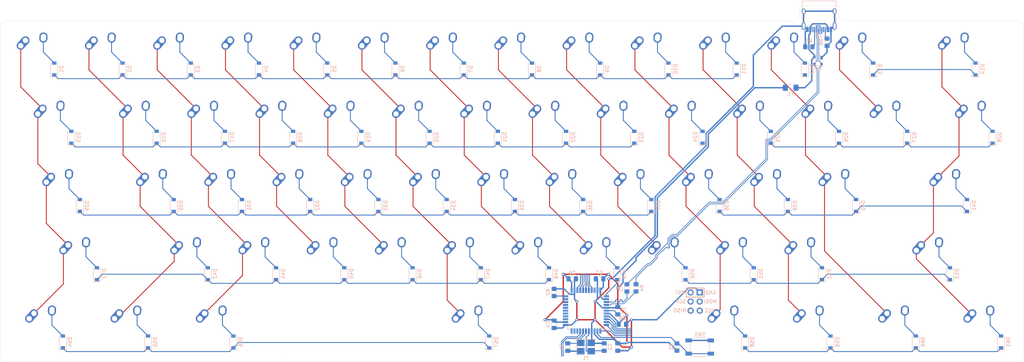
<source format=kicad_pcb>
(kicad_pcb (version 20171130) (host pcbnew "(5.1.9)-1")
  (layers (0 F.Cu signal) (31 B.Cu signal) (34 B.Paste user) (35 F.Paste user) (36 B.SilkS user) (37 F.SilkS user) (38 B.Mask user) (39 F.Mask user) (44 Edge.Cuts user))
  (net 0 "")
  (net 1 GND)
  (net 2 "Net-(C3-Pad1)")
  (net 3 +5V)
  (net 4 "Net-(D1-Pad2)")
  (net 5 "Net-(D2-Pad2)")
  (net 6 "Net-(D3-Pad2)")
  (net 7 "Net-(D4-Pad2)")
  (net 8 VCC)
  (net 9 "Net-(R2-Pad1)")
  (net 10 "Net-(U1-Pad42)")
  (net 11 /XTAL1)
  (net 12 /XTAL2)
  (net 13 /ROW0)
  (net 14 "Net-(D5-Pad2)")
  (net 15 "Net-(D6-Pad2)")
  (net 16 "Net-(D7-Pad2)")
  (net 17 "Net-(D8-Pad2)")
  (net 18 "Net-(D9-Pad2)")
  (net 19 "Net-(D10-Pad2)")
  (net 20 "Net-(D11-Pad2)")
  (net 21 "Net-(D12-Pad2)")
  (net 22 "Net-(D13-Pad2)")
  (net 23 "Net-(D14-Pad2)")
  (net 24 "Net-(D15-Pad2)")
  (net 25 /ROW1)
  (net 26 "Net-(D16-Pad2)")
  (net 27 "Net-(D17-Pad2)")
  (net 28 "Net-(D18-Pad2)")
  (net 29 "Net-(D19-Pad2)")
  (net 30 "Net-(D20-Pad2)")
  (net 31 "Net-(D21-Pad2)")
  (net 32 "Net-(D22-Pad2)")
  (net 33 "Net-(D23-Pad2)")
  (net 34 "Net-(D24-Pad2)")
  (net 35 "Net-(D25-Pad2)")
  (net 36 "Net-(D26-Pad2)")
  (net 37 "Net-(D27-Pad2)")
  (net 38 "Net-(D28-Pad2)")
  (net 39 "Net-(D29-Pad2)")
  (net 40 /ROW2)
  (net 41 "Net-(D30-Pad2)")
  (net 42 "Net-(D31-Pad2)")
  (net 43 "Net-(D32-Pad2)")
  (net 44 "Net-(D33-Pad2)")
  (net 45 "Net-(D34-Pad2)")
  (net 46 "Net-(D35-Pad2)")
  (net 47 "Net-(D36-Pad2)")
  (net 48 "Net-(D37-Pad2)")
  (net 49 "Net-(D38-Pad2)")
  (net 50 "Net-(D39-Pad2)")
  (net 51 "Net-(D40-Pad2)")
  (net 52 "Net-(D41-Pad2)")
  (net 53 "Net-(D42-Pad2)")
  (net 54 /ROW3)
  (net 55 "Net-(D43-Pad2)")
  (net 56 "Net-(D44-Pad2)")
  (net 57 "Net-(D45-Pad2)")
  (net 58 "Net-(D46-Pad2)")
  (net 59 "Net-(D47-Pad2)")
  (net 60 "Net-(D48-Pad2)")
  (net 61 "Net-(D49-Pad2)")
  (net 62 "Net-(D50-Pad2)")
  (net 63 "Net-(D51-Pad2)")
  (net 64 "Net-(D52-Pad2)")
  (net 65 "Net-(D53-Pad2)")
  (net 66 "Net-(D54-Pad2)")
  (net 67 /ROW4)
  (net 68 "Net-(D55-Pad2)")
  (net 69 "Net-(D56-Pad2)")
  (net 70 "Net-(D57-Pad2)")
  (net 71 "Net-(D58-Pad2)")
  (net 72 "Net-(D59-Pad2)")
  (net 73 "Net-(D60-Pad2)")
  (net 74 "Net-(D61-Pad2)")
  (net 75 /RESET)
  (net 76 /MOSI)
  (net 77 /SCK)
  (net 78 /MISO)
  (net 79 "Net-(J2-PadB8)")
  (net 80 "Net-(J2-PadA5)")
  (net 81 "Net-(J2-PadA8)")
  (net 82 "Net-(J2-PadB5)")
  (net 83 /COL0)
  (net 84 /COL1)
  (net 85 /COL2)
  (net 86 /COL3)
  (net 87 /COL4)
  (net 88 /COL5)
  (net 89 /COL6)
  (net 90 /COL7)
  (net 91 /COL8)
  (net 92 /COL9)
  (net 93 /COL10)
  (net 94 /COL11)
  (net 95 /COL12)
  (net 96 /COL13)
  (net 97 /D-)
  (net 98 /D+)
  (net 99 /DD-)
  (net 100 /DD+)
  (net 101 "Net-(U1-Pad22)")
  (net 102 "Net-(U1-Pad21)")
  (net 103 "Net-(U1-Pad20)")
  (module MX_Alps_Hybrid:MX-1U-NoLED (layer F.Cu) (at 209.55 61.9125)
    (fp_text reference MX38)
    (fp_text value L)
    (pad "" np_thru_hole circle (at 5.08 0 48.0996) (size 1.75 1.75) (drill 1.75) (layers *.Cu *.Mask))
    (pad "" np_thru_hole circle (at -5.08 0 48.0996) (size 1.75 1.75) (drill 1.75) (layers *.Cu *.Mask))
    (pad 1 thru_hole circle (at -2.5 -4) (size 2.25 2.25) (drill 1.47) (layers *.Cu B.Mask) (net 92 /COL9))
    (pad "" np_thru_hole circle (at 0 0) (size 3.9878 3.9878) (drill 3.9878) (layers *.Cu *.Mask))
    (pad 1 thru_hole oval (at -3.81 -2.54 48.0996) (size 4.211556 2.25) (drill 1.47 (offset 0.980778 0)) (layers *.Cu B.Mask) (net 92 /COL9))
    (pad 2 thru_hole circle (at 2.54 -5.08) (size 2.25 2.25) (drill 1.47) (layers *.Cu B.Mask) (net 49 "Net-(D38-Pad2)"))
    (pad 2 thru_hole oval (at 2.5 -4.5 86.0548) (size 2.831378 2.25) (drill 1.47 (offset 0.290689 0)) (layers *.Cu B.Mask) (net 49 "Net-(D38-Pad2)"))
  )
  (module MX_Alps_Hybrid:MX-6.25U-ReversedStabilizers-NoLED (layer F.Cu) (at 145.25625 100.0125)
    (fp_text reference MX57)
    (fp_text value SPACE)
    (pad "" np_thru_hole circle (at 49.9999 -8.255) (size 3.9878 3.9878) (drill 3.9878) (layers *.Cu *.Mask))
    (pad "" np_thru_hole circle (at -49.9999 -8.255) (size 3.9878 3.9878) (drill 3.9878) (layers *.Cu *.Mask))
    (pad "" np_thru_hole circle (at 49.9999 6.985) (size 3.048 3.048) (drill 3.048) (layers *.Cu *.Mask))
    (pad "" np_thru_hole circle (at -49.9999 6.985) (size 3.048 3.048) (drill 3.048) (layers *.Cu *.Mask))
    (pad "" np_thru_hole circle (at 5.08 0 48.0996) (size 1.75 1.75) (drill 1.75) (layers *.Cu *.Mask))
    (pad "" np_thru_hole circle (at -5.08 0 48.0996) (size 1.75 1.75) (drill 1.75) (layers *.Cu *.Mask))
    (pad 1 thru_hole circle (at -2.5 -4) (size 2.25 2.25) (drill 1.47) (layers *.Cu B.Mask) (net 88 /COL5))
    (pad "" np_thru_hole circle (at 0 0) (size 3.9878 3.9878) (drill 3.9878) (layers *.Cu *.Mask))
    (pad 1 thru_hole oval (at -3.81 -2.54 48.0996) (size 4.211556 2.25) (drill 1.47 (offset 0.980778 0)) (layers *.Cu B.Mask) (net 88 /COL5))
    (pad 2 thru_hole circle (at 2.54 -5.08) (size 2.25 2.25) (drill 1.47) (layers *.Cu B.Mask) (net 70 "Net-(D57-Pad2)"))
    (pad 2 thru_hole oval (at 2.5 -4.5 86.0548) (size 2.831378 2.25) (drill 1.47 (offset 0.290689 0)) (layers *.Cu B.Mask) (net 70 "Net-(D57-Pad2)"))
  )
  (module Fuse:Fuse_1206_3216Metric_Pad1.42x1.75mm_HandSolder (layer B.Cu) (at 234.95 33.02)
    (fp_text reference F1 (at 0 1.82) (layer B.SilkS) (effects (justify mirror)))
    (fp_text value 500mA)
    (pad 2 smd roundrect (at 1.4875 0) (size 1.425 1.75) (layers B.Cu B.Paste B.Mask) (roundrect_rratio 0.175439) (net 8 VCC))
    (pad 1 smd roundrect (at -1.4875 0) (size 1.425 1.75) (layers B.Cu B.Paste B.Mask) (roundrect_rratio 0.175439) (net 3 +5V))
  )
  (module MX_Alps_Hybrid:MX-1U-NoLED (layer F.Cu) (at 261.9375 42.8625)
    (fp_text reference MX27)
    (fp_text value ]})
    (pad "" np_thru_hole circle (at 5.08 0 48.0996) (size 1.75 1.75) (drill 1.75) (layers *.Cu *.Mask))
    (pad "" np_thru_hole circle (at -5.08 0 48.0996) (size 1.75 1.75) (drill 1.75) (layers *.Cu *.Mask))
    (pad 1 thru_hole circle (at -2.5 -4) (size 2.25 2.25) (drill 1.47) (layers *.Cu B.Mask) (net 95 /COL12))
    (pad "" np_thru_hole circle (at 0 0) (size 3.9878 3.9878) (drill 3.9878) (layers *.Cu *.Mask))
    (pad 1 thru_hole oval (at -3.81 -2.54 48.0996) (size 4.211556 2.25) (drill 1.47 (offset 0.980778 0)) (layers *.Cu B.Mask) (net 95 /COL12))
    (pad 2 thru_hole circle (at 2.54 -5.08) (size 2.25 2.25) (drill 1.47) (layers *.Cu B.Mask) (net 37 "Net-(D27-Pad2)"))
    (pad 2 thru_hole oval (at 2.5 -4.5 86.0548) (size 2.831378 2.25) (drill 1.47 (offset 0.290689 0)) (layers *.Cu B.Mask) (net 37 "Net-(D27-Pad2)"))
  )
  (module MX_Alps_Hybrid:MX-1U-NoLED (layer F.Cu) (at 219.075 80.9625)
    (fp_text reference MX51)
    (fp_text value .>)
    (pad "" np_thru_hole circle (at 5.08 0 48.0996) (size 1.75 1.75) (drill 1.75) (layers *.Cu *.Mask))
    (pad "" np_thru_hole circle (at -5.08 0 48.0996) (size 1.75 1.75) (drill 1.75) (layers *.Cu *.Mask))
    (pad 1 thru_hole circle (at -2.5 -4) (size 2.25 2.25) (drill 1.47) (layers *.Cu B.Mask) (net 92 /COL9))
    (pad "" np_thru_hole circle (at 0 0) (size 3.9878 3.9878) (drill 3.9878) (layers *.Cu *.Mask))
    (pad 1 thru_hole oval (at -3.81 -2.54 48.0996) (size 4.211556 2.25) (drill 1.47 (offset 0.980778 0)) (layers *.Cu B.Mask) (net 92 /COL9))
    (pad 2 thru_hole circle (at 2.54 -5.08) (size 2.25 2.25) (drill 1.47) (layers *.Cu B.Mask) (net 63 "Net-(D51-Pad2)"))
    (pad 2 thru_hole oval (at 2.5 -4.5 86.0548) (size 2.831378 2.25) (drill 1.47 (offset 0.290689 0)) (layers *.Cu B.Mask) (net 63 "Net-(D51-Pad2)"))
  )
  (module MX_Alps_Hybrid:MX-1U-NoLED (layer F.Cu) (at 57.15 61.9125)
    (fp_text reference MX30)
    (fp_text value A)
    (pad "" np_thru_hole circle (at 5.08 0 48.0996) (size 1.75 1.75) (drill 1.75) (layers *.Cu *.Mask))
    (pad "" np_thru_hole circle (at -5.08 0 48.0996) (size 1.75 1.75) (drill 1.75) (layers *.Cu *.Mask))
    (pad 1 thru_hole circle (at -2.5 -4) (size 2.25 2.25) (drill 1.47) (layers *.Cu B.Mask) (net 84 /COL1))
    (pad "" np_thru_hole circle (at 0 0) (size 3.9878 3.9878) (drill 3.9878) (layers *.Cu *.Mask))
    (pad 1 thru_hole oval (at -3.81 -2.54 48.0996) (size 4.211556 2.25) (drill 1.47 (offset 0.980778 0)) (layers *.Cu B.Mask) (net 84 /COL1))
    (pad 2 thru_hole circle (at 2.54 -5.08) (size 2.25 2.25) (drill 1.47) (layers *.Cu B.Mask) (net 41 "Net-(D30-Pad2)"))
    (pad 2 thru_hole oval (at 2.5 -4.5 86.0548) (size 2.831378 2.25) (drill 1.47 (offset 0.290689 0)) (layers *.Cu B.Mask) (net 41 "Net-(D30-Pad2)"))
  )
  (module MX_Alps_Hybrid:MX-1U-NoLED (layer F.Cu) (at 242.8875 42.8625)
    (fp_text reference MX26)
    (fp_text value [{)
    (pad "" np_thru_hole circle (at 5.08 0 48.0996) (size 1.75 1.75) (drill 1.75) (layers *.Cu *.Mask))
    (pad "" np_thru_hole circle (at -5.08 0 48.0996) (size 1.75 1.75) (drill 1.75) (layers *.Cu *.Mask))
    (pad 1 thru_hole circle (at -2.5 -4) (size 2.25 2.25) (drill 1.47) (layers *.Cu B.Mask) (net 94 /COL11))
    (pad "" np_thru_hole circle (at 0 0) (size 3.9878 3.9878) (drill 3.9878) (layers *.Cu *.Mask))
    (pad 1 thru_hole oval (at -3.81 -2.54 48.0996) (size 4.211556 2.25) (drill 1.47 (offset 0.980778 0)) (layers *.Cu B.Mask) (net 94 /COL11))
    (pad 2 thru_hole circle (at 2.54 -5.08) (size 2.25 2.25) (drill 1.47) (layers *.Cu B.Mask) (net 36 "Net-(D26-Pad2)"))
    (pad 2 thru_hole oval (at 2.5 -4.5 86.0548) (size 2.831378 2.25) (drill 1.47 (offset 0.290689 0)) (layers *.Cu B.Mask) (net 36 "Net-(D26-Pad2)"))
  )
  (module MX_Alps_Hybrid:MX-1U-NoLED (layer F.Cu) (at 52.3875 42.8625)
    (fp_text reference MX16)
    (fp_text value Q)
    (pad "" np_thru_hole circle (at 5.08 0 48.0996) (size 1.75 1.75) (drill 1.75) (layers *.Cu *.Mask))
    (pad "" np_thru_hole circle (at -5.08 0 48.0996) (size 1.75 1.75) (drill 1.75) (layers *.Cu *.Mask))
    (pad 1 thru_hole circle (at -2.5 -4) (size 2.25 2.25) (drill 1.47) (layers *.Cu B.Mask) (net 84 /COL1))
    (pad "" np_thru_hole circle (at 0 0) (size 3.9878 3.9878) (drill 3.9878) (layers *.Cu *.Mask))
    (pad 1 thru_hole oval (at -3.81 -2.54 48.0996) (size 4.211556 2.25) (drill 1.47 (offset 0.980778 0)) (layers *.Cu B.Mask) (net 84 /COL1))
    (pad 2 thru_hole circle (at 2.54 -5.08) (size 2.25 2.25) (drill 1.47) (layers *.Cu B.Mask) (net 26 "Net-(D16-Pad2)"))
    (pad 2 thru_hole oval (at 2.5 -4.5 86.0548) (size 2.831378 2.25) (drill 1.47 (offset 0.290689 0)) (layers *.Cu B.Mask) (net 26 "Net-(D16-Pad2)"))
  )
  (module MX_Alps_Hybrid:MX-1U-NoLED (layer F.Cu) (at 157.1625 23.8125)
    (fp_text reference MX8)
    (fp_text value "#7")
    (pad "" np_thru_hole circle (at 5.08 0 48.0996) (size 1.75 1.75) (drill 1.75) (layers *.Cu *.Mask))
    (pad "" np_thru_hole circle (at -5.08 0 48.0996) (size 1.75 1.75) (drill 1.75) (layers *.Cu *.Mask))
    (pad 1 thru_hole circle (at -2.5 -4) (size 2.25 2.25) (drill 1.47) (layers *.Cu B.Mask) (net 90 /COL7))
    (pad "" np_thru_hole circle (at 0 0) (size 3.9878 3.9878) (drill 3.9878) (layers *.Cu *.Mask))
    (pad 1 thru_hole oval (at -3.81 -2.54 48.0996) (size 4.211556 2.25) (drill 1.47 (offset 0.980778 0)) (layers *.Cu B.Mask) (net 90 /COL7))
    (pad 2 thru_hole circle (at 2.54 -5.08) (size 2.25 2.25) (drill 1.47) (layers *.Cu B.Mask) (net 17 "Net-(D8-Pad2)"))
    (pad 2 thru_hole oval (at 2.5 -4.5 86.0548) (size 2.831378 2.25) (drill 1.47 (offset 0.290689 0)) (layers *.Cu B.Mask) (net 17 "Net-(D8-Pad2)"))
  )
  (module MX_Alps_Hybrid:MX-1U-NoLED (layer F.Cu) (at 138.1125 23.8125)
    (fp_text reference MX7)
    (fp_text value "#6")
    (pad "" np_thru_hole circle (at 5.08 0 48.0996) (size 1.75 1.75) (drill 1.75) (layers *.Cu *.Mask))
    (pad "" np_thru_hole circle (at -5.08 0 48.0996) (size 1.75 1.75) (drill 1.75) (layers *.Cu *.Mask))
    (pad 1 thru_hole circle (at -2.5 -4) (size 2.25 2.25) (drill 1.47) (layers *.Cu B.Mask) (net 89 /COL6))
    (pad "" np_thru_hole circle (at 0 0) (size 3.9878 3.9878) (drill 3.9878) (layers *.Cu *.Mask))
    (pad 1 thru_hole oval (at -3.81 -2.54 48.0996) (size 4.211556 2.25) (drill 1.47 (offset 0.980778 0)) (layers *.Cu B.Mask) (net 89 /COL6))
    (pad 2 thru_hole circle (at 2.54 -5.08) (size 2.25 2.25) (drill 1.47) (layers *.Cu B.Mask) (net 16 "Net-(D7-Pad2)"))
    (pad 2 thru_hole oval (at 2.5 -4.5 86.0548) (size 2.831378 2.25) (drill 1.47 (offset 0.290689 0)) (layers *.Cu B.Mask) (net 16 "Net-(D7-Pad2)"))
  )
  (module MX_Alps_Hybrid:MX-1U-NoLED (layer F.Cu) (at 80.9625 23.8125)
    (fp_text reference MX4)
    (fp_text value "#3")
    (pad "" np_thru_hole circle (at 5.08 0 48.0996) (size 1.75 1.75) (drill 1.75) (layers *.Cu *.Mask))
    (pad "" np_thru_hole circle (at -5.08 0 48.0996) (size 1.75 1.75) (drill 1.75) (layers *.Cu *.Mask))
    (pad 1 thru_hole circle (at -2.5 -4) (size 2.25 2.25) (drill 1.47) (layers *.Cu B.Mask) (net 86 /COL3))
    (pad "" np_thru_hole circle (at 0 0) (size 3.9878 3.9878) (drill 3.9878) (layers *.Cu *.Mask))
    (pad 1 thru_hole oval (at -3.81 -2.54 48.0996) (size 4.211556 2.25) (drill 1.47 (offset 0.980778 0)) (layers *.Cu B.Mask) (net 86 /COL3))
    (pad 2 thru_hole circle (at 2.54 -5.08) (size 2.25 2.25) (drill 1.47) (layers *.Cu B.Mask) (net 7 "Net-(D4-Pad2)"))
    (pad 2 thru_hole oval (at 2.5 -4.5 86.0548) (size 2.831378 2.25) (drill 1.47 (offset 0.290689 0)) (layers *.Cu B.Mask) (net 7 "Net-(D4-Pad2)"))
  )
  (module Diode_SMD:D_SOD-123 (layer B.Cu) (at 238.91875 27.78125 90)
    (fp_text reference D12 (at 0 2 90) (layer B.SilkS) (effects (justify mirror)))
    (fp_text value D_Small)
    (pad 2 smd rect (at 1.65 0 90) (size 0.9 1.2) (layers B.Cu B.Paste B.Mask) (net 21 "Net-(D12-Pad2)"))
    (pad 1 smd rect (at -1.65 0 90) (size 0.9 1.2) (layers B.Cu B.Paste B.Mask) (net 13 /ROW0))
  )
  (module MX_Alps_Hybrid:MX-1U-NoLED (layer F.Cu) (at 119.0625 23.8125)
    (fp_text reference MX6)
    (fp_text value "#5")
    (pad "" np_thru_hole circle (at 5.08 0 48.0996) (size 1.75 1.75) (drill 1.75) (layers *.Cu *.Mask))
    (pad "" np_thru_hole circle (at -5.08 0 48.0996) (size 1.75 1.75) (drill 1.75) (layers *.Cu *.Mask))
    (pad 1 thru_hole circle (at -2.5 -4) (size 2.25 2.25) (drill 1.47) (layers *.Cu B.Mask) (net 88 /COL5))
    (pad "" np_thru_hole circle (at 0 0) (size 3.9878 3.9878) (drill 3.9878) (layers *.Cu *.Mask))
    (pad 1 thru_hole oval (at -3.81 -2.54 48.0996) (size 4.211556 2.25) (drill 1.47 (offset 0.980778 0)) (layers *.Cu B.Mask) (net 88 /COL5))
    (pad 2 thru_hole circle (at 2.54 -5.08) (size 2.25 2.25) (drill 1.47) (layers *.Cu B.Mask) (net 15 "Net-(D6-Pad2)"))
    (pad 2 thru_hole oval (at 2.5 -4.5 86.0548) (size 2.831378 2.25) (drill 1.47 (offset 0.290689 0)) (layers *.Cu B.Mask) (net 15 "Net-(D6-Pad2)"))
  )
  (module MX_Alps_Hybrid:MX-1U-NoLED (layer F.Cu) (at 23.8125 23.8125)
    (fp_text reference MX1)
    (fp_text value ESC)
    (pad "" np_thru_hole circle (at 5.08 0 48.0996) (size 1.75 1.75) (drill 1.75) (layers *.Cu *.Mask))
    (pad "" np_thru_hole circle (at -5.08 0 48.0996) (size 1.75 1.75) (drill 1.75) (layers *.Cu *.Mask))
    (pad 1 thru_hole circle (at -2.5 -4) (size 2.25 2.25) (drill 1.47) (layers *.Cu B.Mask) (net 83 /COL0))
    (pad "" np_thru_hole circle (at 0 0) (size 3.9878 3.9878) (drill 3.9878) (layers *.Cu *.Mask))
    (pad 1 thru_hole oval (at -3.81 -2.54 48.0996) (size 4.211556 2.25) (drill 1.47 (offset 0.980778 0)) (layers *.Cu B.Mask) (net 83 /COL0))
    (pad 2 thru_hole circle (at 2.54 -5.08) (size 2.25 2.25) (drill 1.47) (layers *.Cu B.Mask) (net 4 "Net-(D1-Pad2)"))
    (pad 2 thru_hole oval (at 2.5 -4.5 86.0548) (size 2.831378 2.25) (drill 1.47 (offset 0.290689 0)) (layers *.Cu B.Mask) (net 4 "Net-(D1-Pad2)"))
  )
  (module MX_Alps_Hybrid:MX-1U-NoLED (layer F.Cu) (at 228.6 61.9125)
    (fp_text reference MX39)
    (fp_text value ;:)
    (pad "" np_thru_hole circle (at 5.08 0 48.0996) (size 1.75 1.75) (drill 1.75) (layers *.Cu *.Mask))
    (pad "" np_thru_hole circle (at -5.08 0 48.0996) (size 1.75 1.75) (drill 1.75) (layers *.Cu *.Mask))
    (pad 1 thru_hole circle (at -2.5 -4) (size 2.25 2.25) (drill 1.47) (layers *.Cu B.Mask) (net 93 /COL10))
    (pad "" np_thru_hole circle (at 0 0) (size 3.9878 3.9878) (drill 3.9878) (layers *.Cu *.Mask))
    (pad 1 thru_hole oval (at -3.81 -2.54 48.0996) (size 4.211556 2.25) (drill 1.47 (offset 0.980778 0)) (layers *.Cu B.Mask) (net 93 /COL10))
    (pad 2 thru_hole circle (at 2.54 -5.08) (size 2.25 2.25) (drill 1.47) (layers *.Cu B.Mask) (net 50 "Net-(D39-Pad2)"))
    (pad 2 thru_hole oval (at 2.5 -4.5 86.0548) (size 2.831378 2.25) (drill 1.47 (offset 0.290689 0)) (layers *.Cu B.Mask) (net 50 "Net-(D39-Pad2)"))
  )
  (module MX_Alps_Hybrid:MX-1U-NoLED (layer F.Cu) (at 200.025 80.9625)
    (fp_text reference MX50)
    (fp_text value ,<)
    (pad "" np_thru_hole circle (at 5.08 0 48.0996) (size 1.75 1.75) (drill 1.75) (layers *.Cu *.Mask))
    (pad "" np_thru_hole circle (at -5.08 0 48.0996) (size 1.75 1.75) (drill 1.75) (layers *.Cu *.Mask))
    (pad 1 thru_hole circle (at -2.5 -4) (size 2.25 2.25) (drill 1.47) (layers *.Cu B.Mask) (net 91 /COL8))
    (pad "" np_thru_hole circle (at 0 0) (size 3.9878 3.9878) (drill 3.9878) (layers *.Cu *.Mask))
    (pad 1 thru_hole oval (at -3.81 -2.54 48.0996) (size 4.211556 2.25) (drill 1.47 (offset 0.980778 0)) (layers *.Cu B.Mask) (net 91 /COL8))
    (pad 2 thru_hole circle (at 2.54 -5.08) (size 2.25 2.25) (drill 1.47) (layers *.Cu B.Mask) (net 62 "Net-(D50-Pad2)"))
    (pad 2 thru_hole oval (at 2.5 -4.5 86.0548) (size 2.831378 2.25) (drill 1.47 (offset 0.290689 0)) (layers *.Cu B.Mask) (net 62 "Net-(D50-Pad2)"))
  )
  (module Capacitor_SMD:C_0805_2012Metric_Pad1.18x1.45mm_HandSolder (layer B.Cu) (at 186.69 105.41 270)
    (fp_text reference C5 (at 0 -1.778 90) (layer B.SilkS) (effects (justify mirror)))
    (fp_text value 0.1u)
    (pad 2 smd roundrect (at 1.0375 0 270) (size 1.175 1.45) (layers B.Cu B.Paste B.Mask) (roundrect_rratio 0.212766) (net 1 GND))
    (pad 1 smd roundrect (at -1.0375 0 270) (size 1.175 1.45) (layers B.Cu B.Paste B.Mask) (roundrect_rratio 0.212766) (net 3 +5V))
  )
  (module MX_Alps_Hybrid:MX-1U-NoLED (layer F.Cu) (at 252.4125 23.8125)
    (fp_text reference MX13)
    (fp_text value =+)
    (pad "" np_thru_hole circle (at 5.08 0 48.0996) (size 1.75 1.75) (drill 1.75) (layers *.Cu *.Mask))
    (pad "" np_thru_hole circle (at -5.08 0 48.0996) (size 1.75 1.75) (drill 1.75) (layers *.Cu *.Mask))
    (pad 1 thru_hole circle (at -2.5 -4) (size 2.25 2.25) (drill 1.47) (layers *.Cu B.Mask) (net 95 /COL12))
    (pad "" np_thru_hole circle (at 0 0) (size 3.9878 3.9878) (drill 3.9878) (layers *.Cu *.Mask))
    (pad 1 thru_hole oval (at -3.81 -2.54 48.0996) (size 4.211556 2.25) (drill 1.47 (offset 0.980778 0)) (layers *.Cu B.Mask) (net 95 /COL12))
    (pad 2 thru_hole circle (at 2.54 -5.08) (size 2.25 2.25) (drill 1.47) (layers *.Cu B.Mask) (net 22 "Net-(D13-Pad2)"))
    (pad 2 thru_hole oval (at 2.5 -4.5 86.0548) (size 2.831378 2.25) (drill 1.47 (offset 0.290689 0)) (layers *.Cu B.Mask) (net 22 "Net-(D13-Pad2)"))
  )
  (module MX_Alps_Hybrid:MX-1.25U-NoLED (layer F.Cu) (at 288.13125 100.0125)
    (fp_text reference MX61)
    (fp_text value RCTRL)
    (pad "" np_thru_hole circle (at 5.08 0 48.0996) (size 1.75 1.75) (drill 1.75) (layers *.Cu *.Mask))
    (pad "" np_thru_hole circle (at -5.08 0 48.0996) (size 1.75 1.75) (drill 1.75) (layers *.Cu *.Mask))
    (pad 1 thru_hole circle (at -2.5 -4) (size 2.25 2.25) (drill 1.47) (layers *.Cu B.Mask) (net 96 /COL13))
    (pad "" np_thru_hole circle (at 0 0) (size 3.9878 3.9878) (drill 3.9878) (layers *.Cu *.Mask))
    (pad 1 thru_hole oval (at -3.81 -2.54 48.0996) (size 4.211556 2.25) (drill 1.47 (offset 0.980778 0)) (layers *.Cu B.Mask) (net 96 /COL13))
    (pad 2 thru_hole circle (at 2.54 -5.08) (size 2.25 2.25) (drill 1.47) (layers *.Cu B.Mask) (net 74 "Net-(D61-Pad2)"))
    (pad 2 thru_hole oval (at 2.5 -4.5 86.0548) (size 2.831378 2.25) (drill 1.47 (offset 0.290689 0)) (layers *.Cu B.Mask) (net 74 "Net-(D61-Pad2)"))
  )
  (module random-keyboard-parts:SOT143B (layer B.Cu) (at 242.57 25.4 180)
    (fp_text reference U2 (at 0 -2.45) (layer B.SilkS) (effects (justify mirror)))
    (fp_text value PRTR5V0U2X)
    (pad 3 smd rect (at 1 -0.95 270) (size 0.6 0.7) (layers B.Cu B.Paste B.Mask) (net 99 /DD-))
    (pad 2 smd rect (at -1 -0.95 270) (size 0.6 0.7) (layers B.Cu B.Paste B.Mask) (net 100 /DD+))
    (pad 4 smd rect (at 1 0.95 270) (size 0.6 0.7) (layers B.Cu B.Paste B.Mask) (net 8 VCC))
    (pad 1 smd rect (at -1 0.75 270) (size 1 0.7) (layers B.Cu B.Paste B.Mask) (net 1 GND))
  )
  (module MX_Alps_Hybrid:MX-2.75U-NoLED (layer F.Cu) (at 273.84375 80.9625)
    (fp_text reference MX53)
    (fp_text value RSHIFT)
    (pad "" np_thru_hole circle (at 11.938 8.255) (size 3.9878 3.9878) (drill 3.9878) (layers *.Cu *.Mask))
    (pad "" np_thru_hole circle (at -11.938 8.255) (size 3.9878 3.9878) (drill 3.9878) (layers *.Cu *.Mask))
    (pad "" np_thru_hole circle (at 11.938 -6.985) (size 3.048 3.048) (drill 3.048) (layers *.Cu *.Mask))
    (pad "" np_thru_hole circle (at -11.938 -6.985) (size 3.048 3.048) (drill 3.048) (layers *.Cu *.Mask))
    (pad "" np_thru_hole circle (at 5.08 0 48.0996) (size 1.75 1.75) (drill 1.75) (layers *.Cu *.Mask))
    (pad "" np_thru_hole circle (at -5.08 0 48.0996) (size 1.75 1.75) (drill 1.75) (layers *.Cu *.Mask))
    (pad 1 thru_hole circle (at -2.5 -4) (size 2.25 2.25) (drill 1.47) (layers *.Cu B.Mask) (net 96 /COL13))
    (pad "" np_thru_hole circle (at 0 0) (size 3.9878 3.9878) (drill 3.9878) (layers *.Cu *.Mask))
    (pad 1 thru_hole oval (at -3.81 -2.54 48.0996) (size 4.211556 2.25) (drill 1.47 (offset 0.980778 0)) (layers *.Cu B.Mask) (net 96 /COL13))
    (pad 2 thru_hole circle (at 2.54 -5.08) (size 2.25 2.25) (drill 1.47) (layers *.Cu B.Mask) (net 65 "Net-(D53-Pad2)"))
    (pad 2 thru_hole oval (at 2.5 -4.5 86.0548) (size 2.831378 2.25) (drill 1.47 (offset 0.290689 0)) (layers *.Cu B.Mask) (net 65 "Net-(D53-Pad2)"))
  )
  (module Crystal:Crystal_SMD_3225-4Pin_3.2x2.5mm_HandSoldering (layer B.Cu) (at 177.8 105.41)
    (fp_text reference Y1 (at 0 3.05) (layer B.SilkS) (effects (justify mirror)))
    (fp_text value XTAL)
    (pad 4 smd rect (at -1.45 1.15) (size 2.1 1.8) (layers B.Cu B.Paste B.Mask) (net 1 GND))
    (pad 3 smd rect (at 1.45 1.15) (size 2.1 1.8) (layers B.Cu B.Paste B.Mask) (net 12 /XTAL2))
    (pad 2 smd rect (at 1.45 -1.15) (size 2.1 1.8) (layers B.Cu B.Paste B.Mask) (net 1 GND))
    (pad 1 smd rect (at -1.45 -1.15) (size 2.1 1.8) (layers B.Cu B.Paste B.Mask) (net 11 /XTAL1))
  )
  (module Package_QFP:TQFP-44_10x10mm_P0.8mm (layer B.Cu) (at 177.8 95.25 180)
    (fp_text reference U1 (at 0 7.45) (layer B.SilkS) (effects (justify mirror)))
    (fp_text value ATmega32U4-AU)
    (pad 44 smd rect (at -4 5.7 90) (size 1.5 0.55) (layers B.Cu B.Paste B.Mask) (net 3 +5V))
    (pad 43 smd rect (at -3.2 5.7 90) (size 1.5 0.55) (layers B.Cu B.Paste B.Mask) (net 1 GND))
    (pad 42 smd rect (at -2.4 5.7 90) (size 1.5 0.55) (layers B.Cu B.Paste B.Mask) (net 10 "Net-(U1-Pad42)"))
    (pad 41 smd rect (at -1.6 5.7 90) (size 1.5 0.55) (layers B.Cu B.Paste B.Mask) (net 91 /COL8))
    (pad 40 smd rect (at -0.8 5.7 90) (size 1.5 0.55) (layers B.Cu B.Paste B.Mask) (net 95 /COL12))
    (pad 39 smd rect (at 0 5.7 90) (size 1.5 0.55) (layers B.Cu B.Paste B.Mask) (net 90 /COL7))
    (pad 38 smd rect (at 0.8 5.7 90) (size 1.5 0.55) (layers B.Cu B.Paste B.Mask) (net 13 /ROW0))
    (pad 37 smd rect (at 1.6 5.7 90) (size 1.5 0.55) (layers B.Cu B.Paste B.Mask) (net 40 /ROW2))
    (pad 36 smd rect (at 2.4 5.7 90) (size 1.5 0.55) (layers B.Cu B.Paste B.Mask) (net 25 /ROW1))
    (pad 35 smd rect (at 3.2 5.7 90) (size 1.5 0.55) (layers B.Cu B.Paste B.Mask) (net 1 GND))
    (pad 34 smd rect (at 4 5.7 90) (size 1.5 0.55) (layers B.Cu B.Paste B.Mask) (net 3 +5V))
    (pad 33 smd rect (at 5.7 4 180) (size 1.5 0.55) (layers B.Cu B.Paste B.Mask) (net 9 "Net-(R2-Pad1)"))
    (pad 32 smd rect (at 5.7 3.2 180) (size 1.5 0.55) (layers B.Cu B.Paste B.Mask) (net 89 /COL6))
    (pad 31 smd rect (at 5.7 2.4 180) (size 1.5 0.55) (layers B.Cu B.Paste B.Mask) (net 87 /COL4))
    (pad 30 smd rect (at 5.7 1.6 180) (size 1.5 0.55) (layers B.Cu B.Paste B.Mask) (net 86 /COL3))
    (pad 29 smd rect (at 5.7 0.8 180) (size 1.5 0.55) (layers B.Cu B.Paste B.Mask) (net 85 /COL2))
    (pad 28 smd rect (at 5.7 0 180) (size 1.5 0.55) (layers B.Cu B.Paste B.Mask) (net 84 /COL1))
    (pad 27 smd rect (at 5.7 -0.8 180) (size 1.5 0.55) (layers B.Cu B.Paste B.Mask) (net 83 /COL0))
    (pad 26 smd rect (at 5.7 -1.6 180) (size 1.5 0.55) (layers B.Cu B.Paste B.Mask) (net 88 /COL5))
    (pad 25 smd rect (at 5.7 -2.4 180) (size 1.5 0.55) (layers B.Cu B.Paste B.Mask) (net 67 /ROW4))
    (pad 24 smd rect (at 5.7 -3.2 180) (size 1.5 0.55) (layers B.Cu B.Paste B.Mask) (net 3 +5V))
    (pad 23 smd rect (at 5.7 -4 180) (size 1.5 0.55) (layers B.Cu B.Paste B.Mask) (net 1 GND))
    (pad 22 smd rect (at 4 -5.7 90) (size 1.5 0.55) (layers B.Cu B.Paste B.Mask) (net 101 "Net-(U1-Pad22)"))
    (pad 21 smd rect (at 3.2 -5.7 90) (size 1.5 0.55) (layers B.Cu B.Paste B.Mask) (net 102 "Net-(U1-Pad21)"))
    (pad 20 smd rect (at 2.4 -5.7 90) (size 1.5 0.55) (layers B.Cu B.Paste B.Mask) (net 103 "Net-(U1-Pad20)"))
    (pad 19 smd rect (at 1.6 -5.7 90) (size 1.5 0.55) (layers B.Cu B.Paste B.Mask) (net 96 /COL13))
    (pad 18 smd rect (at 0.8 -5.7 90) (size 1.5 0.55) (layers B.Cu B.Paste B.Mask) (net 94 /COL11))
    (pad 17 smd rect (at 0 -5.7 90) (size 1.5 0.55) (layers B.Cu B.Paste B.Mask) (net 11 /XTAL1))
    (pad 16 smd rect (at -0.8 -5.7 90) (size 1.5 0.55) (layers B.Cu B.Paste B.Mask) (net 12 /XTAL2))
    (pad 15 smd rect (at -1.6 -5.7 90) (size 1.5 0.55) (layers B.Cu B.Paste B.Mask) (net 1 GND))
    (pad 14 smd rect (at -2.4 -5.7 90) (size 1.5 0.55) (layers B.Cu B.Paste B.Mask) (net 3 +5V))
    (pad 13 smd rect (at -3.2 -5.7 90) (size 1.5 0.55) (layers B.Cu B.Paste B.Mask) (net 75 /RESET))
    (pad 12 smd rect (at -4 -5.7 90) (size 1.5 0.55) (layers B.Cu B.Paste B.Mask) (net 92 /COL9))
    (pad 11 smd rect (at -5.7 -4 180) (size 1.5 0.55) (layers B.Cu B.Paste B.Mask) (net 78 /MISO))
    (pad 10 smd rect (at -5.7 -3.2 180) (size 1.5 0.55) (layers B.Cu B.Paste B.Mask) (net 76 /MOSI))
    (pad 9 smd rect (at -5.7 -2.4 180) (size 1.5 0.55) (layers B.Cu B.Paste B.Mask) (net 77 /SCK))
    (pad 8 smd rect (at -5.7 -1.6 180) (size 1.5 0.55) (layers B.Cu B.Paste B.Mask) (net 93 /COL10))
    (pad 7 smd rect (at -5.7 -0.8 180) (size 1.5 0.55) (layers B.Cu B.Paste B.Mask) (net 3 +5V))
    (pad 6 smd rect (at -5.7 0 180) (size 1.5 0.55) (layers B.Cu B.Paste B.Mask) (net 2 "Net-(C3-Pad1)"))
    (pad 5 smd rect (at -5.7 0.8 180) (size 1.5 0.55) (layers B.Cu B.Paste B.Mask) (net 1 GND))
    (pad 4 smd rect (at -5.7 1.6 180) (size 1.5 0.55) (layers B.Cu B.Paste B.Mask) (net 98 /D+))
    (pad 3 smd rect (at -5.7 2.4 180) (size 1.5 0.55) (layers B.Cu B.Paste B.Mask) (net 97 /D-))
    (pad 2 smd rect (at -5.7 3.2 180) (size 1.5 0.55) (layers B.Cu B.Paste B.Mask) (net 3 +5V))
    (pad 1 smd rect (at -5.7 4 180) (size 1.5 0.55) (layers B.Cu B.Paste B.Mask) (net 54 /ROW3))
  )
  (module Button_Switch_SMD:SW_SPST_SKQG_WithStem (layer B.Cu) (at 209.55 105.41 180)
    (fp_text reference SW1 (at 0 3.6) (layer B.SilkS) (effects (justify mirror)))
    (fp_text value SW_Push)
    (pad 2 smd rect (at 3.1 -1.85 180) (size 1.8 1.1) (layers B.Cu B.Paste B.Mask) (net 75 /RESET))
    (pad 2 smd rect (at -3.1 -1.85 180) (size 1.8 1.1) (layers B.Cu B.Paste B.Mask) (net 75 /RESET))
    (pad 1 smd rect (at 3.1 1.85 180) (size 1.8 1.1) (layers B.Cu B.Paste B.Mask) (net 1 GND))
    (pad 1 smd rect (at -3.1 1.85 180) (size 1.8 1.1) (layers B.Cu B.Paste B.Mask) (net 1 GND))
  )
  (module Resistor_SMD:R_0805_2012Metric_Pad1.20x1.40mm_HandSolder (layer B.Cu) (at 245.11 20.304 270)
    (fp_text reference R6 (at 0 1.65 90) (layer B.SilkS) (effects (justify mirror)))
    (fp_text value 5.1k)
    (pad 1 smd roundrect (at -1 0 270) (size 1.2 1.4) (layers B.Cu B.Paste B.Mask) (roundrect_rratio 0.208333) (net 82 "Net-(J2-PadB5)"))
    (pad 2 smd roundrect (at 1 0 270) (size 1.2 1.4) (layers B.Cu B.Paste B.Mask) (roundrect_rratio 0.208333) (net 1 GND))
  )
  (module Resistor_SMD:R_0805_2012Metric_Pad1.20x1.40mm_HandSolder (layer B.Cu) (at 240.03 21.59 180)
    (fp_text reference R5 (at 0 1.5875) (layer B.SilkS) (effects (justify mirror)))
    (fp_text value 5.1K)
    (pad 2 smd roundrect (at 1 0 180) (size 1.2 1.4) (layers B.Cu B.Paste B.Mask) (roundrect_rratio 0.208333) (net 1 GND))
    (pad 1 smd roundrect (at -1 0 180) (size 1.2 1.4) (layers B.Cu B.Paste B.Mask) (roundrect_rratio 0.208333) (net 80 "Net-(J2-PadA5)"))
  )
  (module Resistor_SMD:R_0805_2012Metric_Pad1.20x1.40mm_HandSolder (layer B.Cu) (at 191.77 88.9 90)
    (fp_text reference R4 (at 0 1.65 90) (layer B.SilkS) (effects (justify mirror)))
    (fp_text value 22)
    (pad 2 smd roundrect (at 1 0 90) (size 1.2 1.4) (layers B.Cu B.Paste B.Mask) (roundrect_rratio 0.208333) (net 100 /DD+))
    (pad 1 smd roundrect (at -1 0 90) (size 1.2 1.4) (layers B.Cu B.Paste B.Mask) (roundrect_rratio 0.208333) (net 98 /D+))
  )
  (module Resistor_SMD:R_0805_2012Metric_Pad1.20x1.40mm_HandSolder (layer B.Cu) (at 189.23 88.9 90)
    (fp_text reference R3 (at 0 -1.5875 90) (layer B.SilkS) (effects (justify mirror)))
    (fp_text value 22)
    (pad 2 smd roundrect (at 1 0 90) (size 1.2 1.4) (layers B.Cu B.Paste B.Mask) (roundrect_rratio 0.208333) (net 99 /DD-))
    (pad 1 smd roundrect (at -1 0 90) (size 1.2 1.4) (layers B.Cu B.Paste B.Mask) (roundrect_rratio 0.208333) (net 97 /D-))
  )
  (module Resistor_SMD:R_0805_2012Metric_Pad1.20x1.40mm_HandSolder (layer B.Cu) (at 168.91 90.17 90)
    (fp_text reference R2 (at 0.127 -1.651 90) (layer B.SilkS) (effects (justify mirror)))
    (fp_text value 10k)
    (pad 2 smd roundrect (at 1 0 90) (size 1.2 1.4) (layers B.Cu B.Paste B.Mask) (roundrect_rratio 0.208333) (net 1 GND))
    (pad 1 smd roundrect (at -1 0 90) (size 1.2 1.4) (layers B.Cu B.Paste B.Mask) (roundrect_rratio 0.208333) (net 9 "Net-(R2-Pad1)"))
  )
  (module Resistor_SMD:R_0805_2012Metric_Pad1.20x1.40mm_HandSolder (layer B.Cu) (at 203.2 105.41 270)
    (fp_text reference R1 (at 0 1.65 90) (layer B.SilkS) (effects (justify mirror)))
    (fp_text value 10k)
    (pad 2 smd roundrect (at 1 0 270) (size 1.2 1.4) (layers B.Cu B.Paste B.Mask) (roundrect_rratio 0.208333) (net 3 +5V))
    (pad 1 smd roundrect (at -1 0 270) (size 1.2 1.4) (layers B.Cu B.Paste B.Mask) (roundrect_rratio 0.208333) (net 75 /RESET))
  )
  (module MX_Alps_Hybrid:MX-1.25U-NoLED (layer F.Cu) (at 264.31875 100.0125)
    (fp_text reference MX60)
    (fp_text value FN)
    (pad "" np_thru_hole circle (at 5.08 0 48.0996) (size 1.75 1.75) (drill 1.75) (layers *.Cu *.Mask))
    (pad "" np_thru_hole circle (at -5.08 0 48.0996) (size 1.75 1.75) (drill 1.75) (layers *.Cu *.Mask))
    (pad 1 thru_hole circle (at -2.5 -4) (size 2.25 2.25) (drill 1.47) (layers *.Cu B.Mask) (net 94 /COL11))
    (pad "" np_thru_hole circle (at 0 0) (size 3.9878 3.9878) (drill 3.9878) (layers *.Cu *.Mask))
    (pad 1 thru_hole oval (at -3.81 -2.54 48.0996) (size 4.211556 2.25) (drill 1.47 (offset 0.980778 0)) (layers *.Cu B.Mask) (net 94 /COL11))
    (pad 2 thru_hole circle (at 2.54 -5.08) (size 2.25 2.25) (drill 1.47) (layers *.Cu B.Mask) (net 73 "Net-(D60-Pad2)"))
    (pad 2 thru_hole oval (at 2.5 -4.5 86.0548) (size 2.831378 2.25) (drill 1.47 (offset 0.290689 0)) (layers *.Cu B.Mask) (net 73 "Net-(D60-Pad2)"))
  )
  (module MX_Alps_Hybrid:MX-1.25U-NoLED (layer F.Cu) (at 240.50625 100.0125)
    (fp_text reference MX59)
    (fp_text value RCMD)
    (pad "" np_thru_hole circle (at 5.08 0 48.0996) (size 1.75 1.75) (drill 1.75) (layers *.Cu *.Mask))
    (pad "" np_thru_hole circle (at -5.08 0 48.0996) (size 1.75 1.75) (drill 1.75) (layers *.Cu *.Mask))
    (pad 1 thru_hole circle (at -2.5 -4) (size 2.25 2.25) (drill 1.47) (layers *.Cu B.Mask) (net 93 /COL10))
    (pad "" np_thru_hole circle (at 0 0) (size 3.9878 3.9878) (drill 3.9878) (layers *.Cu *.Mask))
    (pad 1 thru_hole oval (at -3.81 -2.54 48.0996) (size 4.211556 2.25) (drill 1.47 (offset 0.980778 0)) (layers *.Cu B.Mask) (net 93 /COL10))
    (pad 2 thru_hole circle (at 2.54 -5.08) (size 2.25 2.25) (drill 1.47) (layers *.Cu B.Mask) (net 72 "Net-(D59-Pad2)"))
    (pad 2 thru_hole oval (at 2.5 -4.5 86.0548) (size 2.831378 2.25) (drill 1.47 (offset 0.290689 0)) (layers *.Cu B.Mask) (net 72 "Net-(D59-Pad2)"))
  )
  (module MX_Alps_Hybrid:MX-1.25U-NoLED (layer F.Cu) (at 216.69375 100.0125)
    (fp_text reference MX58)
    (fp_text value RALT)
    (pad "" np_thru_hole circle (at 5.08 0 48.0996) (size 1.75 1.75) (drill 1.75) (layers *.Cu *.Mask))
    (pad "" np_thru_hole circle (at -5.08 0 48.0996) (size 1.75 1.75) (drill 1.75) (layers *.Cu *.Mask))
    (pad 1 thru_hole circle (at -2.5 -4) (size 2.25 2.25) (drill 1.47) (layers *.Cu B.Mask) (net 92 /COL9))
    (pad "" np_thru_hole circle (at 0 0) (size 3.9878 3.9878) (drill 3.9878) (layers *.Cu *.Mask))
    (pad 1 thru_hole oval (at -3.81 -2.54 48.0996) (size 4.211556 2.25) (drill 1.47 (offset 0.980778 0)) (layers *.Cu B.Mask) (net 92 /COL9))
    (pad 2 thru_hole circle (at 2.54 -5.08) (size 2.25 2.25) (drill 1.47) (layers *.Cu B.Mask) (net 71 "Net-(D58-Pad2)"))
    (pad 2 thru_hole oval (at 2.5 -4.5 86.0548) (size 2.831378 2.25) (drill 1.47 (offset 0.290689 0)) (layers *.Cu B.Mask) (net 71 "Net-(D58-Pad2)"))
  )
  (module MX_Alps_Hybrid:MX-1.25U-NoLED (layer F.Cu) (at 73.81875 100.0125)
    (fp_text reference MX56)
    (fp_text value LALT)
    (pad "" np_thru_hole circle (at 5.08 0 48.0996) (size 1.75 1.75) (drill 1.75) (layers *.Cu *.Mask))
    (pad "" np_thru_hole circle (at -5.08 0 48.0996) (size 1.75 1.75) (drill 1.75) (layers *.Cu *.Mask))
    (pad 1 thru_hole circle (at -2.5 -4) (size 2.25 2.25) (drill 1.47) (layers *.Cu B.Mask) (net 85 /COL2))
    (pad "" np_thru_hole circle (at 0 0) (size 3.9878 3.9878) (drill 3.9878) (layers *.Cu *.Mask))
    (pad 1 thru_hole oval (at -3.81 -2.54 48.0996) (size 4.211556 2.25) (drill 1.47 (offset 0.980778 0)) (layers *.Cu B.Mask) (net 85 /COL2))
    (pad 2 thru_hole circle (at 2.54 -5.08) (size 2.25 2.25) (drill 1.47) (layers *.Cu B.Mask) (net 69 "Net-(D56-Pad2)"))
    (pad 2 thru_hole oval (at 2.5 -4.5 86.0548) (size 2.831378 2.25) (drill 1.47 (offset 0.290689 0)) (layers *.Cu B.Mask) (net 69 "Net-(D56-Pad2)"))
  )
  (module MX_Alps_Hybrid:MX-1.25U-NoLED (layer F.Cu) (at 50.00625 100.0125)
    (fp_text reference MX55)
    (fp_text value LCMD)
    (pad "" np_thru_hole circle (at 5.08 0 48.0996) (size 1.75 1.75) (drill 1.75) (layers *.Cu *.Mask))
    (pad "" np_thru_hole circle (at -5.08 0 48.0996) (size 1.75 1.75) (drill 1.75) (layers *.Cu *.Mask))
    (pad 1 thru_hole circle (at -2.5 -4) (size 2.25 2.25) (drill 1.47) (layers *.Cu B.Mask) (net 84 /COL1))
    (pad "" np_thru_hole circle (at 0 0) (size 3.9878 3.9878) (drill 3.9878) (layers *.Cu *.Mask))
    (pad 1 thru_hole oval (at -3.81 -2.54 48.0996) (size 4.211556 2.25) (drill 1.47 (offset 0.980778 0)) (layers *.Cu B.Mask) (net 84 /COL1))
    (pad 2 thru_hole circle (at 2.54 -5.08) (size 2.25 2.25) (drill 1.47) (layers *.Cu B.Mask) (net 68 "Net-(D55-Pad2)"))
    (pad 2 thru_hole oval (at 2.5 -4.5 86.0548) (size 2.831378 2.25) (drill 1.47 (offset 0.290689 0)) (layers *.Cu B.Mask) (net 68 "Net-(D55-Pad2)"))
  )
  (module MX_Alps_Hybrid:MX-1.25U-NoLED (layer F.Cu) (at 26.19375 100.0125)
    (fp_text reference MX54)
    (fp_text value LCTRL)
    (pad "" np_thru_hole circle (at 5.08 0 48.0996) (size 1.75 1.75) (drill 1.75) (layers *.Cu *.Mask))
    (pad "" np_thru_hole circle (at -5.08 0 48.0996) (size 1.75 1.75) (drill 1.75) (layers *.Cu *.Mask))
    (pad 1 thru_hole circle (at -2.5 -4) (size 2.25 2.25) (drill 1.47) (layers *.Cu B.Mask) (net 83 /COL0))
    (pad "" np_thru_hole circle (at 0 0) (size 3.9878 3.9878) (drill 3.9878) (layers *.Cu *.Mask))
    (pad 1 thru_hole oval (at -3.81 -2.54 48.0996) (size 4.211556 2.25) (drill 1.47 (offset 0.980778 0)) (layers *.Cu B.Mask) (net 83 /COL0))
    (pad 2 thru_hole circle (at 2.54 -5.08) (size 2.25 2.25) (drill 1.47) (layers *.Cu B.Mask) (net 66 "Net-(D54-Pad2)"))
    (pad 2 thru_hole oval (at 2.5 -4.5 86.0548) (size 2.831378 2.25) (drill 1.47 (offset 0.290689 0)) (layers *.Cu B.Mask) (net 66 "Net-(D54-Pad2)"))
  )
  (module MX_Alps_Hybrid:MX-1U-NoLED (layer F.Cu) (at 238.125 80.9625)
    (fp_text reference MX52)
    (fp_text value /?)
    (pad "" np_thru_hole circle (at 5.08 0 48.0996) (size 1.75 1.75) (drill 1.75) (layers *.Cu *.Mask))
    (pad "" np_thru_hole circle (at -5.08 0 48.0996) (size 1.75 1.75) (drill 1.75) (layers *.Cu *.Mask))
    (pad 1 thru_hole circle (at -2.5 -4) (size 2.25 2.25) (drill 1.47) (layers *.Cu B.Mask) (net 93 /COL10))
    (pad "" np_thru_hole circle (at 0 0) (size 3.9878 3.9878) (drill 3.9878) (layers *.Cu *.Mask))
    (pad 1 thru_hole oval (at -3.81 -2.54 48.0996) (size 4.211556 2.25) (drill 1.47 (offset 0.980778 0)) (layers *.Cu B.Mask) (net 93 /COL10))
    (pad 2 thru_hole circle (at 2.54 -5.08) (size 2.25 2.25) (drill 1.47) (layers *.Cu B.Mask) (net 64 "Net-(D52-Pad2)"))
    (pad 2 thru_hole oval (at 2.5 -4.5 86.0548) (size 2.831378 2.25) (drill 1.47 (offset 0.290689 0)) (layers *.Cu B.Mask) (net 64 "Net-(D52-Pad2)"))
  )
  (module MX_Alps_Hybrid:MX-1U-NoLED (layer F.Cu) (at 180.975 80.9625)
    (fp_text reference MX49)
    (fp_text value M)
    (pad "" np_thru_hole circle (at 5.08 0 48.0996) (size 1.75 1.75) (drill 1.75) (layers *.Cu *.Mask))
    (pad "" np_thru_hole circle (at -5.08 0 48.0996) (size 1.75 1.75) (drill 1.75) (layers *.Cu *.Mask))
    (pad 1 thru_hole circle (at -2.5 -4) (size 2.25 2.25) (drill 1.47) (layers *.Cu B.Mask) (net 90 /COL7))
    (pad "" np_thru_hole circle (at 0 0) (size 3.9878 3.9878) (drill 3.9878) (layers *.Cu *.Mask))
    (pad 1 thru_hole oval (at -3.81 -2.54 48.0996) (size 4.211556 2.25) (drill 1.47 (offset 0.980778 0)) (layers *.Cu B.Mask) (net 90 /COL7))
    (pad 2 thru_hole circle (at 2.54 -5.08) (size 2.25 2.25) (drill 1.47) (layers *.Cu B.Mask) (net 61 "Net-(D49-Pad2)"))
    (pad 2 thru_hole oval (at 2.5 -4.5 86.0548) (size 2.831378 2.25) (drill 1.47 (offset 0.290689 0)) (layers *.Cu B.Mask) (net 61 "Net-(D49-Pad2)"))
  )
  (module MX_Alps_Hybrid:MX-1U-NoLED (layer F.Cu) (at 161.925 80.9625)
    (fp_text reference MX48)
    (fp_text value N)
    (pad "" np_thru_hole circle (at 5.08 0 48.0996) (size 1.75 1.75) (drill 1.75) (layers *.Cu *.Mask))
    (pad "" np_thru_hole circle (at -5.08 0 48.0996) (size 1.75 1.75) (drill 1.75) (layers *.Cu *.Mask))
    (pad 1 thru_hole circle (at -2.5 -4) (size 2.25 2.25) (drill 1.47) (layers *.Cu B.Mask) (net 89 /COL6))
    (pad "" np_thru_hole circle (at 0 0) (size 3.9878 3.9878) (drill 3.9878) (layers *.Cu *.Mask))
    (pad 1 thru_hole oval (at -3.81 -2.54 48.0996) (size 4.211556 2.25) (drill 1.47 (offset 0.980778 0)) (layers *.Cu B.Mask) (net 89 /COL6))
    (pad 2 thru_hole circle (at 2.54 -5.08) (size 2.25 2.25) (drill 1.47) (layers *.Cu B.Mask) (net 60 "Net-(D48-Pad2)"))
    (pad 2 thru_hole oval (at 2.5 -4.5 86.0548) (size 2.831378 2.25) (drill 1.47 (offset 0.290689 0)) (layers *.Cu B.Mask) (net 60 "Net-(D48-Pad2)"))
  )
  (module MX_Alps_Hybrid:MX-1U-NoLED (layer F.Cu) (at 142.875 80.9625)
    (fp_text reference MX47)
    (fp_text value B)
    (pad "" np_thru_hole circle (at 5.08 0 48.0996) (size 1.75 1.75) (drill 1.75) (layers *.Cu *.Mask))
    (pad "" np_thru_hole circle (at -5.08 0 48.0996) (size 1.75 1.75) (drill 1.75) (layers *.Cu *.Mask))
    (pad 1 thru_hole circle (at -2.5 -4) (size 2.25 2.25) (drill 1.47) (layers *.Cu B.Mask) (net 88 /COL5))
    (pad "" np_thru_hole circle (at 0 0) (size 3.9878 3.9878) (drill 3.9878) (layers *.Cu *.Mask))
    (pad 1 thru_hole oval (at -3.81 -2.54 48.0996) (size 4.211556 2.25) (drill 1.47 (offset 0.980778 0)) (layers *.Cu B.Mask) (net 88 /COL5))
    (pad 2 thru_hole circle (at 2.54 -5.08) (size 2.25 2.25) (drill 1.47) (layers *.Cu B.Mask) (net 59 "Net-(D47-Pad2)"))
    (pad 2 thru_hole oval (at 2.5 -4.5 86.0548) (size 2.831378 2.25) (drill 1.47 (offset 0.290689 0)) (layers *.Cu B.Mask) (net 59 "Net-(D47-Pad2)"))
  )
  (module MX_Alps_Hybrid:MX-1U-NoLED (layer F.Cu) (at 123.825 80.9625)
    (fp_text reference MX46)
    (fp_text value V)
    (pad "" np_thru_hole circle (at 5.08 0 48.0996) (size 1.75 1.75) (drill 1.75) (layers *.Cu *.Mask))
    (pad "" np_thru_hole circle (at -5.08 0 48.0996) (size 1.75 1.75) (drill 1.75) (layers *.Cu *.Mask))
    (pad 1 thru_hole circle (at -2.5 -4) (size 2.25 2.25) (drill 1.47) (layers *.Cu B.Mask) (net 87 /COL4))
    (pad "" np_thru_hole circle (at 0 0) (size 3.9878 3.9878) (drill 3.9878) (layers *.Cu *.Mask))
    (pad 1 thru_hole oval (at -3.81 -2.54 48.0996) (size 4.211556 2.25) (drill 1.47 (offset 0.980778 0)) (layers *.Cu B.Mask) (net 87 /COL4))
    (pad 2 thru_hole circle (at 2.54 -5.08) (size 2.25 2.25) (drill 1.47) (layers *.Cu B.Mask) (net 58 "Net-(D46-Pad2)"))
    (pad 2 thru_hole oval (at 2.5 -4.5 86.0548) (size 2.831378 2.25) (drill 1.47 (offset 0.290689 0)) (layers *.Cu B.Mask) (net 58 "Net-(D46-Pad2)"))
  )
  (module MX_Alps_Hybrid:MX-1U-NoLED (layer F.Cu) (at 104.775 80.9625)
    (fp_text reference MX45)
    (fp_text value C)
    (pad "" np_thru_hole circle (at 5.08 0 48.0996) (size 1.75 1.75) (drill 1.75) (layers *.Cu *.Mask))
    (pad "" np_thru_hole circle (at -5.08 0 48.0996) (size 1.75 1.75) (drill 1.75) (layers *.Cu *.Mask))
    (pad 1 thru_hole circle (at -2.5 -4) (size 2.25 2.25) (drill 1.47) (layers *.Cu B.Mask) (net 86 /COL3))
    (pad "" np_thru_hole circle (at 0 0) (size 3.9878 3.9878) (drill 3.9878) (layers *.Cu *.Mask))
    (pad 1 thru_hole oval (at -3.81 -2.54 48.0996) (size 4.211556 2.25) (drill 1.47 (offset 0.980778 0)) (layers *.Cu B.Mask) (net 86 /COL3))
    (pad 2 thru_hole circle (at 2.54 -5.08) (size 2.25 2.25) (drill 1.47) (layers *.Cu B.Mask) (net 57 "Net-(D45-Pad2)"))
    (pad 2 thru_hole oval (at 2.5 -4.5 86.0548) (size 2.831378 2.25) (drill 1.47 (offset 0.290689 0)) (layers *.Cu B.Mask) (net 57 "Net-(D45-Pad2)"))
  )
  (module MX_Alps_Hybrid:MX-1U-NoLED (layer F.Cu) (at 85.725 80.9625)
    (fp_text reference MX44)
    (fp_text value X)
    (pad "" np_thru_hole circle (at 5.08 0 48.0996) (size 1.75 1.75) (drill 1.75) (layers *.Cu *.Mask))
    (pad "" np_thru_hole circle (at -5.08 0 48.0996) (size 1.75 1.75) (drill 1.75) (layers *.Cu *.Mask))
    (pad 1 thru_hole circle (at -2.5 -4) (size 2.25 2.25) (drill 1.47) (layers *.Cu B.Mask) (net 85 /COL2))
    (pad "" np_thru_hole circle (at 0 0) (size 3.9878 3.9878) (drill 3.9878) (layers *.Cu *.Mask))
    (pad 1 thru_hole oval (at -3.81 -2.54 48.0996) (size 4.211556 2.25) (drill 1.47 (offset 0.980778 0)) (layers *.Cu B.Mask) (net 85 /COL2))
    (pad 2 thru_hole circle (at 2.54 -5.08) (size 2.25 2.25) (drill 1.47) (layers *.Cu B.Mask) (net 56 "Net-(D44-Pad2)"))
    (pad 2 thru_hole oval (at 2.5 -4.5 86.0548) (size 2.831378 2.25) (drill 1.47 (offset 0.290689 0)) (layers *.Cu B.Mask) (net 56 "Net-(D44-Pad2)"))
  )
  (module MX_Alps_Hybrid:MX-1U-NoLED (layer F.Cu) (at 66.675 80.9625)
    (fp_text reference MX43)
    (fp_text value Z)
    (pad "" np_thru_hole circle (at 5.08 0 48.0996) (size 1.75 1.75) (drill 1.75) (layers *.Cu *.Mask))
    (pad "" np_thru_hole circle (at -5.08 0 48.0996) (size 1.75 1.75) (drill 1.75) (layers *.Cu *.Mask))
    (pad 1 thru_hole circle (at -2.5 -4) (size 2.25 2.25) (drill 1.47) (layers *.Cu B.Mask) (net 84 /COL1))
    (pad "" np_thru_hole circle (at 0 0) (size 3.9878 3.9878) (drill 3.9878) (layers *.Cu *.Mask))
    (pad 1 thru_hole oval (at -3.81 -2.54 48.0996) (size 4.211556 2.25) (drill 1.47 (offset 0.980778 0)) (layers *.Cu B.Mask) (net 84 /COL1))
    (pad 2 thru_hole circle (at 2.54 -5.08) (size 2.25 2.25) (drill 1.47) (layers *.Cu B.Mask) (net 55 "Net-(D43-Pad2)"))
    (pad 2 thru_hole oval (at 2.5 -4.5 86.0548) (size 2.831378 2.25) (drill 1.47 (offset 0.290689 0)) (layers *.Cu B.Mask) (net 55 "Net-(D43-Pad2)"))
  )
  (module MX_Alps_Hybrid:MX-2.25U-NoLED (layer F.Cu) (at 35.71875 80.9625)
    (fp_text reference MX42)
    (fp_text value LSHIFT)
    (pad "" np_thru_hole circle (at 11.938 8.255) (size 3.9878 3.9878) (drill 3.9878) (layers *.Cu *.Mask))
    (pad "" np_thru_hole circle (at -11.938 8.255) (size 3.9878 3.9878) (drill 3.9878) (layers *.Cu *.Mask))
    (pad "" np_thru_hole circle (at 11.938 -6.985) (size 3.048 3.048) (drill 3.048) (layers *.Cu *.Mask))
    (pad "" np_thru_hole circle (at -11.938 -6.985) (size 3.048 3.048) (drill 3.048) (layers *.Cu *.Mask))
    (pad "" np_thru_hole circle (at 5.08 0 48.0996) (size 1.75 1.75) (drill 1.75) (layers *.Cu *.Mask))
    (pad "" np_thru_hole circle (at -5.08 0 48.0996) (size 1.75 1.75) (drill 1.75) (layers *.Cu *.Mask))
    (pad 1 thru_hole circle (at -2.5 -4) (size 2.25 2.25) (drill 1.47) (layers *.Cu B.Mask) (net 83 /COL0))
    (pad "" np_thru_hole circle (at 0 0) (size 3.9878 3.9878) (drill 3.9878) (layers *.Cu *.Mask))
    (pad 1 thru_hole oval (at -3.81 -2.54 48.0996) (size 4.211556 2.25) (drill 1.47 (offset 0.980778 0)) (layers *.Cu B.Mask) (net 83 /COL0))
    (pad 2 thru_hole circle (at 2.54 -5.08) (size 2.25 2.25) (drill 1.47) (layers *.Cu B.Mask) (net 53 "Net-(D42-Pad2)"))
    (pad 2 thru_hole oval (at 2.5 -4.5 86.0548) (size 2.831378 2.25) (drill 1.47 (offset 0.290689 0)) (layers *.Cu B.Mask) (net 53 "Net-(D42-Pad2)"))
  )
  (module MX_Alps_Hybrid:MX-2.25U-NoLED (layer F.Cu) (at 278.60625 61.9125)
    (fp_text reference MX41)
    (fp_text value ENTER)
    (pad "" np_thru_hole circle (at 11.938 8.255) (size 3.9878 3.9878) (drill 3.9878) (layers *.Cu *.Mask))
    (pad "" np_thru_hole circle (at -11.938 8.255) (size 3.9878 3.9878) (drill 3.9878) (layers *.Cu *.Mask))
    (pad "" np_thru_hole circle (at 11.938 -6.985) (size 3.048 3.048) (drill 3.048) (layers *.Cu *.Mask))
    (pad "" np_thru_hole circle (at -11.938 -6.985) (size 3.048 3.048) (drill 3.048) (layers *.Cu *.Mask))
    (pad "" np_thru_hole circle (at 5.08 0 48.0996) (size 1.75 1.75) (drill 1.75) (layers *.Cu *.Mask))
    (pad "" np_thru_hole circle (at -5.08 0 48.0996) (size 1.75 1.75) (drill 1.75) (layers *.Cu *.Mask))
    (pad 1 thru_hole circle (at -2.5 -4) (size 2.25 2.25) (drill 1.47) (layers *.Cu B.Mask) (net 96 /COL13))
    (pad "" np_thru_hole circle (at 0 0) (size 3.9878 3.9878) (drill 3.9878) (layers *.Cu *.Mask))
    (pad 1 thru_hole oval (at -3.81 -2.54 48.0996) (size 4.211556 2.25) (drill 1.47 (offset 0.980778 0)) (layers *.Cu B.Mask) (net 96 /COL13))
    (pad 2 thru_hole circle (at 2.54 -5.08) (size 2.25 2.25) (drill 1.47) (layers *.Cu B.Mask) (net 52 "Net-(D41-Pad2)"))
    (pad 2 thru_hole oval (at 2.5 -4.5 86.0548) (size 2.831378 2.25) (drill 1.47 (offset 0.290689 0)) (layers *.Cu B.Mask) (net 52 "Net-(D41-Pad2)"))
  )
  (module MX_Alps_Hybrid:MX-1U-NoLED (layer F.Cu) (at 247.65 61.9125)
    (fp_text reference MX40)
    (fp_text value '")
    (pad "" np_thru_hole circle (at 5.08 0 48.0996) (size 1.75 1.75) (drill 1.75) (layers *.Cu *.Mask))
    (pad "" np_thru_hole circle (at -5.08 0 48.0996) (size 1.75 1.75) (drill 1.75) (layers *.Cu *.Mask))
    (pad 1 thru_hole circle (at -2.5 -4) (size 2.25 2.25) (drill 1.47) (layers *.Cu B.Mask) (net 94 /COL11))
    (pad "" np_thru_hole circle (at 0 0) (size 3.9878 3.9878) (drill 3.9878) (layers *.Cu *.Mask))
    (pad 1 thru_hole oval (at -3.81 -2.54 48.0996) (size 4.211556 2.25) (drill 1.47 (offset 0.980778 0)) (layers *.Cu B.Mask) (net 94 /COL11))
    (pad 2 thru_hole circle (at 2.54 -5.08) (size 2.25 2.25) (drill 1.47) (layers *.Cu B.Mask) (net 51 "Net-(D40-Pad2)"))
    (pad 2 thru_hole oval (at 2.5 -4.5 86.0548) (size 2.831378 2.25) (drill 1.47 (offset 0.290689 0)) (layers *.Cu B.Mask) (net 51 "Net-(D40-Pad2)"))
  )
  (module MX_Alps_Hybrid:MX-1U-NoLED (layer F.Cu) (at 190.5 61.9125)
    (fp_text reference MX37)
    (fp_text value K)
    (pad "" np_thru_hole circle (at 5.08 0 48.0996) (size 1.75 1.75) (drill 1.75) (layers *.Cu *.Mask))
    (pad "" np_thru_hole circle (at -5.08 0 48.0996) (size 1.75 1.75) (drill 1.75) (layers *.Cu *.Mask))
    (pad 1 thru_hole circle (at -2.5 -4) (size 2.25 2.25) (drill 1.47) (layers *.Cu B.Mask) (net 91 /COL8))
    (pad "" np_thru_hole circle (at 0 0) (size 3.9878 3.9878) (drill 3.9878) (layers *.Cu *.Mask))
    (pad 1 thru_hole oval (at -3.81 -2.54 48.0996) (size 4.211556 2.25) (drill 1.47 (offset 0.980778 0)) (layers *.Cu B.Mask) (net 91 /COL8))
    (pad 2 thru_hole circle (at 2.54 -5.08) (size 2.25 2.25) (drill 1.47) (layers *.Cu B.Mask) (net 48 "Net-(D37-Pad2)"))
    (pad 2 thru_hole oval (at 2.5 -4.5 86.0548) (size 2.831378 2.25) (drill 1.47 (offset 0.290689 0)) (layers *.Cu B.Mask) (net 48 "Net-(D37-Pad2)"))
  )
  (module MX_Alps_Hybrid:MX-1U-NoLED (layer F.Cu) (at 171.45 61.9125)
    (fp_text reference MX36)
    (fp_text value J)
    (pad "" np_thru_hole circle (at 5.08 0 48.0996) (size 1.75 1.75) (drill 1.75) (layers *.Cu *.Mask))
    (pad "" np_thru_hole circle (at -5.08 0 48.0996) (size 1.75 1.75) (drill 1.75) (layers *.Cu *.Mask))
    (pad 1 thru_hole circle (at -2.5 -4) (size 2.25 2.25) (drill 1.47) (layers *.Cu B.Mask) (net 90 /COL7))
    (pad "" np_thru_hole circle (at 0 0) (size 3.9878 3.9878) (drill 3.9878) (layers *.Cu *.Mask))
    (pad 1 thru_hole oval (at -3.81 -2.54 48.0996) (size 4.211556 2.25) (drill 1.47 (offset 0.980778 0)) (layers *.Cu B.Mask) (net 90 /COL7))
    (pad 2 thru_hole circle (at 2.54 -5.08) (size 2.25 2.25) (drill 1.47) (layers *.Cu B.Mask) (net 47 "Net-(D36-Pad2)"))
    (pad 2 thru_hole oval (at 2.5 -4.5 86.0548) (size 2.831378 2.25) (drill 1.47 (offset 0.290689 0)) (layers *.Cu B.Mask) (net 47 "Net-(D36-Pad2)"))
  )
  (module MX_Alps_Hybrid:MX-1U-NoLED (layer F.Cu) (at 152.4 61.9125)
    (fp_text reference MX35)
    (fp_text value H)
    (pad "" np_thru_hole circle (at 5.08 0 48.0996) (size 1.75 1.75) (drill 1.75) (layers *.Cu *.Mask))
    (pad "" np_thru_hole circle (at -5.08 0 48.0996) (size 1.75 1.75) (drill 1.75) (layers *.Cu *.Mask))
    (pad 1 thru_hole circle (at -2.5 -4) (size 2.25 2.25) (drill 1.47) (layers *.Cu B.Mask) (net 89 /COL6))
    (pad "" np_thru_hole circle (at 0 0) (size 3.9878 3.9878) (drill 3.9878) (layers *.Cu *.Mask))
    (pad 1 thru_hole oval (at -3.81 -2.54 48.0996) (size 4.211556 2.25) (drill 1.47 (offset 0.980778 0)) (layers *.Cu B.Mask) (net 89 /COL6))
    (pad 2 thru_hole circle (at 2.54 -5.08) (size 2.25 2.25) (drill 1.47) (layers *.Cu B.Mask) (net 46 "Net-(D35-Pad2)"))
    (pad 2 thru_hole oval (at 2.5 -4.5 86.0548) (size 2.831378 2.25) (drill 1.47 (offset 0.290689 0)) (layers *.Cu B.Mask) (net 46 "Net-(D35-Pad2)"))
  )
  (module MX_Alps_Hybrid:MX-1U-NoLED (layer F.Cu) (at 133.35 61.9125)
    (fp_text reference MX34)
    (fp_text value G)
    (pad "" np_thru_hole circle (at 5.08 0 48.0996) (size 1.75 1.75) (drill 1.75) (layers *.Cu *.Mask))
    (pad "" np_thru_hole circle (at -5.08 0 48.0996) (size 1.75 1.75) (drill 1.75) (layers *.Cu *.Mask))
    (pad 1 thru_hole circle (at -2.5 -4) (size 2.25 2.25) (drill 1.47) (layers *.Cu B.Mask) (net 88 /COL5))
    (pad "" np_thru_hole circle (at 0 0) (size 3.9878 3.9878) (drill 3.9878) (layers *.Cu *.Mask))
    (pad 1 thru_hole oval (at -3.81 -2.54 48.0996) (size 4.211556 2.25) (drill 1.47 (offset 0.980778 0)) (layers *.Cu B.Mask) (net 88 /COL5))
    (pad 2 thru_hole circle (at 2.54 -5.08) (size 2.25 2.25) (drill 1.47) (layers *.Cu B.Mask) (net 45 "Net-(D34-Pad2)"))
    (pad 2 thru_hole oval (at 2.5 -4.5 86.0548) (size 2.831378 2.25) (drill 1.47 (offset 0.290689 0)) (layers *.Cu B.Mask) (net 45 "Net-(D34-Pad2)"))
  )
  (module MX_Alps_Hybrid:MX-1U-NoLED (layer F.Cu) (at 114.3 61.9125)
    (fp_text reference MX33)
    (fp_text value F)
    (pad "" np_thru_hole circle (at 5.08 0 48.0996) (size 1.75 1.75) (drill 1.75) (layers *.Cu *.Mask))
    (pad "" np_thru_hole circle (at -5.08 0 48.0996) (size 1.75 1.75) (drill 1.75) (layers *.Cu *.Mask))
    (pad 1 thru_hole circle (at -2.5 -4) (size 2.25 2.25) (drill 1.47) (layers *.Cu B.Mask) (net 87 /COL4))
    (pad "" np_thru_hole circle (at 0 0) (size 3.9878 3.9878) (drill 3.9878) (layers *.Cu *.Mask))
    (pad 1 thru_hole oval (at -3.81 -2.54 48.0996) (size 4.211556 2.25) (drill 1.47 (offset 0.980778 0)) (layers *.Cu B.Mask) (net 87 /COL4))
    (pad 2 thru_hole circle (at 2.54 -5.08) (size 2.25 2.25) (drill 1.47) (layers *.Cu B.Mask) (net 44 "Net-(D33-Pad2)"))
    (pad 2 thru_hole oval (at 2.5 -4.5 86.0548) (size 2.831378 2.25) (drill 1.47 (offset 0.290689 0)) (layers *.Cu B.Mask) (net 44 "Net-(D33-Pad2)"))
  )
  (module MX_Alps_Hybrid:MX-1U-NoLED (layer F.Cu) (at 95.25 61.9125)
    (fp_text reference MX32)
    (fp_text value D)
    (pad "" np_thru_hole circle (at 5.08 0 48.0996) (size 1.75 1.75) (drill 1.75) (layers *.Cu *.Mask))
    (pad "" np_thru_hole circle (at -5.08 0 48.0996) (size 1.75 1.75) (drill 1.75) (layers *.Cu *.Mask))
    (pad 1 thru_hole circle (at -2.5 -4) (size 2.25 2.25) (drill 1.47) (layers *.Cu B.Mask) (net 86 /COL3))
    (pad "" np_thru_hole circle (at 0 0) (size 3.9878 3.9878) (drill 3.9878) (layers *.Cu *.Mask))
    (pad 1 thru_hole oval (at -3.81 -2.54 48.0996) (size 4.211556 2.25) (drill 1.47 (offset 0.980778 0)) (layers *.Cu B.Mask) (net 86 /COL3))
    (pad 2 thru_hole circle (at 2.54 -5.08) (size 2.25 2.25) (drill 1.47) (layers *.Cu B.Mask) (net 43 "Net-(D32-Pad2)"))
    (pad 2 thru_hole oval (at 2.5 -4.5 86.0548) (size 2.831378 2.25) (drill 1.47 (offset 0.290689 0)) (layers *.Cu B.Mask) (net 43 "Net-(D32-Pad2)"))
  )
  (module MX_Alps_Hybrid:MX-1U-NoLED (layer F.Cu) (at 76.2 61.9125)
    (fp_text reference MX31)
    (fp_text value S)
    (pad "" np_thru_hole circle (at 5.08 0 48.0996) (size 1.75 1.75) (drill 1.75) (layers *.Cu *.Mask))
    (pad "" np_thru_hole circle (at -5.08 0 48.0996) (size 1.75 1.75) (drill 1.75) (layers *.Cu *.Mask))
    (pad 1 thru_hole circle (at -2.5 -4) (size 2.25 2.25) (drill 1.47) (layers *.Cu B.Mask) (net 85 /COL2))
    (pad "" np_thru_hole circle (at 0 0) (size 3.9878 3.9878) (drill 3.9878) (layers *.Cu *.Mask))
    (pad 1 thru_hole oval (at -3.81 -2.54 48.0996) (size 4.211556 2.25) (drill 1.47 (offset 0.980778 0)) (layers *.Cu B.Mask) (net 85 /COL2))
    (pad 2 thru_hole circle (at 2.54 -5.08) (size 2.25 2.25) (drill 1.47) (layers *.Cu B.Mask) (net 42 "Net-(D31-Pad2)"))
    (pad 2 thru_hole oval (at 2.5 -4.5 86.0548) (size 2.831378 2.25) (drill 1.47 (offset 0.290689 0)) (layers *.Cu B.Mask) (net 42 "Net-(D31-Pad2)"))
  )
  (module MX_Alps_Hybrid:MX-1.75U-NoLED (layer F.Cu) (at 30.95625 61.9125)
    (fp_text reference MX29)
    (fp_text value CAPS)
    (pad "" np_thru_hole circle (at 5.08 0 48.0996) (size 1.75 1.75) (drill 1.75) (layers *.Cu *.Mask))
    (pad "" np_thru_hole circle (at -5.08 0 48.0996) (size 1.75 1.75) (drill 1.75) (layers *.Cu *.Mask))
    (pad 1 thru_hole circle (at -2.5 -4) (size 2.25 2.25) (drill 1.47) (layers *.Cu B.Mask) (net 83 /COL0))
    (pad "" np_thru_hole circle (at 0 0) (size 3.9878 3.9878) (drill 3.9878) (layers *.Cu *.Mask))
    (pad 1 thru_hole oval (at -3.81 -2.54 48.0996) (size 4.211556 2.25) (drill 1.47 (offset 0.980778 0)) (layers *.Cu B.Mask) (net 83 /COL0))
    (pad 2 thru_hole circle (at 2.54 -5.08) (size 2.25 2.25) (drill 1.47) (layers *.Cu B.Mask) (net 39 "Net-(D29-Pad2)"))
    (pad 2 thru_hole oval (at 2.5 -4.5 86.0548) (size 2.831378 2.25) (drill 1.47 (offset 0.290689 0)) (layers *.Cu B.Mask) (net 39 "Net-(D29-Pad2)"))
  )
  (module MX_Alps_Hybrid:MX-1.5U-NoLED (layer F.Cu) (at 285.75 42.8625)
    (fp_text reference MX28)
    (fp_text value \|)
    (pad "" np_thru_hole circle (at 5.08 0 48.0996) (size 1.75 1.75) (drill 1.75) (layers *.Cu *.Mask))
    (pad "" np_thru_hole circle (at -5.08 0 48.0996) (size 1.75 1.75) (drill 1.75) (layers *.Cu *.Mask))
    (pad 1 thru_hole circle (at -2.5 -4) (size 2.25 2.25) (drill 1.47) (layers *.Cu B.Mask) (net 96 /COL13))
    (pad "" np_thru_hole circle (at 0 0) (size 3.9878 3.9878) (drill 3.9878) (layers *.Cu *.Mask))
    (pad 1 thru_hole oval (at -3.81 -2.54 48.0996) (size 4.211556 2.25) (drill 1.47 (offset 0.980778 0)) (layers *.Cu B.Mask) (net 96 /COL13))
    (pad 2 thru_hole circle (at 2.54 -5.08) (size 2.25 2.25) (drill 1.47) (layers *.Cu B.Mask) (net 38 "Net-(D28-Pad2)"))
    (pad 2 thru_hole oval (at 2.5 -4.5 86.0548) (size 2.831378 2.25) (drill 1.47 (offset 0.290689 0)) (layers *.Cu B.Mask) (net 38 "Net-(D28-Pad2)"))
  )
  (module MX_Alps_Hybrid:MX-1U-NoLED (layer F.Cu) (at 223.8375 42.8625)
    (fp_text reference MX25)
    (fp_text value P)
    (pad "" np_thru_hole circle (at 5.08 0 48.0996) (size 1.75 1.75) (drill 1.75) (layers *.Cu *.Mask))
    (pad "" np_thru_hole circle (at -5.08 0 48.0996) (size 1.75 1.75) (drill 1.75) (layers *.Cu *.Mask))
    (pad 1 thru_hole circle (at -2.5 -4) (size 2.25 2.25) (drill 1.47) (layers *.Cu B.Mask) (net 93 /COL10))
    (pad "" np_thru_hole circle (at 0 0) (size 3.9878 3.9878) (drill 3.9878) (layers *.Cu *.Mask))
    (pad 1 thru_hole oval (at -3.81 -2.54 48.0996) (size 4.211556 2.25) (drill 1.47 (offset 0.980778 0)) (layers *.Cu B.Mask) (net 93 /COL10))
    (pad 2 thru_hole circle (at 2.54 -5.08) (size 2.25 2.25) (drill 1.47) (layers *.Cu B.Mask) (net 35 "Net-(D25-Pad2)"))
    (pad 2 thru_hole oval (at 2.5 -4.5 86.0548) (size 2.831378 2.25) (drill 1.47 (offset 0.290689 0)) (layers *.Cu B.Mask) (net 35 "Net-(D25-Pad2)"))
  )
  (module MX_Alps_Hybrid:MX-1U-NoLED (layer F.Cu) (at 204.7875 42.8625)
    (fp_text reference MX24)
    (fp_text value O)
    (pad "" np_thru_hole circle (at 5.08 0 48.0996) (size 1.75 1.75) (drill 1.75) (layers *.Cu *.Mask))
    (pad "" np_thru_hole circle (at -5.08 0 48.0996) (size 1.75 1.75) (drill 1.75) (layers *.Cu *.Mask))
    (pad 1 thru_hole circle (at -2.5 -4) (size 2.25 2.25) (drill 1.47) (layers *.Cu B.Mask) (net 92 /COL9))
    (pad "" np_thru_hole circle (at 0 0) (size 3.9878 3.9878) (drill 3.9878) (layers *.Cu *.Mask))
    (pad 1 thru_hole oval (at -3.81 -2.54 48.0996) (size 4.211556 2.25) (drill 1.47 (offset 0.980778 0)) (layers *.Cu B.Mask) (net 92 /COL9))
    (pad 2 thru_hole circle (at 2.54 -5.08) (size 2.25 2.25) (drill 1.47) (layers *.Cu B.Mask) (net 34 "Net-(D24-Pad2)"))
    (pad 2 thru_hole oval (at 2.5 -4.5 86.0548) (size 2.831378 2.25) (drill 1.47 (offset 0.290689 0)) (layers *.Cu B.Mask) (net 34 "Net-(D24-Pad2)"))
  )
  (module MX_Alps_Hybrid:MX-1U-NoLED (layer F.Cu) (at 185.7375 42.8625)
    (fp_text reference MX23)
    (fp_text value I)
    (pad "" np_thru_hole circle (at 5.08 0 48.0996) (size 1.75 1.75) (drill 1.75) (layers *.Cu *.Mask))
    (pad "" np_thru_hole circle (at -5.08 0 48.0996) (size 1.75 1.75) (drill 1.75) (layers *.Cu *.Mask))
    (pad 1 thru_hole circle (at -2.5 -4) (size 2.25 2.25) (drill 1.47) (layers *.Cu B.Mask) (net 91 /COL8))
    (pad "" np_thru_hole circle (at 0 0) (size 3.9878 3.9878) (drill 3.9878) (layers *.Cu *.Mask))
    (pad 1 thru_hole oval (at -3.81 -2.54 48.0996) (size 4.211556 2.25) (drill 1.47 (offset 0.980778 0)) (layers *.Cu B.Mask) (net 91 /COL8))
    (pad 2 thru_hole circle (at 2.54 -5.08) (size 2.25 2.25) (drill 1.47) (layers *.Cu B.Mask) (net 33 "Net-(D23-Pad2)"))
    (pad 2 thru_hole oval (at 2.5 -4.5 86.0548) (size 2.831378 2.25) (drill 1.47 (offset 0.290689 0)) (layers *.Cu B.Mask) (net 33 "Net-(D23-Pad2)"))
  )
  (module MX_Alps_Hybrid:MX-1U-NoLED (layer F.Cu) (at 166.6875 42.8625)
    (fp_text reference MX22)
    (fp_text value U)
    (pad "" np_thru_hole circle (at 5.08 0 48.0996) (size 1.75 1.75) (drill 1.75) (layers *.Cu *.Mask))
    (pad "" np_thru_hole circle (at -5.08 0 48.0996) (size 1.75 1.75) (drill 1.75) (layers *.Cu *.Mask))
    (pad 1 thru_hole circle (at -2.5 -4) (size 2.25 2.25) (drill 1.47) (layers *.Cu B.Mask) (net 90 /COL7))
    (pad "" np_thru_hole circle (at 0 0) (size 3.9878 3.9878) (drill 3.9878) (layers *.Cu *.Mask))
    (pad 1 thru_hole oval (at -3.81 -2.54 48.0996) (size 4.211556 2.25) (drill 1.47 (offset 0.980778 0)) (layers *.Cu B.Mask) (net 90 /COL7))
    (pad 2 thru_hole circle (at 2.54 -5.08) (size 2.25 2.25) (drill 1.47) (layers *.Cu B.Mask) (net 32 "Net-(D22-Pad2)"))
    (pad 2 thru_hole oval (at 2.5 -4.5 86.0548) (size 2.831378 2.25) (drill 1.47 (offset 0.290689 0)) (layers *.Cu B.Mask) (net 32 "Net-(D22-Pad2)"))
  )
  (module MX_Alps_Hybrid:MX-1U-NoLED (layer F.Cu) (at 147.6375 42.8625)
    (fp_text reference MX21)
    (fp_text value Y)
    (pad "" np_thru_hole circle (at 5.08 0 48.0996) (size 1.75 1.75) (drill 1.75) (layers *.Cu *.Mask))
    (pad "" np_thru_hole circle (at -5.08 0 48.0996) (size 1.75 1.75) (drill 1.75) (layers *.Cu *.Mask))
    (pad 1 thru_hole circle (at -2.5 -4) (size 2.25 2.25) (drill 1.47) (layers *.Cu B.Mask) (net 89 /COL6))
    (pad "" np_thru_hole circle (at 0 0) (size 3.9878 3.9878) (drill 3.9878) (layers *.Cu *.Mask))
    (pad 1 thru_hole oval (at -3.81 -2.54 48.0996) (size 4.211556 2.25) (drill 1.47 (offset 0.980778 0)) (layers *.Cu B.Mask) (net 89 /COL6))
    (pad 2 thru_hole circle (at 2.54 -5.08) (size 2.25 2.25) (drill 1.47) (layers *.Cu B.Mask) (net 31 "Net-(D21-Pad2)"))
    (pad 2 thru_hole oval (at 2.5 -4.5 86.0548) (size 2.831378 2.25) (drill 1.47 (offset 0.290689 0)) (layers *.Cu B.Mask) (net 31 "Net-(D21-Pad2)"))
  )
  (module MX_Alps_Hybrid:MX-1U-NoLED (layer F.Cu) (at 128.5875 42.8625)
    (fp_text reference MX20)
    (fp_text value T)
    (pad "" np_thru_hole circle (at 5.08 0 48.0996) (size 1.75 1.75) (drill 1.75) (layers *.Cu *.Mask))
    (pad "" np_thru_hole circle (at -5.08 0 48.0996) (size 1.75 1.75) (drill 1.75) (layers *.Cu *.Mask))
    (pad 1 thru_hole circle (at -2.5 -4) (size 2.25 2.25) (drill 1.47) (layers *.Cu B.Mask) (net 88 /COL5))
    (pad "" np_thru_hole circle (at 0 0) (size 3.9878 3.9878) (drill 3.9878) (layers *.Cu *.Mask))
    (pad 1 thru_hole oval (at -3.81 -2.54 48.0996) (size 4.211556 2.25) (drill 1.47 (offset 0.980778 0)) (layers *.Cu B.Mask) (net 88 /COL5))
    (pad 2 thru_hole circle (at 2.54 -5.08) (size 2.25 2.25) (drill 1.47) (layers *.Cu B.Mask) (net 30 "Net-(D20-Pad2)"))
    (pad 2 thru_hole oval (at 2.5 -4.5 86.0548) (size 2.831378 2.25) (drill 1.47 (offset 0.290689 0)) (layers *.Cu B.Mask) (net 30 "Net-(D20-Pad2)"))
  )
  (module MX_Alps_Hybrid:MX-1U-NoLED (layer F.Cu) (at 109.5375 42.8625)
    (fp_text reference MX19)
    (fp_text value R)
    (pad "" np_thru_hole circle (at 5.08 0 48.0996) (size 1.75 1.75) (drill 1.75) (layers *.Cu *.Mask))
    (pad "" np_thru_hole circle (at -5.08 0 48.0996) (size 1.75 1.75) (drill 1.75) (layers *.Cu *.Mask))
    (pad 1 thru_hole circle (at -2.5 -4) (size 2.25 2.25) (drill 1.47) (layers *.Cu B.Mask) (net 87 /COL4))
    (pad "" np_thru_hole circle (at 0 0) (size 3.9878 3.9878) (drill 3.9878) (layers *.Cu *.Mask))
    (pad 1 thru_hole oval (at -3.81 -2.54 48.0996) (size 4.211556 2.25) (drill 1.47 (offset 0.980778 0)) (layers *.Cu B.Mask) (net 87 /COL4))
    (pad 2 thru_hole circle (at 2.54 -5.08) (size 2.25 2.25) (drill 1.47) (layers *.Cu B.Mask) (net 29 "Net-(D19-Pad2)"))
    (pad 2 thru_hole oval (at 2.5 -4.5 86.0548) (size 2.831378 2.25) (drill 1.47 (offset 0.290689 0)) (layers *.Cu B.Mask) (net 29 "Net-(D19-Pad2)"))
  )
  (module MX_Alps_Hybrid:MX-1U-NoLED (layer F.Cu) (at 90.4875 42.8625)
    (fp_text reference MX18)
    (fp_text value E)
    (pad "" np_thru_hole circle (at 5.08 0 48.0996) (size 1.75 1.75) (drill 1.75) (layers *.Cu *.Mask))
    (pad "" np_thru_hole circle (at -5.08 0 48.0996) (size 1.75 1.75) (drill 1.75) (layers *.Cu *.Mask))
    (pad 1 thru_hole circle (at -2.5 -4) (size 2.25 2.25) (drill 1.47) (layers *.Cu B.Mask) (net 86 /COL3))
    (pad "" np_thru_hole circle (at 0 0) (size 3.9878 3.9878) (drill 3.9878) (layers *.Cu *.Mask))
    (pad 1 thru_hole oval (at -3.81 -2.54 48.0996) (size 4.211556 2.25) (drill 1.47 (offset 0.980778 0)) (layers *.Cu B.Mask) (net 86 /COL3))
    (pad 2 thru_hole circle (at 2.54 -5.08) (size 2.25 2.25) (drill 1.47) (layers *.Cu B.Mask) (net 28 "Net-(D18-Pad2)"))
    (pad 2 thru_hole oval (at 2.5 -4.5 86.0548) (size 2.831378 2.25) (drill 1.47 (offset 0.290689 0)) (layers *.Cu B.Mask) (net 28 "Net-(D18-Pad2)"))
  )
  (module MX_Alps_Hybrid:MX-1U-NoLED (layer F.Cu) (at 71.4375 42.8625)
    (fp_text reference MX17)
    (fp_text value W)
    (pad "" np_thru_hole circle (at 5.08 0 48.0996) (size 1.75 1.75) (drill 1.75) (layers *.Cu *.Mask))
    (pad "" np_thru_hole circle (at -5.08 0 48.0996) (size 1.75 1.75) (drill 1.75) (layers *.Cu *.Mask))
    (pad 1 thru_hole circle (at -2.5 -4) (size 2.25 2.25) (drill 1.47) (layers *.Cu B.Mask) (net 85 /COL2))
    (pad "" np_thru_hole circle (at 0 0) (size 3.9878 3.9878) (drill 3.9878) (layers *.Cu *.Mask))
    (pad 1 thru_hole oval (at -3.81 -2.54 48.0996) (size 4.211556 2.25) (drill 1.47 (offset 0.980778 0)) (layers *.Cu B.Mask) (net 85 /COL2))
    (pad 2 thru_hole circle (at 2.54 -5.08) (size 2.25 2.25) (drill 1.47) (layers *.Cu B.Mask) (net 27 "Net-(D17-Pad2)"))
    (pad 2 thru_hole oval (at 2.5 -4.5 86.0548) (size 2.831378 2.25) (drill 1.47 (offset 0.290689 0)) (layers *.Cu B.Mask) (net 27 "Net-(D17-Pad2)"))
  )
  (module MX_Alps_Hybrid:MX-1.5U-NoLED (layer F.Cu) (at 28.575 42.8625)
    (fp_text reference MX15)
    (fp_text value TAB)
    (pad "" np_thru_hole circle (at 5.08 0 48.0996) (size 1.75 1.75) (drill 1.75) (layers *.Cu *.Mask))
    (pad "" np_thru_hole circle (at -5.08 0 48.0996) (size 1.75 1.75) (drill 1.75) (layers *.Cu *.Mask))
    (pad 1 thru_hole circle (at -2.5 -4) (size 2.25 2.25) (drill 1.47) (layers *.Cu B.Mask) (net 83 /COL0))
    (pad "" np_thru_hole circle (at 0 0) (size 3.9878 3.9878) (drill 3.9878) (layers *.Cu *.Mask))
    (pad 1 thru_hole oval (at -3.81 -2.54 48.0996) (size 4.211556 2.25) (drill 1.47 (offset 0.980778 0)) (layers *.Cu B.Mask) (net 83 /COL0))
    (pad 2 thru_hole circle (at 2.54 -5.08) (size 2.25 2.25) (drill 1.47) (layers *.Cu B.Mask) (net 24 "Net-(D15-Pad2)"))
    (pad 2 thru_hole oval (at 2.5 -4.5 86.0548) (size 2.831378 2.25) (drill 1.47 (offset 0.290689 0)) (layers *.Cu B.Mask) (net 24 "Net-(D15-Pad2)"))
  )
  (module MX_Alps_Hybrid:MX-2U-NoLED (layer F.Cu) (at 280.9875 23.8125)
    (fp_text reference MX14)
    (fp_text value BSPC)
    (pad "" np_thru_hole circle (at 11.938 8.255) (size 3.9878 3.9878) (drill 3.9878) (layers *.Cu *.Mask))
    (pad "" np_thru_hole circle (at -11.938 8.255) (size 3.9878 3.9878) (drill 3.9878) (layers *.Cu *.Mask))
    (pad "" np_thru_hole circle (at 11.938 -6.985) (size 3.048 3.048) (drill 3.048) (layers *.Cu *.Mask))
    (pad "" np_thru_hole circle (at -11.938 -6.985) (size 3.048 3.048) (drill 3.048) (layers *.Cu *.Mask))
    (pad "" np_thru_hole circle (at 5.08 0 48.0996) (size 1.75 1.75) (drill 1.75) (layers *.Cu *.Mask))
    (pad "" np_thru_hole circle (at -5.08 0 48.0996) (size 1.75 1.75) (drill 1.75) (layers *.Cu *.Mask))
    (pad 1 thru_hole circle (at -2.5 -4) (size 2.25 2.25) (drill 1.47) (layers *.Cu B.Mask) (net 96 /COL13))
    (pad "" np_thru_hole circle (at 0 0) (size 3.9878 3.9878) (drill 3.9878) (layers *.Cu *.Mask))
    (pad 1 thru_hole oval (at -3.81 -2.54 48.0996) (size 4.211556 2.25) (drill 1.47 (offset 0.980778 0)) (layers *.Cu B.Mask) (net 96 /COL13))
    (pad 2 thru_hole circle (at 2.54 -5.08) (size 2.25 2.25) (drill 1.47) (layers *.Cu B.Mask) (net 23 "Net-(D14-Pad2)"))
    (pad 2 thru_hole oval (at 2.5 -4.5 86.0548) (size 2.831378 2.25) (drill 1.47 (offset 0.290689 0)) (layers *.Cu B.Mask) (net 23 "Net-(D14-Pad2)"))
  )
  (module MX_Alps_Hybrid:MX-1U-NoLED (layer F.Cu) (at 233.3625 23.8125)
    (fp_text reference MX12)
    (fp_text value -_)
    (pad "" np_thru_hole circle (at 5.08 0 48.0996) (size 1.75 1.75) (drill 1.75) (layers *.Cu *.Mask))
    (pad "" np_thru_hole circle (at -5.08 0 48.0996) (size 1.75 1.75) (drill 1.75) (layers *.Cu *.Mask))
    (pad 1 thru_hole circle (at -2.5 -4) (size 2.25 2.25) (drill 1.47) (layers *.Cu B.Mask) (net 94 /COL11))
    (pad "" np_thru_hole circle (at 0 0) (size 3.9878 3.9878) (drill 3.9878) (layers *.Cu *.Mask))
    (pad 1 thru_hole oval (at -3.81 -2.54 48.0996) (size 4.211556 2.25) (drill 1.47 (offset 0.980778 0)) (layers *.Cu B.Mask) (net 94 /COL11))
    (pad 2 thru_hole circle (at 2.54 -5.08) (size 2.25 2.25) (drill 1.47) (layers *.Cu B.Mask) (net 21 "Net-(D12-Pad2)"))
    (pad 2 thru_hole oval (at 2.5 -4.5 86.0548) (size 2.831378 2.25) (drill 1.47 (offset 0.290689 0)) (layers *.Cu B.Mask) (net 21 "Net-(D12-Pad2)"))
  )
  (module MX_Alps_Hybrid:MX-1U-NoLED (layer F.Cu) (at 214.3125 23.8125)
    (fp_text reference MX11)
    (fp_text value "#0")
    (pad "" np_thru_hole circle (at 5.08 0 48.0996) (size 1.75 1.75) (drill 1.75) (layers *.Cu *.Mask))
    (pad "" np_thru_hole circle (at -5.08 0 48.0996) (size 1.75 1.75) (drill 1.75) (layers *.Cu *.Mask))
    (pad 1 thru_hole circle (at -2.5 -4) (size 2.25 2.25) (drill 1.47) (layers *.Cu B.Mask) (net 93 /COL10))
    (pad "" np_thru_hole circle (at 0 0) (size 3.9878 3.9878) (drill 3.9878) (layers *.Cu *.Mask))
    (pad 1 thru_hole oval (at -3.81 -2.54 48.0996) (size 4.211556 2.25) (drill 1.47 (offset 0.980778 0)) (layers *.Cu B.Mask) (net 93 /COL10))
    (pad 2 thru_hole circle (at 2.54 -5.08) (size 2.25 2.25) (drill 1.47) (layers *.Cu B.Mask) (net 20 "Net-(D11-Pad2)"))
    (pad 2 thru_hole oval (at 2.5 -4.5 86.0548) (size 2.831378 2.25) (drill 1.47 (offset 0.290689 0)) (layers *.Cu B.Mask) (net 20 "Net-(D11-Pad2)"))
  )
  (module MX_Alps_Hybrid:MX-1U-NoLED (layer F.Cu) (at 195.2625 23.8125)
    (fp_text reference MX10)
    (fp_text value "#9")
    (pad "" np_thru_hole circle (at 5.08 0 48.0996) (size 1.75 1.75) (drill 1.75) (layers *.Cu *.Mask))
    (pad "" np_thru_hole circle (at -5.08 0 48.0996) (size 1.75 1.75) (drill 1.75) (layers *.Cu *.Mask))
    (pad 1 thru_hole circle (at -2.5 -4) (size 2.25 2.25) (drill 1.47) (layers *.Cu B.Mask) (net 92 /COL9))
    (pad "" np_thru_hole circle (at 0 0) (size 3.9878 3.9878) (drill 3.9878) (layers *.Cu *.Mask))
    (pad 1 thru_hole oval (at -3.81 -2.54 48.0996) (size 4.211556 2.25) (drill 1.47 (offset 0.980778 0)) (layers *.Cu B.Mask) (net 92 /COL9))
    (pad 2 thru_hole circle (at 2.54 -5.08) (size 2.25 2.25) (drill 1.47) (layers *.Cu B.Mask) (net 19 "Net-(D10-Pad2)"))
    (pad 2 thru_hole oval (at 2.5 -4.5 86.0548) (size 2.831378 2.25) (drill 1.47 (offset 0.290689 0)) (layers *.Cu B.Mask) (net 19 "Net-(D10-Pad2)"))
  )
  (module MX_Alps_Hybrid:MX-1U-NoLED (layer F.Cu) (at 176.2125 23.8125)
    (fp_text reference MX9)
    (fp_text value "#8")
    (pad "" np_thru_hole circle (at 5.08 0 48.0996) (size 1.75 1.75) (drill 1.75) (layers *.Cu *.Mask))
    (pad "" np_thru_hole circle (at -5.08 0 48.0996) (size 1.75 1.75) (drill 1.75) (layers *.Cu *.Mask))
    (pad 1 thru_hole circle (at -2.5 -4) (size 2.25 2.25) (drill 1.47) (layers *.Cu B.Mask) (net 91 /COL8))
    (pad "" np_thru_hole circle (at 0 0) (size 3.9878 3.9878) (drill 3.9878) (layers *.Cu *.Mask))
    (pad 1 thru_hole oval (at -3.81 -2.54 48.0996) (size 4.211556 2.25) (drill 1.47 (offset 0.980778 0)) (layers *.Cu B.Mask) (net 91 /COL8))
    (pad 2 thru_hole circle (at 2.54 -5.08) (size 2.25 2.25) (drill 1.47) (layers *.Cu B.Mask) (net 18 "Net-(D9-Pad2)"))
    (pad 2 thru_hole oval (at 2.5 -4.5 86.0548) (size 2.831378 2.25) (drill 1.47 (offset 0.290689 0)) (layers *.Cu B.Mask) (net 18 "Net-(D9-Pad2)"))
  )
  (module MX_Alps_Hybrid:MX-1U-NoLED (layer F.Cu) (at 100.0125 23.8125)
    (fp_text reference MX5)
    (fp_text value "#4")
    (pad "" np_thru_hole circle (at 5.08 0 48.0996) (size 1.75 1.75) (drill 1.75) (layers *.Cu *.Mask))
    (pad "" np_thru_hole circle (at -5.08 0 48.0996) (size 1.75 1.75) (drill 1.75) (layers *.Cu *.Mask))
    (pad 1 thru_hole circle (at -2.5 -4) (size 2.25 2.25) (drill 1.47) (layers *.Cu B.Mask) (net 87 /COL4))
    (pad "" np_thru_hole circle (at 0 0) (size 3.9878 3.9878) (drill 3.9878) (layers *.Cu *.Mask))
    (pad 1 thru_hole oval (at -3.81 -2.54 48.0996) (size 4.211556 2.25) (drill 1.47 (offset 0.980778 0)) (layers *.Cu B.Mask) (net 87 /COL4))
    (pad 2 thru_hole circle (at 2.54 -5.08) (size 2.25 2.25) (drill 1.47) (layers *.Cu B.Mask) (net 14 "Net-(D5-Pad2)"))
    (pad 2 thru_hole oval (at 2.5 -4.5 86.0548) (size 2.831378 2.25) (drill 1.47 (offset 0.290689 0)) (layers *.Cu B.Mask) (net 14 "Net-(D5-Pad2)"))
  )
  (module MX_Alps_Hybrid:MX-1U-NoLED (layer F.Cu) (at 61.9125 23.8125)
    (fp_text reference MX3)
    (fp_text value "#2")
    (pad "" np_thru_hole circle (at 5.08 0 48.0996) (size 1.75 1.75) (drill 1.75) (layers *.Cu *.Mask))
    (pad "" np_thru_hole circle (at -5.08 0 48.0996) (size 1.75 1.75) (drill 1.75) (layers *.Cu *.Mask))
    (pad 1 thru_hole circle (at -2.5 -4) (size 2.25 2.25) (drill 1.47) (layers *.Cu B.Mask) (net 85 /COL2))
    (pad "" np_thru_hole circle (at 0 0) (size 3.9878 3.9878) (drill 3.9878) (layers *.Cu *.Mask))
    (pad 1 thru_hole oval (at -3.81 -2.54 48.0996) (size 4.211556 2.25) (drill 1.47 (offset 0.980778 0)) (layers *.Cu B.Mask) (net 85 /COL2))
    (pad 2 thru_hole circle (at 2.54 -5.08) (size 2.25 2.25) (drill 1.47) (layers *.Cu B.Mask) (net 6 "Net-(D3-Pad2)"))
    (pad 2 thru_hole oval (at 2.5 -4.5 86.0548) (size 2.831378 2.25) (drill 1.47 (offset 0.290689 0)) (layers *.Cu B.Mask) (net 6 "Net-(D3-Pad2)"))
  )
  (module MX_Alps_Hybrid:MX-1U-NoLED (layer F.Cu) (at 42.8625 23.8125)
    (fp_text reference MX2)
    (fp_text value "#1")
    (pad "" np_thru_hole circle (at 5.08 0 48.0996) (size 1.75 1.75) (drill 1.75) (layers *.Cu *.Mask))
    (pad "" np_thru_hole circle (at -5.08 0 48.0996) (size 1.75 1.75) (drill 1.75) (layers *.Cu *.Mask))
    (pad 1 thru_hole circle (at -2.5 -4) (size 2.25 2.25) (drill 1.47) (layers *.Cu B.Mask) (net 84 /COL1))
    (pad "" np_thru_hole circle (at 0 0) (size 3.9878 3.9878) (drill 3.9878) (layers *.Cu *.Mask))
    (pad 1 thru_hole oval (at -3.81 -2.54 48.0996) (size 4.211556 2.25) (drill 1.47 (offset 0.980778 0)) (layers *.Cu B.Mask) (net 84 /COL1))
    (pad 2 thru_hole circle (at 2.54 -5.08) (size 2.25 2.25) (drill 1.47) (layers *.Cu B.Mask) (net 5 "Net-(D2-Pad2)"))
    (pad 2 thru_hole oval (at 2.5 -4.5 86.0548) (size 2.831378 2.25) (drill 1.47 (offset 0.290689 0)) (layers *.Cu B.Mask) (net 5 "Net-(D2-Pad2)"))
  )
  (module Connector_USB:USB_C_Receptacle_HRO_TYPE-C-31-M-12 (layer B.Cu) (at 242.8875 12.7)
    (fp_text reference J2 (at 0 5.645) (layer B.SilkS) (effects (justify mirror)))
    (fp_text value USB_C_Receptacle_USB2.0)
    (pad B1 smd rect (at 3.25 4.045) (size 0.6 1.45) (layers B.Cu B.Paste B.Mask) (net 1 GND))
    (pad A9 smd rect (at 2.45 4.045) (size 0.6 1.45) (layers B.Cu B.Paste B.Mask) (net 8 VCC))
    (pad B9 smd rect (at -2.45 4.045) (size 0.6 1.45) (layers B.Cu B.Paste B.Mask) (net 8 VCC))
    (pad B12 smd rect (at -3.25 4.045) (size 0.6 1.45) (layers B.Cu B.Paste B.Mask) (net 1 GND))
    (pad A1 smd rect (at -3.25 4.045) (size 0.6 1.45) (layers B.Cu B.Paste B.Mask) (net 1 GND))
    (pad A4 smd rect (at -2.45 4.045) (size 0.6 1.45) (layers B.Cu B.Paste B.Mask) (net 8 VCC))
    (pad B4 smd rect (at 2.45 4.045) (size 0.6 1.45) (layers B.Cu B.Paste B.Mask) (net 8 VCC))
    (pad A12 smd rect (at 3.25 4.045) (size 0.6 1.45) (layers B.Cu B.Paste B.Mask) (net 1 GND))
    (pad B8 smd rect (at -1.75 4.045) (size 0.3 1.45) (layers B.Cu B.Paste B.Mask) (net 79 "Net-(J2-PadB8)"))
    (pad A5 smd rect (at -1.25 4.045) (size 0.3 1.45) (layers B.Cu B.Paste B.Mask) (net 80 "Net-(J2-PadA5)"))
    (pad B7 smd rect (at -0.75 4.045) (size 0.3 1.45) (layers B.Cu B.Paste B.Mask) (net 99 /DD-))
    (pad A7 smd rect (at 0.25 4.045) (size 0.3 1.45) (layers B.Cu B.Paste B.Mask) (net 99 /DD-))
    (pad B6 smd rect (at 0.75 4.045) (size 0.3 1.45) (layers B.Cu B.Paste B.Mask) (net 100 /DD+))
    (pad A8 smd rect (at 1.25 4.045) (size 0.3 1.45) (layers B.Cu B.Paste B.Mask) (net 81 "Net-(J2-PadA8)"))
    (pad B5 smd rect (at 1.75 4.045) (size 0.3 1.45) (layers B.Cu B.Paste B.Mask) (net 82 "Net-(J2-PadB5)"))
    (pad A6 smd rect (at -0.25 4.045) (size 0.3 1.45) (layers B.Cu B.Paste B.Mask) (net 100 /DD+))
    (pad S1 thru_hole oval (at 4.32 3.13) (size 1 2.1) (drill oval 0.6 1.7) (layers *.Cu *.Mask) (net 1 GND))
    (pad S1 thru_hole oval (at -4.32 3.13) (size 1 2.1) (drill oval 0.6 1.7) (layers *.Cu *.Mask) (net 1 GND))
    (pad "" np_thru_hole circle (at -2.89 2.6) (size 0.65 0.65) (drill 0.65) (layers *.Cu *.Mask))
    (pad S1 thru_hole oval (at -4.32 -1.05) (size 1 1.6) (drill oval 0.6 1.2) (layers *.Cu *.Mask) (net 1 GND))
    (pad "" np_thru_hole circle (at 2.89 2.6) (size 0.65 0.65) (drill 0.65) (layers *.Cu *.Mask))
    (pad S1 thru_hole oval (at 4.32 -1.05) (size 1 1.6) (drill oval 0.6 1.2) (layers *.Cu *.Mask) (net 1 GND))
  )
  (module random-keyboard-parts:Reset_Pretty-Mask (layer B.Cu) (at 208.28 92.71)
    (fp_text reference J1)
    (fp_text value AVR-ISP-6)
    (fp_text user MISO (at -4.25 2.5) (layer B.SilkS) (effects (justify mirror)))
    (fp_text user VCC (at 4 2.5) (layer B.SilkS) (effects (justify mirror)))
    (fp_text user SCK (at -4 0) (layer B.SilkS) (effects (justify mirror)))
    (fp_text user MOSI (at 4.25 0) (layer B.SilkS) (effects (justify mirror)))
    (fp_text user RST (at -4.25 -2.5) (layer B.SilkS) (effects (justify mirror)))
    (fp_text user GND (at 4.25 -2.5) (layer B.SilkS) (effects (justify mirror)))
    (pad 6 thru_hole rect (at 1.27 -2.54) (size 1.7 1.7) (drill 1) (layers *.Cu B.Mask) (net 1 GND))
    (pad 5 thru_hole circle (at -1.27 -2.54) (size 1.7 1.7) (drill 1) (layers *.Cu B.Mask) (net 75 /RESET))
    (pad 4 thru_hole circle (at 1.27 0) (size 1.7 1.7) (drill 1) (layers *.Cu B.Mask) (net 76 /MOSI))
    (pad 3 thru_hole circle (at -1.27 0) (size 1.7 1.7) (drill 1) (layers *.Cu B.Mask) (net 77 /SCK))
    (pad 2 thru_hole circle (at 1.27 2.54) (size 1.7 1.7) (drill 1) (layers *.Cu B.Mask) (net 3 +5V))
    (pad 1 thru_hole circle (at -1.27 2.54) (size 1.7 1.7) (drill 1) (layers *.Cu B.Mask) (net 78 /MISO))
  )
  (module Diode_SMD:D_SOD-123 (layer B.Cu) (at 293.6875 103.98125 90)
    (fp_text reference D61 (at 0 2 90) (layer B.SilkS) (effects (justify mirror)))
    (fp_text value D_Small)
    (pad 2 smd rect (at 1.65 0 90) (size 0.9 1.2) (layers B.Cu B.Paste B.Mask) (net 74 "Net-(D61-Pad2)"))
    (pad 1 smd rect (at -1.65 0 90) (size 0.9 1.2) (layers B.Cu B.Paste B.Mask) (net 67 /ROW4))
  )
  (module Diode_SMD:D_SOD-123 (layer B.Cu) (at 269.875 103.98125 90)
    (fp_text reference D60 (at 0 2 90) (layer B.SilkS) (effects (justify mirror)))
    (fp_text value D_Small)
    (pad 2 smd rect (at 1.65 0 90) (size 0.9 1.2) (layers B.Cu B.Paste B.Mask) (net 73 "Net-(D60-Pad2)"))
    (pad 1 smd rect (at -1.65 0 90) (size 0.9 1.2) (layers B.Cu B.Paste B.Mask) (net 67 /ROW4))
  )
  (module Diode_SMD:D_SOD-123 (layer B.Cu) (at 246.0625 103.98125 90)
    (fp_text reference D59 (at 0 2 90) (layer B.SilkS) (effects (justify mirror)))
    (fp_text value D_Small)
    (pad 2 smd rect (at 1.65 0 90) (size 0.9 1.2) (layers B.Cu B.Paste B.Mask) (net 72 "Net-(D59-Pad2)"))
    (pad 1 smd rect (at -1.65 0 90) (size 0.9 1.2) (layers B.Cu B.Paste B.Mask) (net 67 /ROW4))
  )
  (module Diode_SMD:D_SOD-123 (layer B.Cu) (at 222.25 103.98125 90)
    (fp_text reference D58 (at 0 2 90) (layer B.SilkS) (effects (justify mirror)))
    (fp_text value D_Small)
    (pad 2 smd rect (at 1.65 0 90) (size 0.9 1.2) (layers B.Cu B.Paste B.Mask) (net 71 "Net-(D58-Pad2)"))
    (pad 1 smd rect (at -1.65 0 90) (size 0.9 1.2) (layers B.Cu B.Paste B.Mask) (net 67 /ROW4))
  )
  (module Diode_SMD:D_SOD-123 (layer B.Cu) (at 150.8125 103.98125 90)
    (fp_text reference D57 (at 0 2 90) (layer B.SilkS) (effects (justify mirror)))
    (fp_text value D_Small)
    (pad 2 smd rect (at 1.65 0 90) (size 0.9 1.2) (layers B.Cu B.Paste B.Mask) (net 70 "Net-(D57-Pad2)"))
    (pad 1 smd rect (at -1.65 0 90) (size 0.9 1.2) (layers B.Cu B.Paste B.Mask) (net 67 /ROW4))
  )
  (module Diode_SMD:D_SOD-123 (layer B.Cu) (at 79.375 103.98125 90)
    (fp_text reference D56 (at 0 2 90) (layer B.SilkS) (effects (justify mirror)))
    (fp_text value D_Small)
    (pad 2 smd rect (at 1.65 0 90) (size 0.9 1.2) (layers B.Cu B.Paste B.Mask) (net 69 "Net-(D56-Pad2)"))
    (pad 1 smd rect (at -1.65 0 90) (size 0.9 1.2) (layers B.Cu B.Paste B.Mask) (net 67 /ROW4))
  )
  (module Diode_SMD:D_SOD-123 (layer B.Cu) (at 55.5625 103.98125 90)
    (fp_text reference D55 (at 0 2 90) (layer B.SilkS) (effects (justify mirror)))
    (fp_text value D_Small)
    (pad 2 smd rect (at 1.65 0 90) (size 0.9 1.2) (layers B.Cu B.Paste B.Mask) (net 68 "Net-(D55-Pad2)"))
    (pad 1 smd rect (at -1.65 0 90) (size 0.9 1.2) (layers B.Cu B.Paste B.Mask) (net 67 /ROW4))
  )
  (module Diode_SMD:D_SOD-123 (layer B.Cu) (at 31.75 103.98125 90)
    (fp_text reference D54 (at 0 2 90) (layer B.SilkS) (effects (justify mirror)))
    (fp_text value D_Small)
    (pad 2 smd rect (at 1.65 0 90) (size 0.9 1.2) (layers B.Cu B.Paste B.Mask) (net 66 "Net-(D54-Pad2)"))
    (pad 1 smd rect (at -1.65 0 90) (size 0.9 1.2) (layers B.Cu B.Paste B.Mask) (net 67 /ROW4))
  )
  (module Diode_SMD:D_SOD-123 (layer B.Cu) (at 279.4 84.93125 90)
    (fp_text reference D53 (at 0 2 90) (layer B.SilkS) (effects (justify mirror)))
    (fp_text value D_Small)
    (pad 2 smd rect (at 1.65 0 90) (size 0.9 1.2) (layers B.Cu B.Paste B.Mask) (net 65 "Net-(D53-Pad2)"))
    (pad 1 smd rect (at -1.65 0 90) (size 0.9 1.2) (layers B.Cu B.Paste B.Mask) (net 54 /ROW3))
  )
  (module Diode_SMD:D_SOD-123 (layer B.Cu) (at 243.68125 84.93125 90)
    (fp_text reference D52 (at 0 2 90) (layer B.SilkS) (effects (justify mirror)))
    (fp_text value D_Small)
    (pad 2 smd rect (at 1.65 0 90) (size 0.9 1.2) (layers B.Cu B.Paste B.Mask) (net 64 "Net-(D52-Pad2)"))
    (pad 1 smd rect (at -1.65 0 90) (size 0.9 1.2) (layers B.Cu B.Paste B.Mask) (net 54 /ROW3))
  )
  (module Diode_SMD:D_SOD-123 (layer B.Cu) (at 224.63125 84.93125 90)
    (fp_text reference D51 (at 0 2 90) (layer B.SilkS) (effects (justify mirror)))
    (fp_text value D_Small)
    (pad 2 smd rect (at 1.65 0 90) (size 0.9 1.2) (layers B.Cu B.Paste B.Mask) (net 63 "Net-(D51-Pad2)"))
    (pad 1 smd rect (at -1.65 0 90) (size 0.9 1.2) (layers B.Cu B.Paste B.Mask) (net 54 /ROW3))
  )
  (module Diode_SMD:D_SOD-123 (layer B.Cu) (at 205.58125 84.93125 90)
    (fp_text reference D50 (at 0 2 90) (layer B.SilkS) (effects (justify mirror)))
    (fp_text value D_Small)
    (pad 2 smd rect (at 1.65 0 90) (size 0.9 1.2) (layers B.Cu B.Paste B.Mask) (net 62 "Net-(D50-Pad2)"))
    (pad 1 smd rect (at -1.65 0 90) (size 0.9 1.2) (layers B.Cu B.Paste B.Mask) (net 54 /ROW3))
  )
  (module Diode_SMD:D_SOD-123 (layer B.Cu) (at 186.53125 84.93125 90)
    (fp_text reference D49 (at 0 2 90) (layer B.SilkS) (effects (justify mirror)))
    (fp_text value D_Small)
    (pad 2 smd rect (at 1.65 0 90) (size 0.9 1.2) (layers B.Cu B.Paste B.Mask) (net 61 "Net-(D49-Pad2)"))
    (pad 1 smd rect (at -1.65 0 90) (size 0.9 1.2) (layers B.Cu B.Paste B.Mask) (net 54 /ROW3))
  )
  (module Diode_SMD:D_SOD-123 (layer B.Cu) (at 167.48125 84.93125 90)
    (fp_text reference D48 (at 0 2 90) (layer B.SilkS) (effects (justify mirror)))
    (fp_text value D_Small)
    (pad 2 smd rect (at 1.65 0 90) (size 0.9 1.2) (layers B.Cu B.Paste B.Mask) (net 60 "Net-(D48-Pad2)"))
    (pad 1 smd rect (at -1.65 0 90) (size 0.9 1.2) (layers B.Cu B.Paste B.Mask) (net 54 /ROW3))
  )
  (module Diode_SMD:D_SOD-123 (layer B.Cu) (at 148.43125 84.93125 90)
    (fp_text reference D47 (at 0 2 90) (layer B.SilkS) (effects (justify mirror)))
    (fp_text value D_Small)
    (pad 2 smd rect (at 1.65 0 90) (size 0.9 1.2) (layers B.Cu B.Paste B.Mask) (net 59 "Net-(D47-Pad2)"))
    (pad 1 smd rect (at -1.65 0 90) (size 0.9 1.2) (layers B.Cu B.Paste B.Mask) (net 54 /ROW3))
  )
  (module Diode_SMD:D_SOD-123 (layer B.Cu) (at 129.38125 84.93125 90)
    (fp_text reference D46 (at 0 2 90) (layer B.SilkS) (effects (justify mirror)))
    (fp_text value D_Small)
    (pad 2 smd rect (at 1.65 0 90) (size 0.9 1.2) (layers B.Cu B.Paste B.Mask) (net 58 "Net-(D46-Pad2)"))
    (pad 1 smd rect (at -1.65 0 90) (size 0.9 1.2) (layers B.Cu B.Paste B.Mask) (net 54 /ROW3))
  )
  (module Diode_SMD:D_SOD-123 (layer B.Cu) (at 110.33125 84.93125 90)
    (fp_text reference D45 (at 0 2 90) (layer B.SilkS) (effects (justify mirror)))
    (fp_text value D_Small)
    (pad 2 smd rect (at 1.65 0 90) (size 0.9 1.2) (layers B.Cu B.Paste B.Mask) (net 57 "Net-(D45-Pad2)"))
    (pad 1 smd rect (at -1.65 0 90) (size 0.9 1.2) (layers B.Cu B.Paste B.Mask) (net 54 /ROW3))
  )
  (module Diode_SMD:D_SOD-123 (layer B.Cu) (at 91.28125 84.93125 90)
    (fp_text reference D44 (at 0 2 90) (layer B.SilkS) (effects (justify mirror)))
    (fp_text value D_Small)
    (pad 2 smd rect (at 1.65 0 90) (size 0.9 1.2) (layers B.Cu B.Paste B.Mask) (net 56 "Net-(D44-Pad2)"))
    (pad 1 smd rect (at -1.65 0 90) (size 0.9 1.2) (layers B.Cu B.Paste B.Mask) (net 54 /ROW3))
  )
  (module Diode_SMD:D_SOD-123 (layer B.Cu) (at 72.23125 84.93125 90)
    (fp_text reference D43 (at 0 2 90) (layer B.SilkS) (effects (justify mirror)))
    (fp_text value D_Small)
    (pad 2 smd rect (at 1.65 0 90) (size 0.9 1.2) (layers B.Cu B.Paste B.Mask) (net 55 "Net-(D43-Pad2)"))
    (pad 1 smd rect (at -1.65 0 90) (size 0.9 1.2) (layers B.Cu B.Paste B.Mask) (net 54 /ROW3))
  )
  (module Diode_SMD:D_SOD-123 (layer B.Cu) (at 41.275 84.93125 90)
    (fp_text reference D42 (at 0 2 90) (layer B.SilkS) (effects (justify mirror)))
    (fp_text value D_Small)
    (pad 2 smd rect (at 1.65 0 90) (size 0.9 1.2) (layers B.Cu B.Paste B.Mask) (net 53 "Net-(D42-Pad2)"))
    (pad 1 smd rect (at -1.65 0 90) (size 0.9 1.2) (layers B.Cu B.Paste B.Mask) (net 54 /ROW3))
  )
  (module Diode_SMD:D_SOD-123 (layer B.Cu) (at 284.1625 65.88125 90)
    (fp_text reference D41 (at 0 2 90) (layer B.SilkS) (effects (justify mirror)))
    (fp_text value D_Small)
    (pad 2 smd rect (at 1.65 0 90) (size 0.9 1.2) (layers B.Cu B.Paste B.Mask) (net 52 "Net-(D41-Pad2)"))
    (pad 1 smd rect (at -1.65 0 90) (size 0.9 1.2) (layers B.Cu B.Paste B.Mask) (net 40 /ROW2))
  )
  (module Diode_SMD:D_SOD-123 (layer B.Cu) (at 253.20625 65.88125 90)
    (fp_text reference D40 (at 0 2 90) (layer B.SilkS) (effects (justify mirror)))
    (fp_text value D_Small)
    (pad 2 smd rect (at 1.65 0 90) (size 0.9 1.2) (layers B.Cu B.Paste B.Mask) (net 51 "Net-(D40-Pad2)"))
    (pad 1 smd rect (at -1.65 0 90) (size 0.9 1.2) (layers B.Cu B.Paste B.Mask) (net 40 /ROW2))
  )
  (module Diode_SMD:D_SOD-123 (layer B.Cu) (at 234.15625 65.88125 90)
    (fp_text reference D39 (at 0 2 90) (layer B.SilkS) (effects (justify mirror)))
    (fp_text value D_Small)
    (pad 2 smd rect (at 1.65 0 90) (size 0.9 1.2) (layers B.Cu B.Paste B.Mask) (net 50 "Net-(D39-Pad2)"))
    (pad 1 smd rect (at -1.65 0 90) (size 0.9 1.2) (layers B.Cu B.Paste B.Mask) (net 40 /ROW2))
  )
  (module Diode_SMD:D_SOD-123 (layer B.Cu) (at 215.10625 65.88125 90)
    (fp_text reference D38 (at 0 2 90) (layer B.SilkS) (effects (justify mirror)))
    (fp_text value D_Small)
    (pad 2 smd rect (at 1.65 0 90) (size 0.9 1.2) (layers B.Cu B.Paste B.Mask) (net 49 "Net-(D38-Pad2)"))
    (pad 1 smd rect (at -1.65 0 90) (size 0.9 1.2) (layers B.Cu B.Paste B.Mask) (net 40 /ROW2))
  )
  (module Diode_SMD:D_SOD-123 (layer B.Cu) (at 196.05625 65.88125 90)
    (fp_text reference D37 (at 0 2 90) (layer B.SilkS) (effects (justify mirror)))
    (fp_text value D_Small)
    (pad 2 smd rect (at 1.65 0 90) (size 0.9 1.2) (layers B.Cu B.Paste B.Mask) (net 48 "Net-(D37-Pad2)"))
    (pad 1 smd rect (at -1.65 0 90) (size 0.9 1.2) (layers B.Cu B.Paste B.Mask) (net 40 /ROW2))
  )
  (module Diode_SMD:D_SOD-123 (layer B.Cu) (at 177.00625 65.88125 90)
    (fp_text reference D36 (at 0 2 90) (layer B.SilkS) (effects (justify mirror)))
    (fp_text value D_Small)
    (pad 2 smd rect (at 1.65 0 90) (size 0.9 1.2) (layers B.Cu B.Paste B.Mask) (net 47 "Net-(D36-Pad2)"))
    (pad 1 smd rect (at -1.65 0 90) (size 0.9 1.2) (layers B.Cu B.Paste B.Mask) (net 40 /ROW2))
  )
  (module Diode_SMD:D_SOD-123 (layer B.Cu) (at 157.95625 65.88125 90)
    (fp_text reference D35 (at 0 2 90) (layer B.SilkS) (effects (justify mirror)))
    (fp_text value D_Small)
    (pad 2 smd rect (at 1.65 0 90) (size 0.9 1.2) (layers B.Cu B.Paste B.Mask) (net 46 "Net-(D35-Pad2)"))
    (pad 1 smd rect (at -1.65 0 90) (size 0.9 1.2) (layers B.Cu B.Paste B.Mask) (net 40 /ROW2))
  )
  (module Diode_SMD:D_SOD-123 (layer B.Cu) (at 138.90625 65.88125 90)
    (fp_text reference D34 (at 0 2 90) (layer B.SilkS) (effects (justify mirror)))
    (fp_text value D_Small)
    (pad 2 smd rect (at 1.65 0 90) (size 0.9 1.2) (layers B.Cu B.Paste B.Mask) (net 45 "Net-(D34-Pad2)"))
    (pad 1 smd rect (at -1.65 0 90) (size 0.9 1.2) (layers B.Cu B.Paste B.Mask) (net 40 /ROW2))
  )
  (module Diode_SMD:D_SOD-123 (layer B.Cu) (at 119.85625 65.88125 90)
    (fp_text reference D33 (at 0 2 90) (layer B.SilkS) (effects (justify mirror)))
    (fp_text value D_Small)
    (pad 2 smd rect (at 1.65 0 90) (size 0.9 1.2) (layers B.Cu B.Paste B.Mask) (net 44 "Net-(D33-Pad2)"))
    (pad 1 smd rect (at -1.65 0 90) (size 0.9 1.2) (layers B.Cu B.Paste B.Mask) (net 40 /ROW2))
  )
  (module Diode_SMD:D_SOD-123 (layer B.Cu) (at 100.80625 65.88125 90)
    (fp_text reference D32 (at 0 2 90) (layer B.SilkS) (effects (justify mirror)))
    (fp_text value D_Small)
    (pad 2 smd rect (at 1.65 0 90) (size 0.9 1.2) (layers B.Cu B.Paste B.Mask) (net 43 "Net-(D32-Pad2)"))
    (pad 1 smd rect (at -1.65 0 90) (size 0.9 1.2) (layers B.Cu B.Paste B.Mask) (net 40 /ROW2))
  )
  (module Diode_SMD:D_SOD-123 (layer B.Cu) (at 81.75625 65.88125 90)
    (fp_text reference D31 (at 0 2 90) (layer B.SilkS) (effects (justify mirror)))
    (fp_text value D_Small)
    (pad 2 smd rect (at 1.65 0 90) (size 0.9 1.2) (layers B.Cu B.Paste B.Mask) (net 42 "Net-(D31-Pad2)"))
    (pad 1 smd rect (at -1.65 0 90) (size 0.9 1.2) (layers B.Cu B.Paste B.Mask) (net 40 /ROW2))
  )
  (module Diode_SMD:D_SOD-123 (layer B.Cu) (at 62.70625 65.88125 90)
    (fp_text reference D30 (at 0 2 90) (layer B.SilkS) (effects (justify mirror)))
    (fp_text value D_Small)
    (pad 2 smd rect (at 1.65 0 90) (size 0.9 1.2) (layers B.Cu B.Paste B.Mask) (net 41 "Net-(D30-Pad2)"))
    (pad 1 smd rect (at -1.65 0 90) (size 0.9 1.2) (layers B.Cu B.Paste B.Mask) (net 40 /ROW2))
  )
  (module Diode_SMD:D_SOD-123 (layer B.Cu) (at 36.5125 65.88125 90)
    (fp_text reference D29 (at 0 2 90) (layer B.SilkS) (effects (justify mirror)))
    (fp_text value D_Small)
    (pad 2 smd rect (at 1.65 0 90) (size 0.9 1.2) (layers B.Cu B.Paste B.Mask) (net 39 "Net-(D29-Pad2)"))
    (pad 1 smd rect (at -1.65 0 90) (size 0.9 1.2) (layers B.Cu B.Paste B.Mask) (net 40 /ROW2))
  )
  (module Diode_SMD:D_SOD-123 (layer B.Cu) (at 291.30625 46.83125 90)
    (fp_text reference D28 (at 0 2 90) (layer B.SilkS) (effects (justify mirror)))
    (fp_text value D_Small)
    (pad 2 smd rect (at 1.65 0 90) (size 0.9 1.2) (layers B.Cu B.Paste B.Mask) (net 38 "Net-(D28-Pad2)"))
    (pad 1 smd rect (at -1.65 0 90) (size 0.9 1.2) (layers B.Cu B.Paste B.Mask) (net 25 /ROW1))
  )
  (module Diode_SMD:D_SOD-123 (layer B.Cu) (at 267.49375 46.83125 90)
    (fp_text reference D27 (at 0 2 90) (layer B.SilkS) (effects (justify mirror)))
    (fp_text value D_Small)
    (pad 2 smd rect (at 1.65 0 90) (size 0.9 1.2) (layers B.Cu B.Paste B.Mask) (net 37 "Net-(D27-Pad2)"))
    (pad 1 smd rect (at -1.65 0 90) (size 0.9 1.2) (layers B.Cu B.Paste B.Mask) (net 25 /ROW1))
  )
  (module Diode_SMD:D_SOD-123 (layer B.Cu) (at 248.44375 46.83125 90)
    (fp_text reference D26 (at 0 2 90) (layer B.SilkS) (effects (justify mirror)))
    (fp_text value D_Small)
    (pad 2 smd rect (at 1.65 0 90) (size 0.9 1.2) (layers B.Cu B.Paste B.Mask) (net 36 "Net-(D26-Pad2)"))
    (pad 1 smd rect (at -1.65 0 90) (size 0.9 1.2) (layers B.Cu B.Paste B.Mask) (net 25 /ROW1))
  )
  (module Diode_SMD:D_SOD-123 (layer B.Cu) (at 229.39375 46.83125 90)
    (fp_text reference D25 (at 0 2 90) (layer B.SilkS) (effects (justify mirror)))
    (fp_text value D_Small)
    (pad 2 smd rect (at 1.65 0 90) (size 0.9 1.2) (layers B.Cu B.Paste B.Mask) (net 35 "Net-(D25-Pad2)"))
    (pad 1 smd rect (at -1.65 0 90) (size 0.9 1.2) (layers B.Cu B.Paste B.Mask) (net 25 /ROW1))
  )
  (module Diode_SMD:D_SOD-123 (layer B.Cu) (at 210.34375 46.83125 90)
    (fp_text reference D24 (at 0.09525 -2.06375 90) (layer B.SilkS) (effects (justify mirror)))
    (fp_text value D_Small)
    (pad 2 smd rect (at 1.65 0 90) (size 0.9 1.2) (layers B.Cu B.Paste B.Mask) (net 34 "Net-(D24-Pad2)"))
    (pad 1 smd rect (at -1.65 0 90) (size 0.9 1.2) (layers B.Cu B.Paste B.Mask) (net 25 /ROW1))
  )
  (module Diode_SMD:D_SOD-123 (layer B.Cu) (at 191.29375 46.83125 90)
    (fp_text reference D23 (at 0 2 90) (layer B.SilkS) (effects (justify mirror)))
    (fp_text value D_Small)
    (pad 2 smd rect (at 1.65 0 90) (size 0.9 1.2) (layers B.Cu B.Paste B.Mask) (net 33 "Net-(D23-Pad2)"))
    (pad 1 smd rect (at -1.65 0 90) (size 0.9 1.2) (layers B.Cu B.Paste B.Mask) (net 25 /ROW1))
  )
  (module Diode_SMD:D_SOD-123 (layer B.Cu) (at 172.24375 46.83125 90)
    (fp_text reference D22 (at 0 2 90) (layer B.SilkS) (effects (justify mirror)))
    (fp_text value D_Small)
    (pad 2 smd rect (at 1.65 0 90) (size 0.9 1.2) (layers B.Cu B.Paste B.Mask) (net 32 "Net-(D22-Pad2)"))
    (pad 1 smd rect (at -1.65 0 90) (size 0.9 1.2) (layers B.Cu B.Paste B.Mask) (net 25 /ROW1))
  )
  (module Diode_SMD:D_SOD-123 (layer B.Cu) (at 153.19375 46.83125 90)
    (fp_text reference D21 (at 0 2 90) (layer B.SilkS) (effects (justify mirror)))
    (fp_text value D_Small)
    (pad 2 smd rect (at 1.65 0 90) (size 0.9 1.2) (layers B.Cu B.Paste B.Mask) (net 31 "Net-(D21-Pad2)"))
    (pad 1 smd rect (at -1.65 0 90) (size 0.9 1.2) (layers B.Cu B.Paste B.Mask) (net 25 /ROW1))
  )
  (module Diode_SMD:D_SOD-123 (layer B.Cu) (at 134.14375 46.83125 90)
    (fp_text reference D20 (at 0 2 90) (layer B.SilkS) (effects (justify mirror)))
    (fp_text value D_Small)
    (pad 2 smd rect (at 1.65 0 90) (size 0.9 1.2) (layers B.Cu B.Paste B.Mask) (net 30 "Net-(D20-Pad2)"))
    (pad 1 smd rect (at -1.65 0 90) (size 0.9 1.2) (layers B.Cu B.Paste B.Mask) (net 25 /ROW1))
  )
  (module Diode_SMD:D_SOD-123 (layer B.Cu) (at 115.09375 46.83125 90)
    (fp_text reference D19 (at 0 2 90) (layer B.SilkS) (effects (justify mirror)))
    (fp_text value D_Small)
    (pad 2 smd rect (at 1.65 0 90) (size 0.9 1.2) (layers B.Cu B.Paste B.Mask) (net 29 "Net-(D19-Pad2)"))
    (pad 1 smd rect (at -1.65 0 90) (size 0.9 1.2) (layers B.Cu B.Paste B.Mask) (net 25 /ROW1))
  )
  (module Diode_SMD:D_SOD-123 (layer B.Cu) (at 96.04375 46.83125 90)
    (fp_text reference D18 (at 0 2 90) (layer B.SilkS) (effects (justify mirror)))
    (fp_text value D_Small)
    (pad 2 smd rect (at 1.65 0 90) (size 0.9 1.2) (layers B.Cu B.Paste B.Mask) (net 28 "Net-(D18-Pad2)"))
    (pad 1 smd rect (at -1.65 0 90) (size 0.9 1.2) (layers B.Cu B.Paste B.Mask) (net 25 /ROW1))
  )
  (module Diode_SMD:D_SOD-123 (layer B.Cu) (at 76.99375 46.83125 90)
    (fp_text reference D17 (at 0 2 90) (layer B.SilkS) (effects (justify mirror)))
    (fp_text value D_Small)
    (pad 2 smd rect (at 1.65 0 90) (size 0.9 1.2) (layers B.Cu B.Paste B.Mask) (net 27 "Net-(D17-Pad2)"))
    (pad 1 smd rect (at -1.65 0 90) (size 0.9 1.2) (layers B.Cu B.Paste B.Mask) (net 25 /ROW1))
  )
  (module Diode_SMD:D_SOD-123 (layer B.Cu) (at 57.94375 46.83125 90)
    (fp_text reference D16 (at 0 2 90) (layer B.SilkS) (effects (justify mirror)))
    (fp_text value D_Small)
    (pad 2 smd rect (at 1.65 0 90) (size 0.9 1.2) (layers B.Cu B.Paste B.Mask) (net 26 "Net-(D16-Pad2)"))
    (pad 1 smd rect (at -1.65 0 90) (size 0.9 1.2) (layers B.Cu B.Paste B.Mask) (net 25 /ROW1))
  )
  (module Diode_SMD:D_SOD-123 (layer B.Cu) (at 34.13125 46.83125 90)
    (fp_text reference D15 (at 0 2 90) (layer B.SilkS) (effects (justify mirror)))
    (fp_text value D_Small)
    (pad 2 smd rect (at 1.65 0 90) (size 0.9 1.2) (layers B.Cu B.Paste B.Mask) (net 24 "Net-(D15-Pad2)"))
    (pad 1 smd rect (at -1.65 0 90) (size 0.9 1.2) (layers B.Cu B.Paste B.Mask) (net 25 /ROW1))
  )
  (module Diode_SMD:D_SOD-123 (layer B.Cu) (at 286.54375 27.78125 90)
    (fp_text reference D14 (at 0 2 90) (layer B.SilkS) (effects (justify mirror)))
    (fp_text value D_Small)
    (pad 2 smd rect (at 1.65 0 90) (size 0.9 1.2) (layers B.Cu B.Paste B.Mask) (net 23 "Net-(D14-Pad2)"))
    (pad 1 smd rect (at -1.65 0 90) (size 0.9 1.2) (layers B.Cu B.Paste B.Mask) (net 13 /ROW0))
  )
  (module Diode_SMD:D_SOD-123 (layer B.Cu) (at 257.96875 27.78125 90)
    (fp_text reference D13 (at 0 2 90) (layer B.SilkS) (effects (justify mirror)))
    (fp_text value D_Small)
    (pad 2 smd rect (at 1.65 0 90) (size 0.9 1.2) (layers B.Cu B.Paste B.Mask) (net 22 "Net-(D13-Pad2)"))
    (pad 1 smd rect (at -1.65 0 90) (size 0.9 1.2) (layers B.Cu B.Paste B.Mask) (net 13 /ROW0))
  )
  (module Diode_SMD:D_SOD-123 (layer B.Cu) (at 219.86875 27.78125 90)
    (fp_text reference D11 (at 0 2 90) (layer B.SilkS) (effects (justify mirror)))
    (fp_text value D_Small)
    (pad 2 smd rect (at 1.65 0 90) (size 0.9 1.2) (layers B.Cu B.Paste B.Mask) (net 20 "Net-(D11-Pad2)"))
    (pad 1 smd rect (at -1.65 0 90) (size 0.9 1.2) (layers B.Cu B.Paste B.Mask) (net 13 /ROW0))
  )
  (module Diode_SMD:D_SOD-123 (layer B.Cu) (at 200.81875 27.78125 90)
    (fp_text reference D10 (at 0 2 90) (layer B.SilkS) (effects (justify mirror)))
    (fp_text value D_Small)
    (pad 2 smd rect (at 1.65 0 90) (size 0.9 1.2) (layers B.Cu B.Paste B.Mask) (net 19 "Net-(D10-Pad2)"))
    (pad 1 smd rect (at -1.65 0 90) (size 0.9 1.2) (layers B.Cu B.Paste B.Mask) (net 13 /ROW0))
  )
  (module Diode_SMD:D_SOD-123 (layer B.Cu) (at 181.76875 27.78125 90)
    (fp_text reference D9 (at 0 2 90) (layer B.SilkS) (effects (justify mirror)))
    (fp_text value D_Small)
    (pad 2 smd rect (at 1.65 0 90) (size 0.9 1.2) (layers B.Cu B.Paste B.Mask) (net 18 "Net-(D9-Pad2)"))
    (pad 1 smd rect (at -1.65 0 90) (size 0.9 1.2) (layers B.Cu B.Paste B.Mask) (net 13 /ROW0))
  )
  (module Diode_SMD:D_SOD-123 (layer B.Cu) (at 162.71875 27.78125 90)
    (fp_text reference D8 (at 0 2 90) (layer B.SilkS) (effects (justify mirror)))
    (fp_text value D_Small)
    (pad 2 smd rect (at 1.65 0 90) (size 0.9 1.2) (layers B.Cu B.Paste B.Mask) (net 17 "Net-(D8-Pad2)"))
    (pad 1 smd rect (at -1.65 0 90) (size 0.9 1.2) (layers B.Cu B.Paste B.Mask) (net 13 /ROW0))
  )
  (module Diode_SMD:D_SOD-123 (layer B.Cu) (at 143.66875 27.78125 90)
    (fp_text reference D7 (at 0 2 90) (layer B.SilkS) (effects (justify mirror)))
    (fp_text value D_Small)
    (pad 2 smd rect (at 1.65 0 90) (size 0.9 1.2) (layers B.Cu B.Paste B.Mask) (net 16 "Net-(D7-Pad2)"))
    (pad 1 smd rect (at -1.65 0 90) (size 0.9 1.2) (layers B.Cu B.Paste B.Mask) (net 13 /ROW0))
  )
  (module Diode_SMD:D_SOD-123 (layer B.Cu) (at 124.61875 27.78125 90)
    (fp_text reference D6 (at 0 2 90) (layer B.SilkS) (effects (justify mirror)))
    (fp_text value D_Small)
    (pad 2 smd rect (at 1.65 0 90) (size 0.9 1.2) (layers B.Cu B.Paste B.Mask) (net 15 "Net-(D6-Pad2)"))
    (pad 1 smd rect (at -1.65 0 90) (size 0.9 1.2) (layers B.Cu B.Paste B.Mask) (net 13 /ROW0))
  )
  (module Diode_SMD:D_SOD-123 (layer B.Cu) (at 105.56875 27.78125 90)
    (fp_text reference D5 (at 0 2 90) (layer B.SilkS) (effects (justify mirror)))
    (fp_text value D_Small)
    (pad 2 smd rect (at 1.65 0 90) (size 0.9 1.2) (layers B.Cu B.Paste B.Mask) (net 14 "Net-(D5-Pad2)"))
    (pad 1 smd rect (at -1.65 0 90) (size 0.9 1.2) (layers B.Cu B.Paste B.Mask) (net 13 /ROW0))
  )
  (module Diode_SMD:D_SOD-123 (layer B.Cu) (at 86.51875 27.78125 90)
    (fp_text reference D4 (at 0 2 90) (layer B.SilkS) (effects (justify mirror)))
    (fp_text value D_Small)
    (pad 2 smd rect (at 1.65 0 90) (size 0.9 1.2) (layers B.Cu B.Paste B.Mask) (net 7 "Net-(D4-Pad2)"))
    (pad 1 smd rect (at -1.65 0 90) (size 0.9 1.2) (layers B.Cu B.Paste B.Mask) (net 13 /ROW0))
  )
  (module Diode_SMD:D_SOD-123 (layer B.Cu) (at 67.46875 27.78125 90)
    (fp_text reference D3 (at 0 2 90) (layer B.SilkS) (effects (justify mirror)))
    (fp_text value D_Small)
    (pad 2 smd rect (at 1.65 0 90) (size 0.9 1.2) (layers B.Cu B.Paste B.Mask) (net 6 "Net-(D3-Pad2)"))
    (pad 1 smd rect (at -1.65 0 90) (size 0.9 1.2) (layers B.Cu B.Paste B.Mask) (net 13 /ROW0))
  )
  (module Diode_SMD:D_SOD-123 (layer B.Cu) (at 48.41875 27.78125 90)
    (fp_text reference D2 (at 0 2 90) (layer B.SilkS) (effects (justify mirror)))
    (fp_text value D_Small)
    (pad 2 smd rect (at 1.65 0 90) (size 0.9 1.2) (layers B.Cu B.Paste B.Mask) (net 5 "Net-(D2-Pad2)"))
    (pad 1 smd rect (at -1.65 0 90) (size 0.9 1.2) (layers B.Cu B.Paste B.Mask) (net 13 /ROW0))
  )
  (module Diode_SMD:D_SOD-123 (layer B.Cu) (at 29.36875 27.78125 90)
    (fp_text reference D1 (at 0 2 90) (layer B.SilkS) (effects (justify mirror)))
    (fp_text value D_Small)
    (pad 2 smd rect (at 1.65 0 90) (size 0.9 1.2) (layers B.Cu B.Paste B.Mask) (net 4 "Net-(D1-Pad2)"))
    (pad 1 smd rect (at -1.65 0 90) (size 0.9 1.2) (layers B.Cu B.Paste B.Mask) (net 13 /ROW0))
  )
  (module Capacitor_SMD:C_0805_2012Metric_Pad1.18x1.45mm_HandSolder (layer B.Cu) (at 187.96 99.06)
    (fp_text reference C8 (at 0 -1.778) (layer B.SilkS) (effects (justify mirror)))
    (fp_text value 10u)
    (pad 2 smd roundrect (at 1.0375 0) (size 1.175 1.45) (layers B.Cu B.Paste B.Mask) (roundrect_rratio 0.212766) (net 1 GND))
    (pad 1 smd roundrect (at -1.0375 0) (size 1.175 1.45) (layers B.Cu B.Paste B.Mask) (roundrect_rratio 0.212766) (net 3 +5V))
  )
  (module Capacitor_SMD:C_0805_2012Metric_Pad1.18x1.45mm_HandSolder (layer B.Cu) (at 181.61 86.36 180)
    (fp_text reference C7 (at 0 1.68) (layer B.SilkS) (effects (justify mirror)))
    (fp_text value 0.1u)
    (pad 2 smd roundrect (at 1.0375 0 180) (size 1.175 1.45) (layers B.Cu B.Paste B.Mask) (roundrect_rratio 0.212766) (net 1 GND))
    (pad 1 smd roundrect (at -1.0375 0 180) (size 1.175 1.45) (layers B.Cu B.Paste B.Mask) (roundrect_rratio 0.212766) (net 3 +5V))
  )
  (module Capacitor_SMD:C_0805_2012Metric_Pad1.18x1.45mm_HandSolder (layer B.Cu) (at 173.9685 86.36)
    (fp_text reference C6 (at 0.085 -1.651) (layer B.SilkS) (effects (justify mirror)))
    (fp_text value 0.1u)
    (pad 2 smd roundrect (at 1.0375 0) (size 1.175 1.45) (layers B.Cu B.Paste B.Mask) (roundrect_rratio 0.212766) (net 1 GND))
    (pad 1 smd roundrect (at -1.0375 0) (size 1.175 1.45) (layers B.Cu B.Paste B.Mask) (roundrect_rratio 0.212766) (net 3 +5V))
  )
  (module Capacitor_SMD:C_0805_2012Metric_Pad1.18x1.45mm_HandSolder (layer B.Cu) (at 168.91 99.06 270)
    (fp_text reference C4 (at 0 1.68 90) (layer B.SilkS) (effects (justify mirror)))
    (fp_text value 0.1u)
    (pad 2 smd roundrect (at 1.0375 0 270) (size 1.175 1.45) (layers B.Cu B.Paste B.Mask) (roundrect_rratio 0.212766) (net 1 GND))
    (pad 1 smd roundrect (at -1.0375 0 270) (size 1.175 1.45) (layers B.Cu B.Paste B.Mask) (roundrect_rratio 0.212766) (net 3 +5V))
  )
  (module Capacitor_SMD:C_0805_2012Metric_Pad1.18x1.45mm_HandSolder (layer B.Cu) (at 186.69 95.25 90)
    (fp_text reference C3 (at 0 1.778 90) (layer B.SilkS) (effects (justify mirror)))
    (fp_text value 1u)
    (pad 2 smd roundrect (at 1.0375 0 90) (size 1.175 1.45) (layers B.Cu B.Paste B.Mask) (roundrect_rratio 0.212766) (net 1 GND))
    (pad 1 smd roundrect (at -1.0375 0 90) (size 1.175 1.45) (layers B.Cu B.Paste B.Mask) (roundrect_rratio 0.212766) (net 2 "Net-(C3-Pad1)"))
  )
  (module Capacitor_SMD:C_0805_2012Metric_Pad1.18x1.45mm_HandSolder (layer B.Cu) (at 182.88 105.41 90)
    (fp_text reference C2 (at 0 1.68 90) (layer B.SilkS) (effects (justify mirror)))
    (fp_text value 22p)
    (pad 2 smd roundrect (at 1.0375 0 90) (size 1.175 1.45) (layers B.Cu B.Paste B.Mask) (roundrect_rratio 0.212766) (net 1 GND))
    (pad 1 smd roundrect (at -1.0375 0 90) (size 1.175 1.45) (layers B.Cu B.Paste B.Mask) (roundrect_rratio 0.212766) (net 12 /XTAL2))
  )
  (module Capacitor_SMD:C_0805_2012Metric_Pad1.18x1.45mm_HandSolder (layer B.Cu) (at 172.72 105.41 270)
    (fp_text reference C1 (at 0 1.68 90) (layer B.SilkS) (effects (justify mirror)))
    (fp_text value 22p)
    (pad 2 smd roundrect (at 1.0375 0 270) (size 1.175 1.45) (layers B.Cu B.Paste B.Mask) (roundrect_rratio 0.212766) (net 1 GND))
    (pad 1 smd roundrect (at -1.0375 0 270) (size 1.175 1.45) (layers B.Cu B.Paste B.Mask) (roundrect_rratio 0.212766) (net 11 /XTAL1))
  )
  (gr_line (start 14.2875 107.95) (end 14.2875 15.875) (layer Edge.Cuts) (width 0.05))
  (gr_line (start 298.45 109.5375) (end 15.875 109.5375) (layer Edge.Cuts) (width 0.05))
  (gr_line (start 300.0375 15.875) (end 300.0375 107.95) (layer Edge.Cuts) (width 0.05))
  (gr_arc (start 298.45 107.95) (end 298.45 109.5375) (angle -90) (layer Edge.Cuts) (width 0.05))
  (gr_line (start 15.875 14.2875) (end 235.74375 14.2875) (layer Edge.Cuts) (width 0.05))
  (gr_line (start 250.03125 14.2875) (end 298.45 14.2875) (layer Edge.Cuts) (width 0.05))
  (gr_arc (start 250.03125 12.7) (end 248.44375 12.7) (angle -90) (layer Edge.Cuts) (width 0.05))
  (gr_line (start 248.44375 10.31875) (end 248.44375 12.7) (layer Edge.Cuts) (width 0.05))
  (gr_line (start 237.33125 10.31875) (end 248.44375 10.31875) (layer Edge.Cuts) (width 0.05))
  (gr_line (start 237.33125 12.7) (end 237.33125 10.31875) (layer Edge.Cuts) (width 0.05))
  (gr_arc (start 235.74375 12.7) (end 235.74375 14.2875) (angle -90) (layer Edge.Cuts) (width 0.05))
  (gr_arc (start 298.45 15.875) (end 300.0375 15.875) (angle -90) (layer Edge.Cuts) (width 0.05))
  (gr_arc (start 15.875 107.95) (end 14.2875 107.95) (angle -90) (layer Edge.Cuts) (width 0.05))
  (gr_arc (start 15.875 15.875) (end 15.875 14.2875) (angle -90) (layer Edge.Cuts) (width 0.05))
  (segment (start 239.4825 16.745) (end 238.5675 15.83) (width 0.381) (layer B.Cu) (net 1))
  (segment (start 239.6375 16.745) (end 239.4825 16.745) (width 0.381) (layer B.Cu) (net 1))
  (segment (start 238.5675 15.671058) (end 238.5675 11.65) (width 0.381) (layer B.Cu) (net 1))
  (segment (start 247.2075 11.65) (end 247.2075 15.83) (width 0.381) (layer B.Cu) (net 1))
  (segment (start 247.0525 15.83) (end 246.1375 16.745) (width 0.381) (layer B.Cu) (net 1))
  (segment (start 247.2075 15.83) (end 247.0525 15.83) (width 0.381) (layer B.Cu) (net 1))
  (segment (start 238.5675 15.83) (end 238.5675 15.671058) (width 0.381) (layer B.Cu) (net 1))
  (segment (start 238.5675 11.65) (end 247.2075 11.65) (width 0.381) (layer B.Cu) (net 1))
  (segment (start 246.20051 20.21349) (end 245.11 21.304) (width 0.381) (layer B.Cu) (net 1))
  (segment (start 246.20051 16.80801) (end 246.20051 20.21349) (width 0.381) (layer B.Cu) (net 1))
  (segment (start 246.1375 16.745) (end 246.20051 16.80801) (width 0.381) (layer B.Cu) (net 1))
  (segment (start 245.11 23.11) (end 243.57 24.65) (width 0.381) (layer B.Cu) (net 1))
  (segment (start 245.11 21.304) (end 245.11 23.11) (width 0.381) (layer B.Cu) (net 1))
  (segment (start 239.03 17.3525) (end 239.6375 16.745) (width 0.381) (layer B.Cu) (net 1))
  (segment (start 239.03 21.59) (end 239.03 17.3525) (width 0.381) (layer B.Cu) (net 1))
  (segment (start 179.3625 104.3725) (end 179.25 104.26) (width 0.381) (layer B.Cu) (net 1))
  (segment (start 182.88 104.3725) (end 179.3625 104.3725) (width 0.381) (layer B.Cu) (net 1))
  (segment (start 179.4 104.11) (end 179.25 104.26) (width 0.381) (layer B.Cu) (net 1))
  (segment (start 179.4 100.95) (end 179.4 104.11) (width 0.381) (layer B.Cu) (net 1))
  (segment (start 172.8325 106.56) (end 172.72 106.4475) (width 0.381) (layer B.Cu) (net 1))
  (segment (start 176.35 106.56) (end 172.8325 106.56) (width 0.381) (layer B.Cu) (net 1))
  (segment (start 186.4525 94.45) (end 183.5 94.45) (width 0.381) (layer B.Cu) (net 1))
  (segment (start 186.69 94.2125) (end 186.4525 94.45) (width 0.381) (layer B.Cu) (net 1))
  (segment (start 174.6 86.766) (end 174.6 89.55) (width 0.381) (layer B.Cu) (net 1))
  (segment (start 175.006 86.36) (end 174.6 86.766) (width 0.381) (layer B.Cu) (net 1))
  (segment (start 181 86.7875) (end 181 89.55) (width 0.381) (layer B.Cu) (net 1))
  (segment (start 180.5725 86.36) (end 181 86.7875) (width 0.381) (layer B.Cu) (net 1))
  (segment (start 171.2525 100.0975) (end 172.1 99.25) (width 0.381) (layer B.Cu) (net 1))
  (segment (start 168.91 100.0975) (end 171.2525 100.0975) (width 0.381) (layer B.Cu) (net 1))
  (segment (start 174.6 90.477902) (end 174.6 89.55) (width 0.381) (layer B.Cu) (net 1))
  (segment (start 174.387401 90.690501) (end 174.6 90.477902) (width 0.381) (layer B.Cu) (net 1))
  (segment (start 173.212599 90.690501) (end 174.387401 90.690501) (width 0.381) (layer B.Cu) (net 1))
  (segment (start 171.692098 89.17) (end 173.212599 90.690501) (width 0.381) (layer B.Cu) (net 1))
  (segment (start 168.91 89.17) (end 171.692098 89.17) (width 0.381) (layer B.Cu) (net 1))
  (via (at 175.26 97.79) (size 0.8) (drill 0.4) (layers F.Cu B.Cu) (net 1))
  (segment (start 173.8 99.25) (end 175.26 97.79) (width 0.381) (layer B.Cu) (net 1))
  (segment (start 172.1 99.25) (end 173.8 99.25) (width 0.381) (layer B.Cu) (net 1))
  (via (at 175.26 92.71) (size 0.8) (drill 0.4) (layers F.Cu B.Cu) (net 1))
  (segment (start 175.26 97.79) (end 175.26 92.71) (width 0.381) (layer F.Cu) (net 1))
  (segment (start 174.6 92.05) (end 174.6 89.55) (width 0.381) (layer B.Cu) (net 1))
  (segment (start 175.26 92.71) (end 174.6 92.05) (width 0.381) (layer B.Cu) (net 1))
  (via (at 180.34 97.79) (size 0.8) (drill 0.4) (layers F.Cu B.Cu) (net 1))
  (segment (start 175.26 97.79) (end 180.34 97.79) (width 0.381) (layer F.Cu) (net 1))
  (segment (start 179.4 98.73) (end 180.34 97.79) (width 0.381) (layer B.Cu) (net 1))
  (segment (start 179.4 100.95) (end 179.4 98.73) (width 0.381) (layer B.Cu) (net 1))
  (via (at 180.34 92.71) (size 0.8) (drill 0.4) (layers F.Cu B.Cu) (net 1))
  (segment (start 180.34 97.79) (end 180.34 92.71) (width 0.381) (layer F.Cu) (net 1))
  (segment (start 181 92.05) (end 181 89.55) (width 0.381) (layer B.Cu) (net 1))
  (segment (start 180.34 92.71) (end 181 92.05) (width 0.381) (layer B.Cu) (net 1))
  (segment (start 180.629 92.71) (end 180.34 92.71) (width 0.381) (layer B.Cu) (net 1))
  (segment (start 182.369 94.45) (end 180.629 92.71) (width 0.381) (layer B.Cu) (net 1))
  (segment (start 183.5 94.45) (end 182.369 94.45) (width 0.381) (layer B.Cu) (net 1))
  (via (at 190.5 105.41) (size 0.8) (drill 0.4) (layers F.Cu B.Cu) (net 1))
  (segment (start 187.96 105.41) (end 190.5 105.41) (width 0.381) (layer F.Cu) (net 1))
  (segment (start 180.34 97.79) (end 187.96 105.41) (width 0.381) (layer F.Cu) (net 1))
  (segment (start 189.4625 106.4475) (end 190.5 105.41) (width 0.381) (layer B.Cu) (net 1))
  (segment (start 186.69 106.4475) (end 189.4625 106.4475) (width 0.381) (layer B.Cu) (net 1))
  (segment (start 212.65 103.56) (end 206.45 103.56) (width 0.381) (layer B.Cu) (net 1))
  (via (at 184.15 86.36) (size 0.8) (drill 0.4) (layers F.Cu B.Cu) (net 1))
  (segment (start 184.15 88.9) (end 180.34 92.71) (width 0.381) (layer F.Cu) (net 1))
  (segment (start 184.15 86.36) (end 184.15 88.9) (width 0.381) (layer F.Cu) (net 1))
  (segment (start 185.062886 86.36) (end 184.15 86.36) (width 0.381) (layer B.Cu) (net 1))
  (segment (start 211.334251 49.243651) (end 197.104 63.473902) (width 0.381) (layer B.Cu) (net 1))
  (segment (start 197.104 63.473902) (end 197.104 74.318886) (width 0.381) (layer B.Cu) (net 1))
  (segment (start 211.334251 47.718849) (end 211.334251 49.243651) (width 0.381) (layer B.Cu) (net 1))
  (segment (start 211.328 47.712598) (end 211.334251 47.718849) (width 0.381) (layer B.Cu) (net 1))
  (segment (start 211.328 45.807386) (end 211.328 47.712598) (width 0.381) (layer B.Cu) (net 1))
  (segment (start 197.104 74.318886) (end 185.062886 86.36) (width 0.381) (layer B.Cu) (net 1))
  (segment (start 224.536 23.896058) (end 224.536 32.599386) (width 0.381) (layer B.Cu) (net 1))
  (segment (start 232.602058 15.83) (end 224.536 23.896058) (width 0.381) (layer B.Cu) (net 1))
  (segment (start 224.536 32.599386) (end 211.328 45.807386) (width 0.381) (layer B.Cu) (net 1))
  (segment (start 238.5675 15.83) (end 232.602058 15.83) (width 0.381) (layer B.Cu) (net 1))
  (via (at 190.5 97.79) (size 0.8) (drill 0.4) (layers F.Cu B.Cu) (net 1))
  (segment (start 190.5 105.41) (end 190.5 97.79) (width 0.381) (layer F.Cu) (net 1))
  (segment (start 190.2675 97.79) (end 188.9975 99.06) (width 0.381) (layer B.Cu) (net 1))
  (segment (start 190.5 97.79) (end 190.2675 97.79) (width 0.381) (layer B.Cu) (net 1))
  (segment (start 206.414559 88.929499) (end 208.309499 88.929499) (width 0.381) (layer B.Cu) (net 1))
  (segment (start 197.554058 97.79) (end 206.414559 88.929499) (width 0.381) (layer B.Cu) (net 1))
  (segment (start 208.309499 88.929499) (end 209.55 90.17) (width 0.381) (layer B.Cu) (net 1))
  (segment (start 190.5 97.79) (end 197.554058 97.79) (width 0.381) (layer B.Cu) (net 1))
  (segment (start 185.6525 95.25) (end 183.5 95.25) (width 0.254) (layer B.Cu) (net 2))
  (segment (start 186.69 96.2875) (end 185.6525 95.25) (width 0.254) (layer B.Cu) (net 2))
  (segment (start 173.8 87.229) (end 172.931 86.36) (width 0.381) (layer B.Cu) (net 3))
  (segment (start 173.8 89.55) (end 173.8 87.229) (width 0.381) (layer B.Cu) (net 3))
  (segment (start 182.6475 88.7025) (end 181.8 89.55) (width 0.381) (layer B.Cu) (net 3))
  (segment (start 182.6475 86.36) (end 182.6475 88.7025) (width 0.381) (layer B.Cu) (net 3))
  (segment (start 169.3375 98.45) (end 172.1 98.45) (width 0.381) (layer B.Cu) (net 3))
  (segment (start 168.91 98.0225) (end 169.3375 98.45) (width 0.381) (layer B.Cu) (net 3))
  (segment (start 186.69 98.312098) (end 186.69 99.2925) (width 0.381) (layer B.Cu) (net 3))
  (segment (start 184.427902 96.05) (end 186.69 98.312098) (width 0.381) (layer B.Cu) (net 3))
  (segment (start 183.5 96.05) (end 184.427902 96.05) (width 0.381) (layer B.Cu) (net 3))
  (segment (start 181.8 91.277902) (end 181.8 89.55) (width 0.381) (layer B.Cu) (net 3))
  (segment (start 182.572098 92.05) (end 181.8 91.277902) (width 0.381) (layer B.Cu) (net 3))
  (segment (start 183.5 92.05) (end 182.572098 92.05) (width 0.381) (layer B.Cu) (net 3))
  (via (at 189.23 104.14) (size 0.8) (drill 0.4) (layers F.Cu B.Cu) (net 3))
  (via (at 189.23 96.52) (size 0.8) (drill 0.4) (layers F.Cu B.Cu) (net 3))
  (segment (start 189.23 104.14) (end 189.23 96.52) (width 0.381) (layer F.Cu) (net 3))
  (via (at 184.15 85.09) (size 0.8) (drill 0.4) (layers F.Cu B.Cu) (net 3))
  (segment (start 183.9175 85.09) (end 182.6475 86.36) (width 0.381) (layer B.Cu) (net 3))
  (segment (start 184.15 85.09) (end 183.9175 85.09) (width 0.381) (layer B.Cu) (net 3))
  (segment (start 188.9975 104.3725) (end 189.23 104.14) (width 0.381) (layer B.Cu) (net 3))
  (segment (start 186.69 104.3725) (end 188.9975 104.3725) (width 0.381) (layer B.Cu) (net 3))
  (segment (start 186.9225 98.8275) (end 189.23 96.52) (width 0.381) (layer B.Cu) (net 3))
  (segment (start 186.9225 99.06) (end 186.9225 98.8275) (width 0.381) (layer B.Cu) (net 3))
  (segment (start 172.931 86.36) (end 172.72 86.36) (width 0.381) (layer B.Cu) (net 3))
  (segment (start 180.2 101.877902) (end 180.2 100.95) (width 0.381) (layer B.Cu) (net 3))
  (segment (start 185.5685 103.251) (end 181.573098 103.251) (width 0.381) (layer B.Cu) (net 3))
  (segment (start 181.573098 103.251) (end 180.2 101.877902) (width 0.381) (layer B.Cu) (net 3))
  (segment (start 186.69 104.3725) (end 185.5685 103.251) (width 0.381) (layer B.Cu) (net 3))
  (via (at 171.45 85.09) (size 0.8) (drill 0.4) (layers F.Cu B.Cu) (net 3))
  (segment (start 184.15 85.09) (end 171.45 85.09) (width 0.381) (layer F.Cu) (net 3))
  (segment (start 171.661 85.09) (end 172.931 86.36) (width 0.381) (layer B.Cu) (net 3))
  (segment (start 171.45 85.09) (end 171.661 85.09) (width 0.381) (layer B.Cu) (net 3))
  (via (at 166.37 97.79) (size 0.8) (drill 0.4) (layers F.Cu B.Cu) (net 3))
  (segment (start 171.45 92.71) (end 166.37 97.79) (width 0.381) (layer F.Cu) (net 3))
  (segment (start 171.45 85.09) (end 171.45 92.71) (width 0.381) (layer F.Cu) (net 3))
  (segment (start 168.6775 97.79) (end 168.91 98.0225) (width 0.381) (layer B.Cu) (net 3))
  (segment (start 166.37 97.79) (end 168.6775 97.79) (width 0.381) (layer B.Cu) (net 3))
  (segment (start 191.77 80.474558) (end 191.77 81.28) (width 0.381) (layer B.Cu) (net 3))
  (segment (start 197.739 74.505558) (end 191.77 80.474558) (width 0.381) (layer B.Cu) (net 3))
  (segment (start 197.739 63.754) (end 197.739 74.505558) (width 0.381) (layer B.Cu) (net 3))
  (segment (start 211.963 49.53) (end 197.739 63.754) (width 0.381) (layer B.Cu) (net 3))
  (segment (start 211.963 45.994058) (end 211.963 49.53) (width 0.381) (layer B.Cu) (net 3))
  (segment (start 224.937058 33.02) (end 211.963 45.994058) (width 0.381) (layer B.Cu) (net 3))
  (segment (start 233.4625 33.02) (end 224.937058 33.02) (width 0.381) (layer B.Cu) (net 3))
  (via (at 186.69 88.9) (size 0.8) (drill 0.4) (layers F.Cu B.Cu) (net 3))
  (segment (start 188.13949 87.45051) (end 186.69 88.9) (width 0.381) (layer B.Cu) (net 3))
  (segment (start 188.13949 84.91051) (end 188.13949 87.45051) (width 0.381) (layer B.Cu) (net 3))
  (segment (start 191.77 81.28) (end 188.13949 84.91051) (width 0.381) (layer B.Cu) (net 3))
  (segment (start 184.15 85.190058) (end 184.15 85.09) (width 0.381) (layer F.Cu) (net 3))
  (segment (start 186.69 87.730058) (end 184.15 85.190058) (width 0.381) (layer F.Cu) (net 3))
  (segment (start 186.69 88.9) (end 186.69 87.730058) (width 0.381) (layer F.Cu) (net 3))
  (segment (start 186.69 93.98) (end 189.23 96.52) (width 0.381) (layer F.Cu) (net 3))
  (segment (start 186.69 88.9) (end 186.69 93.98) (width 0.381) (layer F.Cu) (net 3))
  (segment (start 200.93 104.14) (end 203.2 106.41) (width 0.381) (layer B.Cu) (net 3))
  (segment (start 189.23 104.14) (end 200.93 104.14) (width 0.381) (layer B.Cu) (net 3))
  (segment (start 26.3125 23.075) (end 29.36875 26.13125) (width 0.254) (layer B.Cu) (net 4))
  (segment (start 26.3125 19.3125) (end 26.3125 23.075) (width 0.254) (layer B.Cu) (net 4))
  (segment (start 45.3625 23.075) (end 48.41875 26.13125) (width 0.254) (layer B.Cu) (net 5))
  (segment (start 45.3625 19.3125) (end 45.3625 23.075) (width 0.254) (layer B.Cu) (net 5))
  (segment (start 64.4125 23.075) (end 67.46875 26.13125) (width 0.254) (layer B.Cu) (net 6))
  (segment (start 64.4125 19.3125) (end 64.4125 23.075) (width 0.254) (layer B.Cu) (net 6))
  (segment (start 83.4625 23.075) (end 86.51875 26.13125) (width 0.254) (layer B.Cu) (net 7))
  (segment (start 83.4625 19.3125) (end 83.4625 23.075) (width 0.254) (layer B.Cu) (net 7))
  (segment (start 240.596999 15.707599) (end 240.596999 16.585501) (width 0.381) (layer B.Cu) (net 8))
  (segment (start 241.129109 15.175489) (end 240.596999 15.707599) (width 0.381) (layer B.Cu) (net 8))
  (segment (start 244.645891 15.175489) (end 241.129109 15.175489) (width 0.381) (layer B.Cu) (net 8))
  (segment (start 245.178001 15.707599) (end 244.645891 15.175489) (width 0.381) (layer B.Cu) (net 8))
  (segment (start 240.596999 16.585501) (end 240.4375 16.745) (width 0.381) (layer B.Cu) (net 8))
  (segment (start 245.178001 16.451001) (end 245.178001 15.707599) (width 0.381) (layer B.Cu) (net 8))
  (segment (start 245.3375 16.6105) (end 245.178001 16.451001) (width 0.381) (layer B.Cu) (net 8))
  (segment (start 245.3375 16.745) (end 245.3375 16.6105) (width 0.381) (layer B.Cu) (net 8))
  (segment (start 240.4375 17.851) (end 240.4375 16.745) (width 0.381) (layer B.Cu) (net 8))
  (segment (start 240.03949 18.24901) (end 240.4375 17.851) (width 0.381) (layer B.Cu) (net 8))
  (segment (start 240.03949 22.36149) (end 240.03949 18.24901) (width 0.381) (layer B.Cu) (net 8))
  (segment (start 241.57 23.892) (end 240.03949 22.36149) (width 0.381) (layer B.Cu) (net 8))
  (segment (start 241.57 24.45) (end 241.57 23.892) (width 0.381) (layer B.Cu) (net 8))
  (segment (start 240.829499 25.190501) (end 241.57 24.45) (width 0.381) (layer B.Cu) (net 8))
  (segment (start 240.829499 31.077501) (end 240.829499 25.190501) (width 0.381) (layer B.Cu) (net 8))
  (segment (start 238.887 33.02) (end 240.829499 31.077501) (width 0.381) (layer B.Cu) (net 8))
  (segment (start 236.4375 33.02) (end 238.887 33.02) (width 0.381) (layer B.Cu) (net 8))
  (segment (start 172.02 91.17) (end 172.1 91.25) (width 0.254) (layer B.Cu) (net 9))
  (segment (start 168.91 91.17) (end 172.02 91.17) (width 0.254) (layer B.Cu) (net 9))
  (segment (start 176.2375 104.3725) (end 176.35 104.26) (width 0.254) (layer B.Cu) (net 11))
  (segment (start 172.72 104.3725) (end 176.2375 104.3725) (width 0.254) (layer B.Cu) (net 11))
  (segment (start 177.8 101.656) (end 177.8 100.95) (width 0.254) (layer B.Cu) (net 11))
  (segment (start 176.35 103.106) (end 177.8 101.656) (width 0.254) (layer B.Cu) (net 11))
  (segment (start 176.35 104.26) (end 176.35 103.106) (width 0.254) (layer B.Cu) (net 11))
  (segment (start 179.3625 106.4475) (end 179.25 106.56) (width 0.254) (layer B.Cu) (net 12))
  (segment (start 182.88 106.4475) (end 179.3625 106.4475) (width 0.254) (layer B.Cu) (net 12))
  (segment (start 178.6 101.943) (end 178.6 100.95) (width 0.254) (layer B.Cu) (net 12))
  (segment (start 177.872999 102.670001) (end 178.6 101.943) (width 0.254) (layer B.Cu) (net 12))
  (segment (start 177.872999 106.486999) (end 177.872999 102.670001) (width 0.254) (layer B.Cu) (net 12))
  (segment (start 177.946 106.56) (end 177.872999 106.486999) (width 0.254) (layer B.Cu) (net 12))
  (segment (start 179.25 106.56) (end 177.946 106.56) (width 0.254) (layer B.Cu) (net 12))
  (segment (start 47.37 30.48) (end 48.41875 29.43125) (width 0.254) (layer B.Cu) (net 13))
  (segment (start 30.4175 30.48) (end 47.37 30.48) (width 0.254) (layer B.Cu) (net 13))
  (segment (start 29.36875 29.43125) (end 30.4175 30.48) (width 0.254) (layer B.Cu) (net 13))
  (segment (start 66.42 30.48) (end 67.46875 29.43125) (width 0.254) (layer B.Cu) (net 13))
  (segment (start 49.4675 30.48) (end 66.42 30.48) (width 0.254) (layer B.Cu) (net 13))
  (segment (start 48.41875 29.43125) (end 49.4675 30.48) (width 0.254) (layer B.Cu) (net 13))
  (segment (start 85.47 30.48) (end 86.51875 29.43125) (width 0.254) (layer B.Cu) (net 13))
  (segment (start 68.5175 30.48) (end 85.47 30.48) (width 0.254) (layer B.Cu) (net 13))
  (segment (start 67.46875 29.43125) (end 68.5175 30.48) (width 0.254) (layer B.Cu) (net 13))
  (segment (start 104.52 30.48) (end 105.56875 29.43125) (width 0.254) (layer B.Cu) (net 13))
  (segment (start 87.5675 30.48) (end 104.52 30.48) (width 0.254) (layer B.Cu) (net 13))
  (segment (start 86.51875 29.43125) (end 87.5675 30.48) (width 0.254) (layer B.Cu) (net 13))
  (segment (start 123.57 30.48) (end 124.61875 29.43125) (width 0.254) (layer B.Cu) (net 13))
  (segment (start 106.6175 30.48) (end 123.57 30.48) (width 0.254) (layer B.Cu) (net 13))
  (segment (start 105.56875 29.43125) (end 106.6175 30.48) (width 0.254) (layer B.Cu) (net 13))
  (segment (start 142.62 30.48) (end 143.66875 29.43125) (width 0.254) (layer B.Cu) (net 13))
  (segment (start 125.6675 30.48) (end 142.62 30.48) (width 0.254) (layer B.Cu) (net 13))
  (segment (start 124.61875 29.43125) (end 125.6675 30.48) (width 0.254) (layer B.Cu) (net 13))
  (segment (start 161.67 30.48) (end 162.71875 29.43125) (width 0.254) (layer B.Cu) (net 13))
  (segment (start 144.7175 30.48) (end 161.67 30.48) (width 0.254) (layer B.Cu) (net 13))
  (segment (start 143.66875 29.43125) (end 144.7175 30.48) (width 0.254) (layer B.Cu) (net 13))
  (segment (start 180.72 30.48) (end 181.76875 29.43125) (width 0.254) (layer B.Cu) (net 13))
  (segment (start 163.7675 30.48) (end 180.72 30.48) (width 0.254) (layer B.Cu) (net 13))
  (segment (start 162.71875 29.43125) (end 163.7675 30.48) (width 0.254) (layer B.Cu) (net 13))
  (segment (start 199.77 30.48) (end 200.81875 29.43125) (width 0.254) (layer B.Cu) (net 13))
  (segment (start 182.8175 30.48) (end 199.77 30.48) (width 0.254) (layer B.Cu) (net 13))
  (segment (start 181.76875 29.43125) (end 182.8175 30.48) (width 0.254) (layer B.Cu) (net 13))
  (segment (start 218.82 30.48) (end 219.86875 29.43125) (width 0.254) (layer B.Cu) (net 13))
  (segment (start 201.8675 30.48) (end 218.82 30.48) (width 0.254) (layer B.Cu) (net 13))
  (segment (start 200.81875 29.43125) (end 201.8675 30.48) (width 0.254) (layer B.Cu) (net 13))
  (segment (start 285.0525 27.94) (end 286.54375 29.43125) (width 0.254) (layer B.Cu) (net 13))
  (segment (start 259.46 27.94) (end 285.0525 27.94) (width 0.254) (layer B.Cu) (net 13))
  (segment (start 257.96875 29.43125) (end 259.46 27.94) (width 0.254) (layer B.Cu) (net 13))
  (segment (start 177 88.546) (end 177.292 88.254) (width 0.254) (layer B.Cu) (net 13))
  (segment (start 177 89.55) (end 177 88.546) (width 0.254) (layer B.Cu) (net 13))
  (segment (start 177.292 88.254) (end 177.292 85.09) (width 0.254) (layer B.Cu) (net 13))
  (segment (start 102.5125 23.075) (end 105.56875 26.13125) (width 0.254) (layer B.Cu) (net 14))
  (segment (start 102.5125 19.3125) (end 102.5125 23.075) (width 0.254) (layer B.Cu) (net 14))
  (segment (start 121.5625 23.075) (end 124.61875 26.13125) (width 0.254) (layer B.Cu) (net 15))
  (segment (start 121.5625 19.3125) (end 121.5625 23.075) (width 0.254) (layer B.Cu) (net 15))
  (segment (start 140.6125 23.075) (end 143.66875 26.13125) (width 0.254) (layer B.Cu) (net 16))
  (segment (start 140.6125 19.3125) (end 140.6125 23.075) (width 0.254) (layer B.Cu) (net 16))
  (segment (start 159.6625 23.075) (end 162.71875 26.13125) (width 0.254) (layer B.Cu) (net 17))
  (segment (start 159.6625 19.3125) (end 159.6625 23.075) (width 0.254) (layer B.Cu) (net 17))
  (segment (start 178.7125 23.075) (end 181.76875 26.13125) (width 0.254) (layer B.Cu) (net 18))
  (segment (start 178.7125 19.3125) (end 178.7125 23.075) (width 0.254) (layer B.Cu) (net 18))
  (segment (start 197.7625 23.075) (end 200.81875 26.13125) (width 0.254) (layer B.Cu) (net 19))
  (segment (start 197.7625 19.3125) (end 197.7625 23.075) (width 0.254) (layer B.Cu) (net 19))
  (segment (start 216.8125 23.075) (end 219.86875 26.13125) (width 0.254) (layer B.Cu) (net 20))
  (segment (start 216.8125 19.3125) (end 216.8125 23.075) (width 0.254) (layer B.Cu) (net 20))
  (segment (start 235.8625 23.075) (end 238.91875 26.13125) (width 0.254) (layer B.Cu) (net 21))
  (segment (start 235.8625 19.3125) (end 235.8625 23.075) (width 0.254) (layer B.Cu) (net 21))
  (segment (start 254.9125 23.075) (end 257.96875 26.13125) (width 0.254) (layer B.Cu) (net 22))
  (segment (start 254.9125 19.3125) (end 254.9125 23.075) (width 0.254) (layer B.Cu) (net 22))
  (segment (start 283.4875 23.075) (end 286.54375 26.13125) (width 0.254) (layer B.Cu) (net 23))
  (segment (start 283.4875 19.3125) (end 283.4875 23.075) (width 0.254) (layer B.Cu) (net 23))
  (segment (start 31.075 42.125) (end 34.13125 45.18125) (width 0.254) (layer B.Cu) (net 24))
  (segment (start 31.075 38.3625) (end 31.075 42.125) (width 0.254) (layer B.Cu) (net 24))
  (segment (start 56.895 49.53) (end 57.94375 48.48125) (width 0.254) (layer B.Cu) (net 25))
  (segment (start 35.18 49.53) (end 56.895 49.53) (width 0.254) (layer B.Cu) (net 25))
  (segment (start 34.13125 48.48125) (end 35.18 49.53) (width 0.254) (layer B.Cu) (net 25))
  (segment (start 58.9925 49.53) (end 75.945 49.53) (width 0.254) (layer B.Cu) (net 25))
  (segment (start 75.945 49.53) (end 76.99375 48.48125) (width 0.254) (layer B.Cu) (net 25))
  (segment (start 57.94375 48.48125) (end 58.9925 49.53) (width 0.254) (layer B.Cu) (net 25))
  (segment (start 94.995 49.53) (end 96.04375 48.48125) (width 0.254) (layer B.Cu) (net 25))
  (segment (start 78.0425 49.53) (end 94.995 49.53) (width 0.254) (layer B.Cu) (net 25))
  (segment (start 76.99375 48.48125) (end 78.0425 49.53) (width 0.254) (layer B.Cu) (net 25))
  (segment (start 114.045 49.53) (end 115.09375 48.48125) (width 0.254) (layer B.Cu) (net 25))
  (segment (start 97.0925 49.53) (end 114.045 49.53) (width 0.254) (layer B.Cu) (net 25))
  (segment (start 96.04375 48.48125) (end 97.0925 49.53) (width 0.254) (layer B.Cu) (net 25))
  (segment (start 133.095 49.53) (end 134.14375 48.48125) (width 0.254) (layer B.Cu) (net 25))
  (segment (start 116.1425 49.53) (end 133.095 49.53) (width 0.254) (layer B.Cu) (net 25))
  (segment (start 115.09375 48.48125) (end 116.1425 49.53) (width 0.254) (layer B.Cu) (net 25))
  (segment (start 152.145 49.53) (end 153.19375 48.48125) (width 0.254) (layer B.Cu) (net 25))
  (segment (start 135.1925 49.53) (end 152.145 49.53) (width 0.254) (layer B.Cu) (net 25))
  (segment (start 134.14375 48.48125) (end 135.1925 49.53) (width 0.254) (layer B.Cu) (net 25))
  (segment (start 171.195 49.53) (end 172.24375 48.48125) (width 0.254) (layer B.Cu) (net 25))
  (segment (start 154.2425 49.53) (end 171.195 49.53) (width 0.254) (layer B.Cu) (net 25))
  (segment (start 153.19375 48.48125) (end 154.2425 49.53) (width 0.254) (layer B.Cu) (net 25))
  (segment (start 173.2925 49.53) (end 190.245 49.53) (width 0.254) (layer B.Cu) (net 25))
  (segment (start 190.245 49.53) (end 191.29375 48.48125) (width 0.254) (layer B.Cu) (net 25))
  (segment (start 172.24375 48.48125) (end 173.2925 49.53) (width 0.254) (layer B.Cu) (net 25))
  (segment (start 266.445 49.53) (end 267.49375 48.48125) (width 0.254) (layer B.Cu) (net 25))
  (segment (start 249.4925 49.53) (end 266.445 49.53) (width 0.254) (layer B.Cu) (net 25))
  (segment (start 248.44375 48.48125) (end 249.4925 49.53) (width 0.254) (layer B.Cu) (net 25))
  (segment (start 290.2575 49.53) (end 291.30625 48.48125) (width 0.254) (layer B.Cu) (net 25))
  (segment (start 268.5425 49.53) (end 290.2575 49.53) (width 0.254) (layer B.Cu) (net 25))
  (segment (start 267.49375 48.48125) (end 268.5425 49.53) (width 0.254) (layer B.Cu) (net 25))
  (segment (start 176.276 87.884) (end 176.276 85.09) (width 0.254) (layer B.Cu) (net 25))
  (segment (start 175.4 88.76) (end 176.276 87.884) (width 0.254) (layer B.Cu) (net 25))
  (segment (start 175.4 89.55) (end 175.4 88.76) (width 0.254) (layer B.Cu) (net 25))
  (segment (start 247.395 49.53) (end 248.44375 48.48125) (width 0.254) (layer B.Cu) (net 25))
  (segment (start 230.4425 49.53) (end 247.395 49.53) (width 0.254) (layer B.Cu) (net 25))
  (segment (start 229.39375 48.48125) (end 230.4425 49.53) (width 0.254) (layer B.Cu) (net 25))
  (segment (start 54.8875 42.125) (end 57.94375 45.18125) (width 0.254) (layer B.Cu) (net 26))
  (segment (start 54.8875 38.3625) (end 54.8875 42.125) (width 0.254) (layer B.Cu) (net 26))
  (segment (start 73.9375 42.125) (end 76.99375 45.18125) (width 0.254) (layer B.Cu) (net 27))
  (segment (start 73.9375 38.3625) (end 73.9375 42.125) (width 0.254) (layer B.Cu) (net 27))
  (segment (start 92.9875 42.125) (end 96.04375 45.18125) (width 0.254) (layer B.Cu) (net 28))
  (segment (start 92.9875 38.3625) (end 92.9875 42.125) (width 0.254) (layer B.Cu) (net 28))
  (segment (start 112.0375 42.125) (end 115.09375 45.18125) (width 0.254) (layer B.Cu) (net 29))
  (segment (start 112.0375 38.3625) (end 112.0375 42.125) (width 0.254) (layer B.Cu) (net 29))
  (segment (start 131.0875 42.125) (end 134.14375 45.18125) (width 0.254) (layer B.Cu) (net 30))
  (segment (start 131.0875 38.3625) (end 131.0875 42.125) (width 0.254) (layer B.Cu) (net 30))
  (segment (start 150.1375 42.125) (end 153.19375 45.18125) (width 0.254) (layer B.Cu) (net 31))
  (segment (start 150.1375 38.3625) (end 150.1375 42.125) (width 0.254) (layer B.Cu) (net 31))
  (segment (start 172.22825 45.18125) (end 172.24375 45.18125) (width 0.254) (layer B.Cu) (net 32))
  (segment (start 169.1875 42.1405) (end 172.22825 45.18125) (width 0.254) (layer B.Cu) (net 32))
  (segment (start 169.1875 38.3625) (end 169.1875 42.1405) (width 0.254) (layer B.Cu) (net 32))
  (segment (start 188.2375 42.125) (end 191.29375 45.18125) (width 0.254) (layer B.Cu) (net 33))
  (segment (start 188.2375 38.3625) (end 188.2375 42.125) (width 0.254) (layer B.Cu) (net 33))
  (segment (start 207.2875 42.125) (end 210.34375 45.18125) (width 0.254) (layer B.Cu) (net 34))
  (segment (start 207.2875 38.3625) (end 207.2875 42.125) (width 0.254) (layer B.Cu) (net 34))
  (segment (start 226.3375 42.125) (end 229.39375 45.18125) (width 0.254) (layer B.Cu) (net 35))
  (segment (start 226.3375 38.3625) (end 226.3375 42.125) (width 0.254) (layer B.Cu) (net 35))
  (segment (start 245.3875 42.125) (end 248.44375 45.18125) (width 0.254) (layer B.Cu) (net 36))
  (segment (start 245.3875 38.3625) (end 245.3875 42.125) (width 0.254) (layer B.Cu) (net 36))
  (segment (start 264.4375 42.125) (end 267.49375 45.18125) (width 0.254) (layer B.Cu) (net 37))
  (segment (start 264.4375 38.3625) (end 264.4375 42.125) (width 0.254) (layer B.Cu) (net 37))
  (segment (start 288.25 42.125) (end 291.30625 45.18125) (width 0.254) (layer B.Cu) (net 38))
  (segment (start 288.25 38.3625) (end 288.25 42.125) (width 0.254) (layer B.Cu) (net 38))
  (segment (start 33.45625 61.175) (end 36.5125 64.23125) (width 0.254) (layer B.Cu) (net 39))
  (segment (start 33.45625 57.4125) (end 33.45625 61.175) (width 0.254) (layer B.Cu) (net 39))
  (segment (start 254.6975 66.04) (end 253.20625 67.53125) (width 0.254) (layer B.Cu) (net 40))
  (segment (start 282.67125 66.04) (end 254.6975 66.04) (width 0.254) (layer B.Cu) (net 40))
  (segment (start 284.1625 67.53125) (end 282.67125 66.04) (width 0.254) (layer B.Cu) (net 40))
  (segment (start 252.1575 68.58) (end 253.20625 67.53125) (width 0.254) (layer B.Cu) (net 40))
  (segment (start 235.205 68.58) (end 252.1575 68.58) (width 0.254) (layer B.Cu) (net 40))
  (segment (start 234.15625 67.53125) (end 235.205 68.58) (width 0.254) (layer B.Cu) (net 40))
  (segment (start 61.6575 68.58) (end 62.70625 67.53125) (width 0.254) (layer B.Cu) (net 40))
  (segment (start 37.56125 68.58) (end 61.6575 68.58) (width 0.254) (layer B.Cu) (net 40))
  (segment (start 36.5125 67.53125) (end 37.56125 68.58) (width 0.254) (layer B.Cu) (net 40))
  (segment (start 63.755 68.58) (end 80.7075 68.58) (width 0.254) (layer B.Cu) (net 40))
  (segment (start 80.7075 68.58) (end 81.75625 67.53125) (width 0.254) (layer B.Cu) (net 40))
  (segment (start 62.70625 67.53125) (end 63.755 68.58) (width 0.254) (layer B.Cu) (net 40))
  (segment (start 99.7575 68.58) (end 100.80625 67.53125) (width 0.254) (layer B.Cu) (net 40))
  (segment (start 82.805 68.58) (end 99.7575 68.58) (width 0.254) (layer B.Cu) (net 40))
  (segment (start 81.75625 67.53125) (end 82.805 68.58) (width 0.254) (layer B.Cu) (net 40))
  (segment (start 118.8075 68.58) (end 119.85625 67.53125) (width 0.254) (layer B.Cu) (net 40))
  (segment (start 101.855 68.58) (end 118.8075 68.58) (width 0.254) (layer B.Cu) (net 40))
  (segment (start 100.80625 67.53125) (end 101.855 68.58) (width 0.254) (layer B.Cu) (net 40))
  (segment (start 120.905 68.58) (end 137.8575 68.58) (width 0.254) (layer B.Cu) (net 40))
  (segment (start 137.8575 68.58) (end 138.90625 67.53125) (width 0.254) (layer B.Cu) (net 40))
  (segment (start 119.85625 67.53125) (end 120.905 68.58) (width 0.254) (layer B.Cu) (net 40))
  (segment (start 178.055 68.58) (end 177.00625 67.53125) (width 0.254) (layer B.Cu) (net 40))
  (segment (start 195.0075 68.58) (end 178.055 68.58) (width 0.254) (layer B.Cu) (net 40))
  (segment (start 196.05625 67.53125) (end 195.0075 68.58) (width 0.254) (layer B.Cu) (net 40))
  (segment (start 175.9575 68.58) (end 177.00625 67.53125) (width 0.254) (layer B.Cu) (net 40))
  (segment (start 159.005 68.58) (end 175.9575 68.58) (width 0.254) (layer B.Cu) (net 40))
  (segment (start 157.95625 67.53125) (end 159.005 68.58) (width 0.254) (layer B.Cu) (net 40))
  (segment (start 139.955 68.58) (end 138.90625 67.53125) (width 0.254) (layer B.Cu) (net 40))
  (segment (start 156.9075 68.58) (end 139.955 68.58) (width 0.254) (layer B.Cu) (net 40))
  (segment (start 157.95625 67.53125) (end 156.9075 68.58) (width 0.254) (layer B.Cu) (net 40))
  (segment (start 176.784 88.119933) (end 176.784 85.09) (width 0.254) (layer B.Cu) (net 40))
  (segment (start 176.2 88.703933) (end 176.784 88.119933) (width 0.254) (layer B.Cu) (net 40))
  (segment (start 176.2 89.55) (end 176.2 88.703933) (width 0.254) (layer B.Cu) (net 40))
  (segment (start 233.1075 68.58) (end 234.15625 67.53125) (width 0.254) (layer B.Cu) (net 40))
  (segment (start 216.155 68.58) (end 233.1075 68.58) (width 0.254) (layer B.Cu) (net 40))
  (segment (start 215.10625 67.53125) (end 216.155 68.58) (width 0.254) (layer B.Cu) (net 40))
  (segment (start 59.65 61.175) (end 62.70625 64.23125) (width 0.254) (layer B.Cu) (net 41))
  (segment (start 59.65 57.4125) (end 59.65 61.175) (width 0.254) (layer B.Cu) (net 41))
  (segment (start 78.7 61.175) (end 81.75625 64.23125) (width 0.254) (layer B.Cu) (net 42))
  (segment (start 78.7 57.4125) (end 78.7 61.175) (width 0.254) (layer B.Cu) (net 42))
  (segment (start 97.75 61.175) (end 100.80625 64.23125) (width 0.254) (layer B.Cu) (net 43))
  (segment (start 97.75 57.4125) (end 97.75 61.175) (width 0.254) (layer B.Cu) (net 43))
  (segment (start 116.8 61.175) (end 119.85625 64.23125) (width 0.254) (layer B.Cu) (net 44))
  (segment (start 116.8 57.4125) (end 116.8 61.175) (width 0.254) (layer B.Cu) (net 44))
  (segment (start 135.85 61.175) (end 138.90625 64.23125) (width 0.254) (layer B.Cu) (net 45))
  (segment (start 135.85 57.4125) (end 135.85 61.175) (width 0.254) (layer B.Cu) (net 45))
  (segment (start 154.9 61.175) (end 157.95625 64.23125) (width 0.254) (layer B.Cu) (net 46))
  (segment (start 154.9 57.4125) (end 154.9 61.175) (width 0.254) (layer B.Cu) (net 46))
  (segment (start 173.95 61.175) (end 177.00625 64.23125) (width 0.254) (layer B.Cu) (net 47))
  (segment (start 173.95 57.4125) (end 173.95 61.175) (width 0.254) (layer B.Cu) (net 47))
  (segment (start 193 61.175) (end 196.05625 64.23125) (width 0.254) (layer B.Cu) (net 48))
  (segment (start 193 57.4125) (end 193 61.175) (width 0.254) (layer B.Cu) (net 48))
  (segment (start 212.05 61.175) (end 215.10625 64.23125) (width 0.254) (layer B.Cu) (net 49))
  (segment (start 212.05 57.4125) (end 212.05 61.175) (width 0.254) (layer B.Cu) (net 49))
  (segment (start 231.1 61.175) (end 234.15625 64.23125) (width 0.254) (layer B.Cu) (net 50))
  (segment (start 231.1 57.4125) (end 231.1 61.175) (width 0.254) (layer B.Cu) (net 50))
  (segment (start 250.15 61.175) (end 253.20625 64.23125) (width 0.254) (layer B.Cu) (net 51))
  (segment (start 250.15 57.4125) (end 250.15 61.175) (width 0.254) (layer B.Cu) (net 51))
  (segment (start 281.10625 61.175) (end 284.1625 64.23125) (width 0.254) (layer B.Cu) (net 52))
  (segment (start 281.10625 57.4125) (end 281.10625 61.175) (width 0.254) (layer B.Cu) (net 52))
  (segment (start 38.21875 80.225) (end 41.275 83.28125) (width 0.254) (layer B.Cu) (net 53))
  (segment (start 38.21875 76.4625) (end 38.21875 80.225) (width 0.254) (layer B.Cu) (net 53))
  (segment (start 279.20424 86.77701) (end 279.4 86.58125) (width 0.254) (layer B.Cu) (net 54))
  (segment (start 41.275 86.58125) (end 41.47076 86.77701) (width 0.254) (layer B.Cu) (net 54))
  (segment (start 245.1725 85.09) (end 243.68125 86.58125) (width 0.254) (layer B.Cu) (net 54))
  (segment (start 277.90875 85.09) (end 245.1725 85.09) (width 0.254) (layer B.Cu) (net 54))
  (segment (start 279.4 86.58125) (end 277.90875 85.09) (width 0.254) (layer B.Cu) (net 54))
  (segment (start 225.68 87.63) (end 224.63125 86.58125) (width 0.254) (layer B.Cu) (net 54))
  (segment (start 242.6325 87.63) (end 225.68 87.63) (width 0.254) (layer B.Cu) (net 54))
  (segment (start 243.68125 86.58125) (end 242.6325 87.63) (width 0.254) (layer B.Cu) (net 54))
  (segment (start 70.74 85.09) (end 72.23125 86.58125) (width 0.254) (layer B.Cu) (net 54))
  (segment (start 42.76625 85.09) (end 70.74 85.09) (width 0.254) (layer B.Cu) (net 54))
  (segment (start 41.275 86.58125) (end 42.76625 85.09) (width 0.254) (layer B.Cu) (net 54))
  (segment (start 90.2325 87.63) (end 91.28125 86.58125) (width 0.254) (layer B.Cu) (net 54))
  (segment (start 73.28 87.63) (end 90.2325 87.63) (width 0.254) (layer B.Cu) (net 54))
  (segment (start 72.23125 86.58125) (end 73.28 87.63) (width 0.254) (layer B.Cu) (net 54))
  (segment (start 109.2825 87.63) (end 110.33125 86.58125) (width 0.254) (layer B.Cu) (net 54))
  (segment (start 92.33 87.63) (end 109.2825 87.63) (width 0.254) (layer B.Cu) (net 54))
  (segment (start 91.28125 86.58125) (end 92.33 87.63) (width 0.254) (layer B.Cu) (net 54))
  (segment (start 128.3325 87.63) (end 129.38125 86.58125) (width 0.254) (layer B.Cu) (net 54))
  (segment (start 111.38 87.63) (end 128.3325 87.63) (width 0.254) (layer B.Cu) (net 54))
  (segment (start 110.33125 86.58125) (end 111.38 87.63) (width 0.254) (layer B.Cu) (net 54))
  (segment (start 147.3825 87.63) (end 148.43125 86.58125) (width 0.254) (layer B.Cu) (net 54))
  (segment (start 130.43 87.63) (end 147.3825 87.63) (width 0.254) (layer B.Cu) (net 54))
  (segment (start 129.38125 86.58125) (end 130.43 87.63) (width 0.254) (layer B.Cu) (net 54))
  (segment (start 149.48 87.63) (end 148.43125 86.58125) (width 0.254) (layer B.Cu) (net 54))
  (segment (start 166.4325 87.63) (end 149.48 87.63) (width 0.254) (layer B.Cu) (net 54))
  (segment (start 167.48125 86.58125) (end 166.4325 87.63) (width 0.254) (layer B.Cu) (net 54))
  (segment (start 186.53125 87.53475) (end 186.53125 86.58125) (width 0.254) (layer B.Cu) (net 54))
  (segment (start 183.5 90.566) (end 186.53125 87.53475) (width 0.254) (layer B.Cu) (net 54))
  (segment (start 183.5 91.25) (end 183.5 90.566) (width 0.254) (layer B.Cu) (net 54))
  (segment (start 206.63 87.63) (end 205.58125 86.58125) (width 0.254) (layer B.Cu) (net 54))
  (segment (start 223.5825 87.63) (end 206.63 87.63) (width 0.254) (layer B.Cu) (net 54))
  (segment (start 224.63125 86.58125) (end 223.5825 87.63) (width 0.254) (layer B.Cu) (net 54))
  (segment (start 69.175 80.225) (end 72.23125 83.28125) (width 0.254) (layer B.Cu) (net 55))
  (segment (start 69.175 76.4625) (end 69.175 80.225) (width 0.254) (layer B.Cu) (net 55))
  (segment (start 88.225 80.225) (end 91.28125 83.28125) (width 0.254) (layer B.Cu) (net 56))
  (segment (start 88.225 76.4625) (end 88.225 80.225) (width 0.254) (layer B.Cu) (net 56))
  (segment (start 107.275 80.225) (end 110.33125 83.28125) (width 0.254) (layer B.Cu) (net 57))
  (segment (start 107.275 76.4625) (end 107.275 80.225) (width 0.254) (layer B.Cu) (net 57))
  (segment (start 126.325 80.225) (end 129.38125 83.28125) (width 0.254) (layer B.Cu) (net 58))
  (segment (start 126.325 76.4625) (end 126.325 80.225) (width 0.254) (layer B.Cu) (net 58))
  (segment (start 145.375 80.225) (end 148.43125 83.28125) (width 0.254) (layer B.Cu) (net 59))
  (segment (start 145.375 76.4625) (end 145.375 80.225) (width 0.254) (layer B.Cu) (net 59))
  (segment (start 164.425 80.225) (end 167.48125 83.28125) (width 0.254) (layer B.Cu) (net 60))
  (segment (start 164.425 76.4625) (end 164.425 80.225) (width 0.254) (layer B.Cu) (net 60))
  (segment (start 183.475 80.225) (end 186.53125 83.28125) (width 0.254) (layer B.Cu) (net 61))
  (segment (start 183.475 76.4625) (end 183.475 80.225) (width 0.254) (layer B.Cu) (net 61))
  (segment (start 202.525 80.225) (end 205.58125 83.28125) (width 0.254) (layer B.Cu) (net 62))
  (segment (start 202.525 76.4625) (end 202.525 80.225) (width 0.254) (layer B.Cu) (net 62))
  (segment (start 221.575 80.225) (end 224.63125 83.28125) (width 0.254) (layer B.Cu) (net 63))
  (segment (start 221.575 76.4625) (end 221.575 80.225) (width 0.254) (layer B.Cu) (net 63))
  (segment (start 240.625 80.225) (end 243.68125 83.28125) (width 0.254) (layer B.Cu) (net 64))
  (segment (start 240.625 76.4625) (end 240.625 80.225) (width 0.254) (layer B.Cu) (net 64))
  (segment (start 276.34375 80.225) (end 279.4 83.28125) (width 0.254) (layer B.Cu) (net 65))
  (segment (start 276.34375 76.4625) (end 276.34375 80.225) (width 0.254) (layer B.Cu) (net 65))
  (segment (start 28.69375 99.275) (end 31.75 102.33125) (width 0.254) (layer B.Cu) (net 66))
  (segment (start 28.69375 95.5125) (end 28.69375 99.275) (width 0.254) (layer B.Cu) (net 66))
  (segment (start 292.63875 106.68) (end 293.6875 105.63125) (width 0.254) (layer B.Cu) (net 67))
  (segment (start 270.92375 106.68) (end 292.63875 106.68) (width 0.254) (layer B.Cu) (net 67))
  (segment (start 269.875 105.63125) (end 270.92375 106.68) (width 0.254) (layer B.Cu) (net 67))
  (segment (start 247.11125 106.68) (end 246.0625 105.63125) (width 0.254) (layer B.Cu) (net 67))
  (segment (start 268.82625 106.68) (end 247.11125 106.68) (width 0.254) (layer B.Cu) (net 67))
  (segment (start 269.875 105.63125) (end 268.82625 106.68) (width 0.254) (layer B.Cu) (net 67))
  (segment (start 245.01375 106.68) (end 246.0625 105.63125) (width 0.254) (layer B.Cu) (net 67))
  (segment (start 223.29875 106.68) (end 245.01375 106.68) (width 0.254) (layer B.Cu) (net 67))
  (segment (start 222.25 105.63125) (end 223.29875 106.68) (width 0.254) (layer B.Cu) (net 67))
  (segment (start 54.51375 106.68) (end 55.5625 105.63125) (width 0.254) (layer B.Cu) (net 67))
  (segment (start 32.79875 106.68) (end 54.51375 106.68) (width 0.254) (layer B.Cu) (net 67))
  (segment (start 31.75 105.63125) (end 32.79875 106.68) (width 0.254) (layer B.Cu) (net 67))
  (segment (start 78.32625 106.68) (end 79.375 105.63125) (width 0.254) (layer B.Cu) (net 67))
  (segment (start 56.61125 106.68) (end 78.32625 106.68) (width 0.254) (layer B.Cu) (net 67))
  (segment (start 55.5625 105.63125) (end 56.61125 106.68) (width 0.254) (layer B.Cu) (net 67))
  (segment (start 80.86625 104.14) (end 79.375 105.63125) (width 0.254) (layer B.Cu) (net 67))
  (segment (start 149.32125 104.14) (end 80.86625 104.14) (width 0.254) (layer B.Cu) (net 67))
  (segment (start 150.8125 105.63125) (end 149.32125 104.14) (width 0.254) (layer B.Cu) (net 67))
  (segment (start 52.50625 99.275) (end 55.5625 102.33125) (width 0.254) (layer B.Cu) (net 68))
  (segment (start 52.50625 95.5125) (end 52.50625 99.275) (width 0.254) (layer B.Cu) (net 68))
  (segment (start 76.31875 99.275) (end 79.375 102.33125) (width 0.254) (layer B.Cu) (net 69))
  (segment (start 76.31875 95.5125) (end 76.31875 99.275) (width 0.254) (layer B.Cu) (net 69))
  (segment (start 147.75625 99.275) (end 150.8125 102.33125) (width 0.254) (layer B.Cu) (net 70))
  (segment (start 147.75625 95.5125) (end 147.75625 99.275) (width 0.254) (layer B.Cu) (net 70))
  (segment (start 219.19375 99.275) (end 222.25 102.33125) (width 0.254) (layer B.Cu) (net 71))
  (segment (start 219.19375 95.5125) (end 219.19375 99.275) (width 0.254) (layer B.Cu) (net 71))
  (segment (start 243.00625 99.275) (end 246.0625 102.33125) (width 0.254) (layer B.Cu) (net 72))
  (segment (start 243.00625 95.5125) (end 243.00625 99.275) (width 0.254) (layer B.Cu) (net 72))
  (segment (start 266.81875 99.275) (end 269.875 102.33125) (width 0.254) (layer B.Cu) (net 73))
  (segment (start 266.81875 95.5125) (end 266.81875 99.275) (width 0.254) (layer B.Cu) (net 73))
  (segment (start 290.63125 99.275) (end 293.6875 102.33125) (width 0.254) (layer B.Cu) (net 74))
  (segment (start 290.63125 95.5125) (end 290.63125 99.275) (width 0.254) (layer B.Cu) (net 74))
  (segment (start 206.45 107.26) (end 212.65 107.26) (width 0.254) (layer B.Cu) (net 75))
  (segment (start 201.52349 102.73349) (end 203.2 104.41) (width 0.254) (layer B.Cu) (net 75))
  (segment (start 181.969888 102.73349) (end 201.52349 102.73349) (width 0.254) (layer B.Cu) (net 75))
  (segment (start 181 101.763602) (end 181.969888 102.73349) (width 0.254) (layer B.Cu) (net 75))
  (segment (start 181 100.95) (end 181 101.763602) (width 0.254) (layer B.Cu) (net 75))
  (segment (start 203.6 104.41) (end 206.45 107.26) (width 0.254) (layer B.Cu) (net 75))
  (segment (start 203.2 104.41) (end 203.6 104.41) (width 0.254) (layer B.Cu) (net 75))
  (segment (start 185.09997 100.150122) (end 186.187868 101.23802) (width 0.254) (layer B.Cu) (net 76))
  (segment (start 185.09997 99.236368) (end 185.09997 100.150122) (width 0.254) (layer B.Cu) (net 76))
  (segment (start 184.313602 98.45) (end 185.09997 99.236368) (width 0.254) (layer B.Cu) (net 76))
  (segment (start 183.5 98.45) (end 184.313602 98.45) (width 0.254) (layer B.Cu) (net 76))
  (segment (start 186.187868 101.23802) (end 190.5 101.23802) (width 0.254) (layer B.Cu) (net 76))
  (segment (start 185.55398 99.962065) (end 186.375925 100.78401) (width 0.254) (layer B.Cu) (net 77))
  (segment (start 185.55398 98.890378) (end 185.55398 99.962065) (width 0.254) (layer B.Cu) (net 77))
  (segment (start 184.313602 97.65) (end 185.55398 98.890378) (width 0.254) (layer B.Cu) (net 77))
  (segment (start 183.5 97.65) (end 184.313602 97.65) (width 0.254) (layer B.Cu) (net 77))
  (segment (start 186.375925 100.78401) (end 190.5 100.78401) (width 0.254) (layer B.Cu) (net 77))
  (segment (start 183.5 99.25) (end 185.94203 101.69203) (width 0.254) (layer B.Cu) (net 78))
  (segment (start 185.94203 101.69203) (end 185.999811 101.69203) (width 0.254) (layer B.Cu) (net 78))
  (segment (start 185.999811 101.69203) (end 190.5 101.69203) (width 0.254) (layer B.Cu) (net 78))
  (segment (start 241.6375 20.9825) (end 241.6375 16.745) (width 0.254) (layer B.Cu) (net 80))
  (segment (start 241.03 21.59) (end 241.6375 20.9825) (width 0.254) (layer B.Cu) (net 80))
  (segment (start 244.6375 18.8315) (end 244.6375 16.745) (width 0.254) (layer B.Cu) (net 82))
  (segment (start 245.11 19.304) (end 244.6375 18.8315) (width 0.254) (layer B.Cu) (net 82))
  (segment (start 20.0025 21.1225) (end 21.3125 19.8125) (width 0.254) (layer F.Cu) (net 83))
  (segment (start 20.0025 21.2725) (end 20.0025 21.1225) (width 0.254) (layer F.Cu) (net 83))
  (segment (start 20.0025 32.79) (end 26.075 38.8625) (width 0.254) (layer F.Cu) (net 83))
  (segment (start 20.0025 21.2725) (end 20.0025 32.79) (width 0.254) (layer F.Cu) (net 83))
  (segment (start 24.765 54.22125) (end 28.45625 57.9125) (width 0.254) (layer F.Cu) (net 83))
  (segment (start 24.765 40.3225) (end 24.765 54.22125) (width 0.254) (layer F.Cu) (net 83))
  (segment (start 27.14625 70.89) (end 33.21875 76.9625) (width 0.254) (layer F.Cu) (net 83))
  (segment (start 27.14625 59.3725) (end 27.14625 70.89) (width 0.254) (layer F.Cu) (net 83))
  (segment (start 31.90875 87.7975) (end 23.69375 96.0125) (width 0.254) (layer F.Cu) (net 83))
  (segment (start 31.90875 78.4225) (end 31.90875 87.7975) (width 0.254) (layer F.Cu) (net 83))
  (segment (start 39.0525 28.0275) (end 49.8875 38.8625) (width 0.254) (layer F.Cu) (net 84))
  (segment (start 39.0525 21.2725) (end 39.0525 28.0275) (width 0.254) (layer F.Cu) (net 84))
  (segment (start 48.5775 51.84) (end 54.65 57.9125) (width 0.254) (layer F.Cu) (net 84))
  (segment (start 48.5775 40.3225) (end 48.5775 51.84) (width 0.254) (layer F.Cu) (net 84))
  (segment (start 53.34 66.1275) (end 64.175 76.9625) (width 0.254) (layer F.Cu) (net 84))
  (segment (start 53.34 59.3725) (end 53.34 66.1275) (width 0.254) (layer F.Cu) (net 84))
  (segment (start 48.323962 96.0125) (end 47.50625 96.0125) (width 0.254) (layer F.Cu) (net 84))
  (segment (start 62.865 81.471462) (end 48.323962 96.0125) (width 0.254) (layer F.Cu) (net 84))
  (segment (start 62.865 78.4225) (end 62.865 81.471462) (width 0.254) (layer F.Cu) (net 84))
  (segment (start 58.1025 28.0275) (end 68.9375 38.8625) (width 0.254) (layer F.Cu) (net 85))
  (segment (start 58.1025 21.2725) (end 58.1025 28.0275) (width 0.254) (layer F.Cu) (net 85))
  (segment (start 67.6275 51.84) (end 73.7 57.9125) (width 0.254) (layer F.Cu) (net 85))
  (segment (start 67.6275 40.3225) (end 67.6275 51.84) (width 0.254) (layer F.Cu) (net 85))
  (segment (start 72.39 66.1275) (end 83.225 76.9625) (width 0.254) (layer F.Cu) (net 85))
  (segment (start 72.39 59.3725) (end 72.39 66.1275) (width 0.254) (layer F.Cu) (net 85))
  (segment (start 81.915 85.41625) (end 71.31875 96.0125) (width 0.254) (layer F.Cu) (net 85))
  (segment (start 81.915 78.4225) (end 81.915 85.41625) (width 0.254) (layer F.Cu) (net 85))
  (segment (start 77.1525 28.0275) (end 87.9875 38.8625) (width 0.254) (layer F.Cu) (net 86))
  (segment (start 77.1525 21.2725) (end 77.1525 28.0275) (width 0.254) (layer F.Cu) (net 86))
  (segment (start 86.6775 51.84) (end 92.75 57.9125) (width 0.254) (layer F.Cu) (net 86))
  (segment (start 86.6775 40.3225) (end 86.6775 51.84) (width 0.254) (layer F.Cu) (net 86))
  (segment (start 91.44 66.1275) (end 102.275 76.9625) (width 0.254) (layer F.Cu) (net 86))
  (segment (start 91.44 59.3725) (end 91.44 66.1275) (width 0.254) (layer F.Cu) (net 86))
  (segment (start 96.2025 28.0275) (end 107.0375 38.8625) (width 0.254) (layer F.Cu) (net 87))
  (segment (start 96.2025 21.2725) (end 96.2025 28.0275) (width 0.254) (layer F.Cu) (net 87))
  (segment (start 105.7275 51.84) (end 111.8 57.9125) (width 0.254) (layer F.Cu) (net 87))
  (segment (start 105.7275 40.3225) (end 105.7275 51.84) (width 0.254) (layer F.Cu) (net 87))
  (segment (start 110.49 66.1275) (end 121.325 76.9625) (width 0.254) (layer F.Cu) (net 87))
  (segment (start 110.49 59.3725) (end 110.49 66.1275) (width 0.254) (layer F.Cu) (net 87))
  (segment (start 172.1 92.85) (end 172.087 92.837) (width 0.254) (layer B.Cu) (net 87))
  (segment (start 115.2525 28.0275) (end 126.0875 38.8625) (width 0.254) (layer F.Cu) (net 88))
  (segment (start 115.2525 21.2725) (end 115.2525 28.0275) (width 0.254) (layer F.Cu) (net 88))
  (segment (start 124.7775 51.84) (end 130.85 57.9125) (width 0.254) (layer F.Cu) (net 88))
  (segment (start 124.7775 40.3225) (end 124.7775 51.84) (width 0.254) (layer F.Cu) (net 88))
  (segment (start 129.54 66.1275) (end 140.375 76.9625) (width 0.254) (layer F.Cu) (net 88))
  (segment (start 129.54 59.3725) (end 129.54 66.1275) (width 0.254) (layer F.Cu) (net 88))
  (segment (start 139.065 92.32125) (end 142.75625 96.0125) (width 0.254) (layer F.Cu) (net 88))
  (segment (start 139.065 78.4225) (end 139.065 92.32125) (width 0.254) (layer F.Cu) (net 88))
  (segment (start 134.3025 28.0275) (end 145.1375 38.8625) (width 0.254) (layer F.Cu) (net 89))
  (segment (start 134.3025 21.2725) (end 134.3025 28.0275) (width 0.254) (layer F.Cu) (net 89))
  (segment (start 143.8275 51.84) (end 149.9 57.9125) (width 0.254) (layer F.Cu) (net 89))
  (segment (start 143.8275 40.3225) (end 143.8275 51.84) (width 0.254) (layer F.Cu) (net 89))
  (segment (start 148.59 66.1275) (end 159.425 76.9625) (width 0.254) (layer F.Cu) (net 89))
  (segment (start 148.59 59.3725) (end 148.59 66.1275) (width 0.254) (layer F.Cu) (net 89))
  (segment (start 162.8775 51.84) (end 168.95 57.9125) (width 0.254) (layer F.Cu) (net 90))
  (segment (start 162.8775 40.3225) (end 162.8775 51.84) (width 0.254) (layer F.Cu) (net 90))
  (segment (start 153.3525 28.0275) (end 164.1875 38.8625) (width 0.254) (layer F.Cu) (net 90))
  (segment (start 153.3525 21.2725) (end 153.3525 28.0275) (width 0.254) (layer F.Cu) (net 90))
  (segment (start 167.64 66.1275) (end 178.475 76.9625) (width 0.254) (layer F.Cu) (net 90))
  (segment (start 167.64 59.3725) (end 167.64 66.1275) (width 0.254) (layer F.Cu) (net 90))
  (segment (start 177.8 89.55) (end 177.8 85.09) (width 0.254) (layer B.Cu) (net 90))
  (segment (start 172.4025 28.0275) (end 183.2375 38.8625) (width 0.254) (layer F.Cu) (net 91))
  (segment (start 172.4025 21.2725) (end 172.4025 28.0275) (width 0.254) (layer F.Cu) (net 91))
  (segment (start 181.9275 51.84) (end 188 57.9125) (width 0.254) (layer F.Cu) (net 91))
  (segment (start 181.9275 40.3225) (end 181.9275 51.84) (width 0.254) (layer F.Cu) (net 91))
  (segment (start 186.69 66.1275) (end 197.525 76.9625) (width 0.254) (layer F.Cu) (net 91))
  (segment (start 186.69 59.3725) (end 186.69 66.1275) (width 0.254) (layer F.Cu) (net 91))
  (segment (start 178.816 88.119933) (end 178.816 85.09) (width 0.254) (layer B.Cu) (net 91))
  (segment (start 179.4 88.703933) (end 178.816 88.119933) (width 0.254) (layer B.Cu) (net 91))
  (segment (start 179.4 89.55) (end 179.4 88.703933) (width 0.254) (layer B.Cu) (net 91))
  (segment (start 191.4525 28.0275) (end 202.2875 38.8625) (width 0.254) (layer F.Cu) (net 92))
  (segment (start 191.4525 21.2725) (end 191.4525 28.0275) (width 0.254) (layer F.Cu) (net 92))
  (segment (start 200.9775 51.84) (end 207.05 57.9125) (width 0.254) (layer F.Cu) (net 92))
  (segment (start 200.9775 40.3225) (end 200.9775 51.84) (width 0.254) (layer F.Cu) (net 92))
  (segment (start 205.74 66.1275) (end 216.575 76.9625) (width 0.254) (layer F.Cu) (net 92))
  (segment (start 205.74 59.3725) (end 205.74 66.1275) (width 0.254) (layer F.Cu) (net 92))
  (segment (start 215.265 94.94125) (end 214.19375 96.0125) (width 0.254) (layer F.Cu) (net 92))
  (segment (start 215.265 78.4225) (end 215.265 94.94125) (width 0.254) (layer F.Cu) (net 92))
  (segment (start 185.801 102.235) (end 190.5 102.235) (width 0.254) (layer B.Cu) (net 92))
  (segment (start 184.516 100.95) (end 185.801 102.235) (width 0.254) (layer B.Cu) (net 92))
  (segment (start 181.8 100.95) (end 184.516 100.95) (width 0.254) (layer B.Cu) (net 92))
  (segment (start 210.5025 28.0275) (end 221.3375 38.8625) (width 0.254) (layer F.Cu) (net 93))
  (segment (start 210.5025 21.2725) (end 210.5025 28.0275) (width 0.254) (layer F.Cu) (net 93))
  (segment (start 220.0275 51.84) (end 226.1 57.9125) (width 0.254) (layer F.Cu) (net 93))
  (segment (start 220.0275 40.3225) (end 220.0275 51.84) (width 0.254) (layer F.Cu) (net 93))
  (segment (start 224.79 66.1275) (end 235.625 76.9625) (width 0.254) (layer F.Cu) (net 93))
  (segment (start 224.79 59.3725) (end 224.79 66.1275) (width 0.254) (layer F.Cu) (net 93))
  (segment (start 234.315 92.32125) (end 238.00625 96.0125) (width 0.254) (layer F.Cu) (net 93))
  (segment (start 234.315 78.4225) (end 234.315 92.32125) (width 0.254) (layer F.Cu) (net 93))
  (segment (start 186.00799 99.774008) (end 186.563982 100.33) (width 0.254) (layer B.Cu) (net 93))
  (segment (start 186.00799 98.544388) (end 186.00799 99.774008) (width 0.254) (layer B.Cu) (net 93))
  (segment (start 184.313602 96.85) (end 186.00799 98.544388) (width 0.254) (layer B.Cu) (net 93))
  (segment (start 183.5 96.85) (end 184.313602 96.85) (width 0.254) (layer B.Cu) (net 93))
  (segment (start 186.563982 100.33) (end 190.5 100.33) (width 0.254) (layer B.Cu) (net 93))
  (segment (start 229.5525 28.0275) (end 240.3875 38.8625) (width 0.254) (layer F.Cu) (net 94))
  (segment (start 229.5525 21.2725) (end 229.5525 28.0275) (width 0.254) (layer F.Cu) (net 94))
  (segment (start 239.0775 51.84) (end 245.15 57.9125) (width 0.254) (layer F.Cu) (net 94))
  (segment (start 239.0775 40.3225) (end 239.0775 51.84) (width 0.254) (layer F.Cu) (net 94))
  (segment (start 244.407001 78.600751) (end 261.81875 96.0125) (width 0.254) (layer F.Cu) (net 94))
  (segment (start 244.407001 59.939501) (end 244.407001 78.600751) (width 0.254) (layer F.Cu) (net 94))
  (segment (start 243.84 59.3725) (end 244.407001 59.939501) (width 0.254) (layer F.Cu) (net 94))
  (segment (start 172.430983 103.032999) (end 171.45 104.013982) (width 0.254) (layer B.Cu) (net 94))
  (segment (start 175.730603 103.032999) (end 172.430983 103.032999) (width 0.254) (layer B.Cu) (net 94))
  (segment (start 177 101.763602) (end 175.730603 103.032999) (width 0.254) (layer B.Cu) (net 94))
  (segment (start 177 100.95) (end 177 101.763602) (width 0.254) (layer B.Cu) (net 94))
  (segment (start 171.45 104.013982) (end 171.45 107.95) (width 0.254) (layer B.Cu) (net 94))
  (segment (start 248.6025 28.0275) (end 259.4375 38.8625) (width 0.254) (layer F.Cu) (net 95))
  (segment (start 248.6025 21.2725) (end 248.6025 28.0275) (width 0.254) (layer F.Cu) (net 95))
  (segment (start 178.6 88.546) (end 178.308 88.254) (width 0.254) (layer B.Cu) (net 95))
  (segment (start 178.6 89.55) (end 178.6 88.546) (width 0.254) (layer B.Cu) (net 95))
  (segment (start 178.308 88.254) (end 178.308 85.09) (width 0.254) (layer B.Cu) (net 95))
  (segment (start 277.1775 32.79) (end 283.25 38.8625) (width 0.254) (layer F.Cu) (net 96))
  (segment (start 277.1775 21.2725) (end 277.1775 32.79) (width 0.254) (layer F.Cu) (net 96))
  (segment (start 285.2425 96.0125) (end 285.63125 96.0125) (width 0.254) (layer F.Cu) (net 96))
  (segment (start 270.03375 80.80375) (end 285.2425 96.0125) (width 0.254) (layer F.Cu) (net 96))
  (segment (start 270.03375 78.4225) (end 270.03375 80.80375) (width 0.254) (layer F.Cu) (net 96))
  (segment (start 281.94 52.07875) (end 276.10625 57.9125) (width 0.254) (layer F.Cu) (net 96))
  (segment (start 281.94 40.3225) (end 281.94 52.07875) (width 0.254) (layer F.Cu) (net 96))
  (segment (start 274.79625 73.51) (end 271.34375 76.9625) (width 0.254) (layer F.Cu) (net 96))
  (segment (start 274.79625 59.3725) (end 274.79625 73.51) (width 0.254) (layer F.Cu) (net 96))
  (segment (start 172.242926 102.578989) (end 170.99599 103.825925) (width 0.254) (layer B.Cu) (net 96))
  (segment (start 175.384613 102.578989) (end 172.242926 102.578989) (width 0.254) (layer B.Cu) (net 96))
  (segment (start 176.2 101.763602) (end 175.384613 102.578989) (width 0.254) (layer B.Cu) (net 96))
  (segment (start 176.2 100.95) (end 176.2 101.763602) (width 0.254) (layer B.Cu) (net 96))
  (segment (start 170.99599 103.825925) (end 170.99599 107.95) (width 0.254) (layer B.Cu) (net 96))
  (segment (start 184.65 92.874999) (end 184.625001 92.85) (width 0.2) (layer B.Cu) (net 97))
  (segment (start 187.193153 92.762045) (end 187.14565 92.809548) (width 0.2) (layer B.Cu) (net 97))
  (segment (start 185.94565 92.809548) (end 185.888769 92.845289) (width 0.2) (layer B.Cu) (net 97))
  (segment (start 187.266125 92.414844) (end 187.258604 92.481601) (width 0.2) (layer B.Cu) (net 97))
  (segment (start 187.324054 92.294554) (end 187.288313 92.351435) (width 0.2) (layer B.Cu) (net 97))
  (segment (start 187.288313 92.351435) (end 187.266125 92.414844) (width 0.2) (layer B.Cu) (net 97))
  (segment (start 184.308917 92.85) (end 183.5 92.85) (width 0.2) (layer B.Cu) (net 97))
  (segment (start 187.371557 92.247051) (end 187.324054 92.294554) (width 0.2) (layer B.Cu) (net 97))
  (segment (start 187.228894 92.705164) (end 187.193153 92.762045) (width 0.2) (layer B.Cu) (net 97))
  (segment (start 187.428438 92.21131) (end 187.371557 92.247051) (width 0.2) (layer B.Cu) (net 97))
  (segment (start 187.491847 92.189122) (end 187.428438 92.21131) (width 0.2) (layer B.Cu) (net 97))
  (segment (start 187.558604 92.181601) (end 187.491847 92.189122) (width 0.2) (layer B.Cu) (net 97))
  (segment (start 187.62536 92.189122) (end 187.558604 92.181601) (width 0.2) (layer B.Cu) (net 97))
  (segment (start 187.688769 92.21131) (end 187.62536 92.189122) (width 0.2) (layer B.Cu) (net 97))
  (segment (start 187.74565 92.247051) (end 187.688769 92.21131) (width 0.2) (layer B.Cu) (net 97))
  (segment (start 187.793153 92.294554) (end 187.74565 92.247051) (width 0.2) (layer B.Cu) (net 97))
  (segment (start 189.23 91.803603) (end 188.158604 92.874999) (width 0.2) (layer B.Cu) (net 97))
  (segment (start 188.158604 92.874999) (end 188.091847 92.867477) (width 0.2) (layer B.Cu) (net 97))
  (segment (start 188.091847 92.867477) (end 188.028438 92.845289) (width 0.2) (layer B.Cu) (net 97))
  (segment (start 186.058604 92.574999) (end 186.051082 92.641755) (width 0.2) (layer B.Cu) (net 97))
  (segment (start 188.028438 92.845289) (end 187.971557 92.809548) (width 0.2) (layer B.Cu) (net 97))
  (segment (start 187.828894 92.351435) (end 187.793153 92.294554) (width 0.2) (layer B.Cu) (net 97))
  (segment (start 186.358604 92.181601) (end 186.291847 92.189122) (width 0.2) (layer B.Cu) (net 97))
  (segment (start 187.858604 92.481601) (end 187.851082 92.414844) (width 0.2) (layer B.Cu) (net 97))
  (segment (start 186.124054 92.294554) (end 186.088313 92.351435) (width 0.2) (layer B.Cu) (net 97))
  (segment (start 187.924054 92.762045) (end 187.888313 92.705164) (width 0.2) (layer B.Cu) (net 97))
  (segment (start 187.251082 92.641755) (end 187.228894 92.705164) (width 0.2) (layer B.Cu) (net 97))
  (segment (start 185.888769 92.845289) (end 185.82536 92.867477) (width 0.2) (layer B.Cu) (net 97))
  (segment (start 187.888313 92.705164) (end 187.866125 92.641755) (width 0.2) (layer B.Cu) (net 97))
  (segment (start 185.993153 92.762045) (end 185.94565 92.809548) (width 0.2) (layer B.Cu) (net 97))
  (segment (start 187.258604 92.481601) (end 187.258604 92.574999) (width 0.2) (layer B.Cu) (net 97))
  (segment (start 186.088313 92.351435) (end 186.066125 92.414844) (width 0.2) (layer B.Cu) (net 97))
  (segment (start 187.866125 92.641755) (end 187.858604 92.574999) (width 0.2) (layer B.Cu) (net 97))
  (segment (start 187.258604 92.574999) (end 187.251082 92.641755) (width 0.2) (layer B.Cu) (net 97))
  (segment (start 187.858604 92.574999) (end 187.858604 92.481601) (width 0.2) (layer B.Cu) (net 97))
  (segment (start 187.851082 92.414844) (end 187.828894 92.351435) (width 0.2) (layer B.Cu) (net 97))
  (segment (start 186.228438 92.21131) (end 186.171557 92.247051) (width 0.2) (layer B.Cu) (net 97))
  (segment (start 187.14565 92.809548) (end 187.088769 92.845289) (width 0.2) (layer B.Cu) (net 97))
  (segment (start 186.291847 92.189122) (end 186.228438 92.21131) (width 0.2) (layer B.Cu) (net 97))
  (segment (start 187.088769 92.845289) (end 187.02536 92.867477) (width 0.2) (layer B.Cu) (net 97))
  (segment (start 187.02536 92.867477) (end 186.958604 92.874999) (width 0.2) (layer B.Cu) (net 97))
  (segment (start 186.051082 92.641755) (end 186.028894 92.705164) (width 0.2) (layer B.Cu) (net 97))
  (segment (start 186.958604 92.874999) (end 186.891847 92.867477) (width 0.2) (layer B.Cu) (net 97))
  (segment (start 186.028894 92.705164) (end 185.993153 92.762045) (width 0.2) (layer B.Cu) (net 97))
  (segment (start 186.891847 92.867477) (end 186.828438 92.845289) (width 0.2) (layer B.Cu) (net 97))
  (segment (start 185.758604 92.874999) (end 184.65 92.874999) (width 0.2) (layer B.Cu) (net 97))
  (segment (start 186.828438 92.845289) (end 186.771557 92.809548) (width 0.2) (layer B.Cu) (net 97))
  (segment (start 186.771557 92.809548) (end 186.724054 92.762045) (width 0.2) (layer B.Cu) (net 97))
  (segment (start 186.058604 92.481601) (end 186.058604 92.574999) (width 0.2) (layer B.Cu) (net 97))
  (segment (start 186.724054 92.762045) (end 186.688313 92.705164) (width 0.2) (layer B.Cu) (net 97))
  (segment (start 186.488769 92.21131) (end 186.42536 92.189122) (width 0.2) (layer B.Cu) (net 97))
  (segment (start 185.82536 92.867477) (end 185.758604 92.874999) (width 0.2) (layer B.Cu) (net 97))
  (segment (start 186.688313 92.705164) (end 186.666125 92.641755) (width 0.2) (layer B.Cu) (net 97))
  (segment (start 184.625001 92.85) (end 184.308917 92.85) (width 0.2) (layer B.Cu) (net 97))
  (segment (start 186.666125 92.641755) (end 186.658604 92.574999) (width 0.2) (layer B.Cu) (net 97))
  (segment (start 186.658604 92.574999) (end 186.658604 92.481601) (width 0.2) (layer B.Cu) (net 97))
  (segment (start 186.658604 92.481601) (end 186.651082 92.414844) (width 0.2) (layer B.Cu) (net 97))
  (segment (start 186.628894 92.351435) (end 186.593153 92.294554) (width 0.2) (layer B.Cu) (net 97))
  (segment (start 186.593153 92.294554) (end 186.54565 92.247051) (width 0.2) (layer B.Cu) (net 97))
  (segment (start 186.54565 92.247051) (end 186.488769 92.21131) (width 0.2) (layer B.Cu) (net 97))
  (segment (start 186.651082 92.414844) (end 186.628894 92.351435) (width 0.2) (layer B.Cu) (net 97))
  (segment (start 186.42536 92.189122) (end 186.358604 92.181601) (width 0.2) (layer B.Cu) (net 97))
  (segment (start 187.971557 92.809548) (end 187.924054 92.762045) (width 0.2) (layer B.Cu) (net 97))
  (segment (start 186.171557 92.247051) (end 186.124054 92.294554) (width 0.2) (layer B.Cu) (net 97))
  (segment (start 189.23 89.9) (end 189.23 91.803603) (width 0.2) (layer B.Cu) (net 97))
  (segment (start 186.066125 92.414844) (end 186.058604 92.481601) (width 0.2) (layer B.Cu) (net 97))
  (segment (start 184.625001 93.65) (end 183.5 93.65) (width 0.2) (layer B.Cu) (net 98))
  (segment (start 184.950011 93.32499) (end 184.625001 93.65) (width 0.2) (layer B.Cu) (net 98))
  (segment (start 188.34501 93.32499) (end 184.950011 93.32499) (width 0.2) (layer B.Cu) (net 98))
  (segment (start 191.77 89.9) (end 188.34501 93.32499) (width 0.2) (layer B.Cu) (net 98))
  (segment (start 241.57 26.3) (end 242.345 25.525) (width 0.2) (layer B.Cu) (net 99))
  (segment (start 241.57 26.35) (end 241.57 26.3) (width 0.2) (layer B.Cu) (net 99))
  (segment (start 242.345 25.525) (end 242.345 19.2702) (width 0.2) (layer B.Cu) (net 99))
  (segment (start 242.1375 17.832501) (end 242.1375 16.745) (width 0.2) (layer B.Cu) (net 99))
  (segment (start 242.1625 17.857501) (end 242.1375 17.832501) (width 0.2) (layer B.Cu) (net 99))
  (segment (start 242.1625 19.0877) (end 242.1625 17.857501) (width 0.2) (layer B.Cu) (net 99))
  (segment (start 242.345 19.2702) (end 242.1625 19.0877) (width 0.2) (layer B.Cu) (net 99))
  (segment (start 241.57 26.875001) (end 241.57 26.35) (width 0.2) (layer B.Cu) (net 99))
  (segment (start 242.345 27.650001) (end 241.57 26.875001) (width 0.2) (layer B.Cu) (net 99))
  (segment (start 242.345 34.197842) (end 242.345 27.650001) (width 0.2) (layer B.Cu) (net 99))
  (segment (start 229.261584 47.281258) (end 242.345 34.197842) (width 0.2) (layer B.Cu) (net 99))
  (segment (start 228.043758 52.883744) (end 228.043758 47.604857) (width 0.2) (layer B.Cu) (net 99))
  (segment (start 215.946251 64.981251) (end 228.043758 52.883744) (width 0.2) (layer B.Cu) (net 99))
  (segment (start 203.171489 73.958509) (end 212.148747 64.981251) (width 0.2) (layer B.Cu) (net 99))
  (segment (start 201.919193 73.958509) (end 203.171489 73.958509) (width 0.2) (layer B.Cu) (net 99))
  (segment (start 200.747879 74.978685) (end 201.919193 73.958509) (width 0.2) (layer B.Cu) (net 99))
  (segment (start 228.367357 47.281258) (end 229.261584 47.281258) (width 0.2) (layer B.Cu) (net 99))
  (segment (start 228.043758 47.604857) (end 228.367357 47.281258) (width 0.2) (layer B.Cu) (net 99))
  (segment (start 200.515171 76.598217) (end 200.64392 76.48608) (width 0.2) (layer B.Cu) (net 99))
  (segment (start 189.23 87.9) (end 194.992499 82.137501) (width 0.2) (layer B.Cu) (net 99))
  (segment (start 194.992499 82.137501) (end 195.509001 82.137501) (width 0.2) (layer B.Cu) (net 99))
  (segment (start 212.148747 64.981251) (end 215.946251 64.981251) (width 0.2) (layer B.Cu) (net 99))
  (segment (start 200.357926 76.598217) (end 200.515171 76.598217) (width 0.2) (layer B.Cu) (net 99))
  (segment (start 195.509001 82.137501) (end 197.281108 80.365394) (width 0.2) (layer B.Cu) (net 99))
  (segment (start 197.281108 80.365394) (end 197.281108 79.675035) (width 0.2) (layer B.Cu) (net 99))
  (segment (start 197.281108 79.675035) (end 200.357926 76.598217) (width 0.2) (layer B.Cu) (net 99))
  (segment (start 200.64392 76.48608) (end 200.747879 74.978685) (width 0.2) (layer B.Cu) (net 99))
  (segment (start 243.1375 15.781398) (end 243.1375 16.745) (width 0.254) (layer B.Cu) (net 99))
  (segment (start 243.049101 15.692999) (end 243.1375 15.781398) (width 0.254) (layer B.Cu) (net 99))
  (segment (start 242.225899 15.692999) (end 243.049101 15.692999) (width 0.254) (layer B.Cu) (net 99))
  (segment (start 242.1375 15.781398) (end 242.225899 15.692999) (width 0.254) (layer B.Cu) (net 99))
  (segment (start 242.1375 16.745) (end 242.1375 15.781398) (width 0.254) (layer B.Cu) (net 99))
  (segment (start 243.57 26.3) (end 242.795 25.525) (width 0.2) (layer B.Cu) (net 100))
  (segment (start 243.57 26.35) (end 243.57 26.3) (width 0.2) (layer B.Cu) (net 100))
  (segment (start 242.795 25.525) (end 242.795 19.0838) (width 0.2) (layer B.Cu) (net 100))
  (segment (start 242.6375 17.832501) (end 242.6375 16.745) (width 0.2) (layer B.Cu) (net 100))
  (segment (start 242.6125 18.9013) (end 242.6125 17.857501) (width 0.2) (layer B.Cu) (net 100))
  (segment (start 242.6125 17.857501) (end 242.6375 17.832501) (width 0.2) (layer B.Cu) (net 100))
  (segment (start 242.795 19.0838) (end 242.6125 18.9013) (width 0.2) (layer B.Cu) (net 100))
  (segment (start 191.77 85.996397) (end 191.77 87.9) (width 0.2) (layer B.Cu) (net 100))
  (segment (start 195.178905 82.587492) (end 191.77 85.996397) (width 0.2) (layer B.Cu) (net 100))
  (segment (start 195.695393 82.587492) (end 195.178905 82.587492) (width 0.2) (layer B.Cu) (net 100))
  (segment (start 197.731099 80.551786) (end 195.695393 82.587492) (width 0.2) (layer B.Cu) (net 100))
  (segment (start 197.731099 79.861427) (end 197.731099 80.551786) (width 0.2) (layer B.Cu) (net 100))
  (segment (start 198.923927 78.668599) (end 197.731099 79.861427) (width 0.2) (layer B.Cu) (net 100))
  (segment (start 199.11441 78.668599) (end 198.923927 78.668599) (width 0.2) (layer B.Cu) (net 100))
  (segment (start 200.145977 77.637033) (end 199.11441 78.668599) (width 0.2) (layer B.Cu) (net 100))
  (segment (start 200.1985 77.595148) (end 200.145977 77.637033) (width 0.2) (layer B.Cu) (net 100))
  (segment (start 200.259025 77.566002) (end 200.1985 77.595148) (width 0.2) (layer B.Cu) (net 100))
  (segment (start 200.32452 77.551052) (end 200.259025 77.566002) (width 0.2) (layer B.Cu) (net 100))
  (segment (start 200.391698 77.551053) (end 200.32452 77.551052) (width 0.2) (layer B.Cu) (net 100))
  (segment (start 200.457193 77.566001) (end 200.391698 77.551053) (width 0.2) (layer B.Cu) (net 100))
  (segment (start 200.517718 77.595149) (end 200.457193 77.566001) (width 0.2) (layer B.Cu) (net 100))
  (segment (start 200.627772 77.694564) (end 200.570242 77.637034) (width 0.2) (layer B.Cu) (net 100))
  (segment (start 200.740821 77.765597) (end 200.680294 77.736451) (width 0.2) (layer B.Cu) (net 100))
  (segment (start 200.806314 77.780547) (end 200.740821 77.765597) (width 0.2) (layer B.Cu) (net 100))
  (segment (start 200.873494 77.780546) (end 200.806314 77.780547) (width 0.2) (layer B.Cu) (net 100))
  (segment (start 200.999514 77.73645) (end 200.938987 77.765598) (width 0.2) (layer B.Cu) (net 100))
  (segment (start 201.052036 77.694564) (end 200.999514 77.73645) (width 0.2) (layer B.Cu) (net 100))
  (segment (start 201.183978 75.195597) (end 201.080021 76.702988) (width 0.2) (layer B.Cu) (net 100))
  (segment (start 201.123068 77.581517) (end 201.093922 77.642042) (width 0.2) (layer B.Cu) (net 100))
  (segment (start 212.335154 65.431242) (end 203.346138 74.420258) (width 0.2) (layer B.Cu) (net 100))
  (segment (start 202.074184 74.420258) (end 201.183978 75.195597) (width 0.2) (layer B.Cu) (net 100))
  (segment (start 200.680294 77.736451) (end 200.627772 77.694564) (width 0.2) (layer B.Cu) (net 100))
  (segment (start 216.132643 65.431242) (end 212.335154 65.431242) (width 0.2) (layer B.Cu) (net 100))
  (segment (start 228.493749 53.070136) (end 216.132643 65.431242) (width 0.2) (layer B.Cu) (net 100))
  (segment (start 201.080021 76.702988) (end 200.994504 76.788505) (width 0.2) (layer B.Cu) (net 100))
  (segment (start 228.553749 47.731249) (end 228.493749 47.791249) (width 0.2) (layer B.Cu) (net 100))
  (segment (start 242.795 34.397546) (end 229.461297 47.731249) (width 0.2) (layer B.Cu) (net 100))
  (segment (start 228.493749 47.791249) (end 228.493749 53.070136) (width 0.2) (layer B.Cu) (net 100))
  (segment (start 242.795 27.650001) (end 242.795 34.397546) (width 0.2) (layer B.Cu) (net 100))
  (segment (start 203.346138 74.420258) (end 202.074184 74.420258) (width 0.2) (layer B.Cu) (net 100))
  (segment (start 243.57 26.875001) (end 242.795 27.650001) (width 0.2) (layer B.Cu) (net 100))
  (segment (start 200.952619 76.841028) (end 200.923473 76.901553) (width 0.2) (layer B.Cu) (net 100))
  (segment (start 200.938987 77.765598) (end 200.873494 77.780546) (width 0.2) (layer B.Cu) (net 100))
  (segment (start 243.57 26.35) (end 243.57 26.875001) (width 0.2) (layer B.Cu) (net 100))
  (segment (start 200.994504 76.788505) (end 200.952619 76.841028) (width 0.2) (layer B.Cu) (net 100))
  (segment (start 201.093922 77.642042) (end 201.052036 77.694564) (width 0.2) (layer B.Cu) (net 100))
  (segment (start 200.923473 76.901553) (end 200.908523 76.967048) (width 0.2) (layer B.Cu) (net 100))
  (segment (start 200.908523 76.967048) (end 200.908524 77.034226) (width 0.2) (layer B.Cu) (net 100))
  (segment (start 200.994505 77.212769) (end 201.052036 77.2703) (width 0.2) (layer B.Cu) (net 100))
  (segment (start 200.908524 77.034226) (end 200.923472 77.099721) (width 0.2) (layer B.Cu) (net 100))
  (segment (start 200.95262 77.160246) (end 200.994505 77.212769) (width 0.2) (layer B.Cu) (net 100))
  (segment (start 200.570242 77.637034) (end 200.517718 77.595149) (width 0.2) (layer B.Cu) (net 100))
  (segment (start 200.923472 77.099721) (end 200.95262 77.160246) (width 0.2) (layer B.Cu) (net 100))
  (segment (start 229.461297 47.731249) (end 228.553749 47.731249) (width 0.2) (layer B.Cu) (net 100))
  (segment (start 201.093921 77.322824) (end 201.123069 77.383349) (width 0.2) (layer B.Cu) (net 100))
  (segment (start 201.052036 77.2703) (end 201.093921 77.322824) (width 0.2) (layer B.Cu) (net 100))
  (segment (start 201.138018 77.516022) (end 201.123068 77.581517) (width 0.2) (layer B.Cu) (net 100))
  (segment (start 201.123069 77.383349) (end 201.138017 77.448844) (width 0.2) (layer B.Cu) (net 100))
  (segment (start 201.138017 77.448844) (end 201.138018 77.516022) (width 0.2) (layer B.Cu) (net 100))
  (segment (start 243.6375 17.708602) (end 243.6375 16.745) (width 0.254) (layer B.Cu) (net 100))
  (segment (start 243.549101 17.797001) (end 243.6375 17.708602) (width 0.254) (layer B.Cu) (net 100))
  (segment (start 242.725899 17.797001) (end 243.549101 17.797001) (width 0.254) (layer B.Cu) (net 100))
  (segment (start 242.6375 17.708602) (end 242.725899 17.797001) (width 0.254) (layer B.Cu) (net 100))
  (segment (start 242.6375 16.745) (end 242.6375 17.708602) (width 0.254) (layer B.Cu) (net 100))
)
</source>
